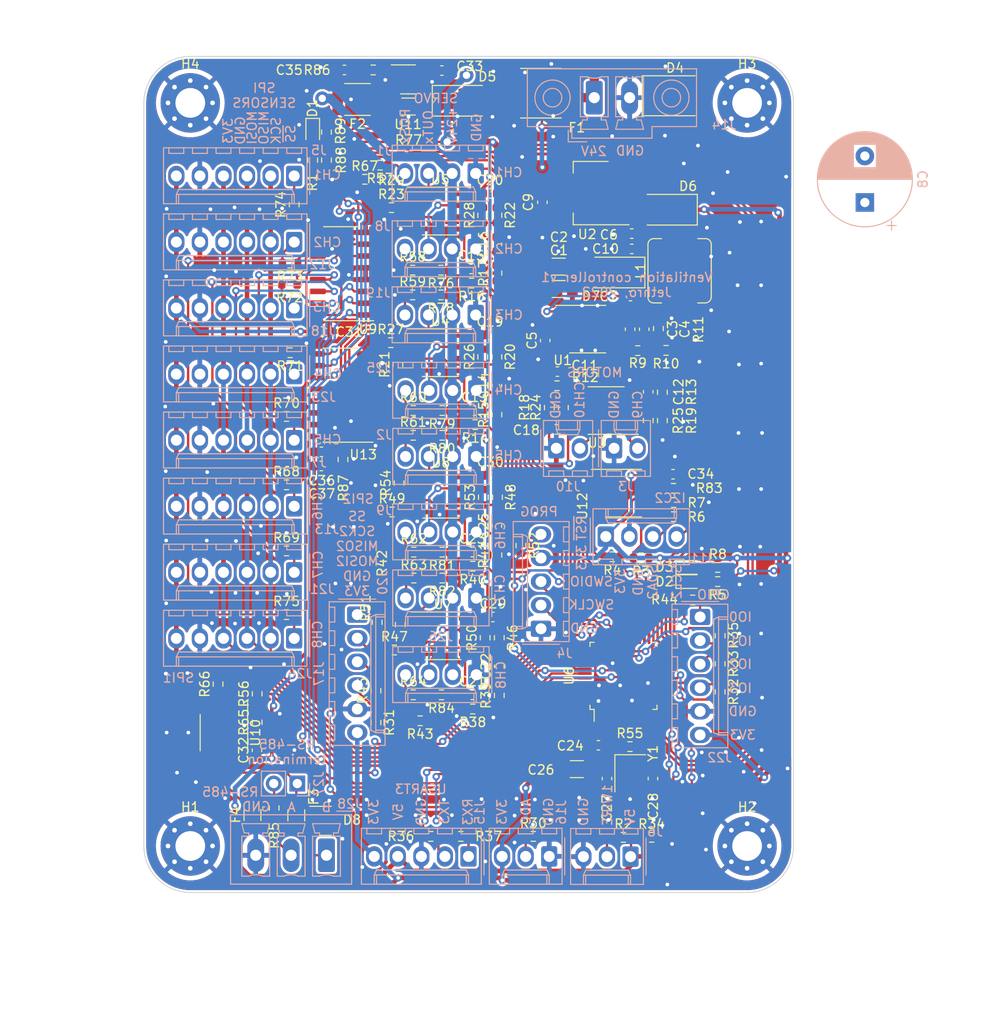
<source format=kicad_pcb>
(kicad_pcb (version 20211014) (generator pcbnew)
  (layers (0 "F.Cu" signal) (31 "B.Cu" signal) (34 "B.Paste" user) (35 "F.Paste" user) (36 "B.SilkS" user "B.Silkscreen") (37 "F.SilkS" user "F.Silkscreen") (38 "B.Mask" user) (39 "F.Mask" user) (44 "Edge.Cuts" user))
  (net 0 "")
  (net 1 "+24V")
  (net 2 "GND")
  (net 3 "Net-(C3-Pad1)")
  (net 4 "Net-(C4-Pad1)")
  (net 5 "Net-(C5-Pad1)")
  (net 6 "+5V")
  (net 7 "Net-(C7-Pad1)")
  (net 8 "Net-(C7-Pad2)")
  (net 9 "+3V3")
  (net 10 "Net-(C11-Pad1)")
  (net 11 "Net-(C12-Pad1)")
  (net 12 "Net-(C13-Pad1)")
  (net 13 "Net-(C14-Pad1)")
  (net 14 "Net-(C15-Pad1)")
  (net 15 "Net-(C16-Pad1)")
  (net 16 "Net-(C21-Pad1)")
  (net 17 "Net-(C22-Pad1)")
  (net 18 "Net-(C23-Pad1)")
  (net 19 "Net-(C25-Pad1)")
  (net 20 "Net-(C27-Pad1)")
  (net 21 "Net-(C28-Pad1)")
  (net 22 "/ADC_SERVO_CUR")
  (net 23 "Net-(D1-Pad2)")
  (net 24 "Net-(D2-Pad2)")
  (net 25 "Net-(D3-Pad2)")
  (net 26 "Net-(D4-Pad1)")
  (net 27 "Net-(D5-Pad2)")
  (net 28 "Net-(D8-Pad1)")
  (net 29 "Net-(D8-Pad2)")
  (net 30 "Net-(F2-Pad1)")
  (net 31 "/SERVO_PWR")
  (net 32 "Net-(F3-Pad2)")
  (net 33 "Net-(F4-Pad2)")
  (net 34 "/CH1_OUT")
  (net 35 "/SERVO_POS1")
  (net 36 "/CH5_OUT")
  (net 37 "/SERVO_POS5")
  (net 38 "/CH9_OUT")
  (net 39 "/SWCLK")
  (net 40 "/SWDIO")
  (net 41 "/~{RST}")
  (net 42 "/~{SPI1_SS1}")
  (net 43 "/SPI1_SCK")
  (net 44 "/SPI1_MISO")
  (net 45 "/SPI1_MOSI")
  (net 46 "/1WIRE")
  (net 47 "/~{SPI1_SS5}")
  (net 48 "/CH2_OUT")
  (net 49 "/SERVO_POS2")
  (net 50 "/CH6_OUT")
  (net 51 "/SERVO_POS6")
  (net 52 "/CH10_OUT")
  (net 53 "/I2C2_SDAO")
  (net 54 "/I2C2_SCLO")
  (net 55 "/~{SPI1_SS2}")
  (net 56 "/~{SPI1_SS6}")
  (net 57 "/USART3_RX")
  (net 58 "/USART3_TX")
  (net 59 "/ADC_RES")
  (net 60 "/~{SPI2_SS}")
  (net 61 "/SPI2_SCK")
  (net 62 "/SPI2_MISO")
  (net 63 "/SPI2_MOSI")
  (net 64 "/~{SPI1_SS3}")
  (net 65 "/CH3_OUT")
  (net 66 "/SERVO_POS3")
  (net 67 "/CH7_OUT")
  (net 68 "/SERVO_POS7")
  (net 69 "/~{SPI1_SS7}")
  (net 70 "/GPIO0")
  (net 71 "/GPIO1")
  (net 72 "/GPIO2")
  (net 73 "/GPIO3")
  (net 74 "/~{SPI1_SS4}")
  (net 75 "/~{SPI1_SS8}")
  (net 76 "/CH4_OUT")
  (net 77 "/SERVO_POS4")
  (net 78 "/CH8_OUT")
  (net 79 "/SERVO_POS8")
  (net 80 "/I2C2_SDA")
  (net 81 "/I2C2_SCL")
  (net 82 "Net-(R10-Pad2)")
  (net 83 "/CH10")
  (net 84 "/CH9")
  (net 85 "/CH4")
  (net 86 "/CH3")
  (net 87 "/CH2")
  (net 88 "/CH1")
  (net 89 "Net-(R18-Pad2)")
  (net 90 "Net-(R19-Pad2)")
  (net 91 "Net-(R20-Pad2)")
  (net 92 "Net-(R21-Pad2)")
  (net 93 "Net-(R22-Pad2)")
  (net 94 "Net-(R23-Pad2)")
  (net 95 "Net-(R30-Pad2)")
  (net 96 "Net-(R31-Pad2)")
  (net 97 "Net-(R32-Pad2)")
  (net 98 "Net-(R33-Pad2)")
  (net 99 "Net-(R34-Pad2)")
  (net 100 "Net-(R35-Pad2)")
  (net 101 "Net-(R36-Pad2)")
  (net 102 "/CH8")
  (net 103 "/CH7")
  (net 104 "/CH6")
  (net 105 "/CH5")
  (net 106 "Net-(R42-Pad1)")
  (net 107 "Net-(R43-Pad1)")
  (net 108 "Net-(R44-Pad1)")
  (net 109 "Net-(R46-Pad2)")
  (net 110 "Net-(R47-Pad2)")
  (net 111 "Net-(R48-Pad2)")
  (net 112 "/USART1_RX")
  (net 113 "Net-(R62-Pad2)")
  (net 114 "/USART1_DE")
  (net 115 "Net-(R69-Pad1)")
  (net 116 "Net-(R70-Pad1)")
  (net 117 "Net-(R71-Pad1)")
  (net 118 "Net-(R72-Pad1)")
  (net 119 "Net-(R73-Pad1)")
  (net 120 "Net-(R74-Pad1)")
  (net 121 "/ADC_SERVO_POS")
  (net 122 "/ADC_VIN")
  (net 124 "/SPI1_SSA")
  (net 125 "/SPI1_SSB")
  (net 126 "/SPI1_SSC")
  (net 127 "/ADMUX_A")
  (net 128 "/ADMUX_B")
  (net 129 "/ADMUX_C")
  (net 130 "/USART1_TX")
  (net 131 "Net-(R59-Pad2)")
  (net 132 "Net-(J27-Pad2)")
  (net 133 "Net-(R57-Pad2)")
  (net 134 "Net-(R58-Pad2)")
  (net 135 "Net-(R60-Pad2)")
  (net 136 "Net-(R61-Pad2)")
  (net 137 "Net-(R63-Pad2)")
  (net 138 "Net-(R68-Pad1)")
  (net 139 "Net-(R37-Pad2)")
  (net 140 "Net-(R45-Pad1)")
  (net 141 "Net-(R49-Pad2)")
  (net 142 "Net-(R56-Pad1)")
  (net 143 "Net-(R64-Pad2)")
  (net 144 "Net-(R75-Pad1)")
  (net 145 "Net-(R83-Pad1)")
  (net 146 "Net-(R86-Pad2)")
  (net 147 "Net-(R87-Pad1)")
  (footprint "Capacitor_SMD:C_1206_3216Metric" (layer "F.Cu") (at 99.695 50.038)
    (fp_text reference "C1")
    (fp_text value "4u7/50V")
  )
  (footprint "Capacitor_SMD:C_0603_1608Metric" (layer "F.Cu") (at 74.258 54.61)
    (fp_text reference "C31")
    (fp_text value "100n")
  )
  (footprint "Resistor_SMD:R_0603_1608Metric" (layer "F.Cu") (at 117.094 87.3638 90)
    (fp_text reference "R35")
    (fp_text value "330R")
  )
  (footprint "Resistor_SMD:R_0603_1608Metric" (layer "F.Cu") (at 117.094 90.3854 -90)
    (fp_text reference "R33")
    (fp_text value "330R")
  )
  (footprint "Package_SO:SO-16_3.9x9.9mm_P1.27mm" (layer "F.Cu") (at 76.312 48.387 180)
    (fp_text reference "U9")
    (fp_text value "74LS138")
  )
  (footprint "Resistor_SMD:R_0603_1608Metric" (layer "F.Cu") (at 84.773 96.52 180)
    (fp_text reference "R43")
    (fp_text value "330R")
  )
  (footprint "Resistor_SMD:R_0603_1608Metric" (layer "F.Cu") (at 91.517 57.341 90)
    (fp_text reference "R26")
    (fp_text value "22k")
  )
  (footprint "Diode_SMD:D_SMA" (layer "F.Cu") (at 89.4776 29.7688)
    (fp_text reference "D5")
    (fp_text value "SS54")
  )
  (footprint "Capacitor_SMD:C_0603_1608Metric" (layer "F.Cu") (at 108.917 54.369 90)
    (fp_text reference "C4")
    (fp_text value "22n")
  )
  (footprint "Resistor_SMD:R_0603_1608Metric" (layer "F.Cu") (at 93.295 87.58 -90)
    (fp_text reference "R46")
    (fp_text value "10k")
  )
  (footprint "Resistor_SMD:R_0603_1608Metric" (layer "F.Cu") (at 89.154 108.966 180)
    (fp_text reference "R37")
    (fp_text value "330R")
  )
  (footprint "Capacitor_SMD:C_0603_1608Metric" (layer "F.Cu") (at 76.6134 26.4552 180)
    (fp_text reference "C35")
    (fp_text value "100n")
  )
  (footprint "Resistor_SMD:R_0603_1608Metric" (layer "F.Cu") (at 70.689 49.53 180)
    (fp_text reference "R72")
    (fp_text value "330R")
  )
  (footprint "Resistor_SMD:R_0603_1608Metric" (layer "F.Cu") (at 80.137 85.916 90)
    (fp_text reference "R42")
    (fp_text value "330R")
  )
  (footprint "Capacitor_SMD:C_0603_1608Metric" (layer "F.Cu") (at 107.429 50.8)
    (fp_text reference "C7")
    (fp_text value "100n")
  )
  (footprint "Capacitor_SMD:C_0603_1608Metric" (layer "F.Cu") (at 92.292 54.991)
    (fp_text reference "C19")
    (fp_text value "100n")
  )
  (footprint "Capacitor_SMD:C_0603_1608Metric" (layer "F.Cu") (at 90.387 78.359)
    (fp_text reference "C23")
    (fp_text value "100n")
  )
  (footprint "Capacitor_SMD:C_0603_1608Metric" (layer "F.Cu") (at 74.118 69.088)
    (fp_text reference "C37")
    (fp_text value "1u")
  )
  (footprint "Resistor_SMD:R_0603_1608Metric" (layer "F.Cu") (at 93.041 78.676 90)
    (fp_text reference "R41")
    (fp_text value "47k")
  )
  (footprint "Package_SO:SO-8_3.9x4.9mm_P1.27mm" (layer "F.Cu") (at 86.945 41.656)
    (fp_text reference "U5")
    (fp_text value "LM358")
  )
  (footprint "Capacitor_SMD:C_0603_1608Metric" (layer "F.Cu") (at 93.041 75.565 90)
    (fp_text reference "C25")
    (fp_text value "100n")
  )
  (footprint "Resistor_SMD:R_0603_1608Metric" (layer "F.Cu") (at 83.961 48.006)
    (fp_text reference "R58")
    (fp_text value "22k")
  )
  (footprint "Resistor_SMD:R_0603_1608Metric" (layer "F.Cu") (at 83.961 50.673)
    (fp_text reference "R59")
    (fp_text value "22k")
  )
  (footprint "Capacitor_SMD:C_0603_1608Metric" (layer "F.Cu") (at 93.295 90.665 90)
    (fp_text reference "C22")
    (fp_text value "100n")
  )
  (footprint "Capacitor_SMD:C_0603_1608Metric" (layer "F.Cu") (at 99.555 58.928 180)
    (fp_text reference "C11")
    (fp_text value "100n")
  )
  (footprint "Resistor_SMD:R_0603_1608Metric" (layer "F.Cu") (at 114.1354 83.5152)
    (fp_text reference "R44")
    (fp_text value "330R")
  )
  (footprint "Resistor_SMD:R_0603_1608Metric" (layer "F.Cu") (at 78.804 38.227)
    (fp_text reference "R67")
    (fp_text value "10k")
  )
  (footprint "Resistor_SMD:R_0603_1608Metric" (layer "F.Cu") (at 85.915 108.966 180)
    (fp_text reference "R36")
    (fp_text value "330R")
  )
  (footprint "Resistor_SMD:R_0603_1608Metric" (layer "F.Cu") (at 100.203 62.801 -90)
    (fp_text reference "R24")
    (fp_text value "22k")
  )
  (footprint "Resistor_SMD:R_0603_1608Metric" (layer "F.Cu") (at 67.2084 93.6122 90)
    (fp_text reference "R56")
    (fp_text value "330R")
  )
  (footprint "Capacitor_SMD:C_0603_1608Metric" (layer "F.Cu") (at 109.855 102.743 -90)
    (fp_text reference "C28")
    (fp_text value "C")
  )
  (footprint "Capacitor_SMD:C_1206_3216Metric" (layer "F.Cu") (at 99.695 47.625)
    (fp_text reference "C2")
    (fp_text value "4u7/50V")
  )
  (footprint "Resistor_SMD:R_0603_1608Metric" (layer "F.Cu") (at 99.517 60.452)
    (fp_text reference "R12")
    (fp_text value "47k")
  )
  (footprint "Resistor_SMD:R_0603_1608Metric" (layer "F.Cu") (at 81.992 88.9)
    (fp_text reference "R47")
    (fp_text value "10k")
  )
  (footprint "Fuse:Fuse_2920_7451Metric" (layer "F.Cu") (at 97.7739 28.956)
    (fp_text reference "F1")
    (fp_text value "Polyfuse")
  )
  (footprint "Resistor_SMD:R_0603_1608Metric" (layer "F.Cu") (at 109.7158 109.0676)
    (fp_text reference "R34")
    (fp_text value "330R")
  )
  (footprint "Package_TO_SOT_SMD:SOT-23-5" (layer "F.Cu") (at 83.4584 27.4712)
    (fp_text reference "U11")
    (fp_text value "INA180A1")
  )
  (footprint "Capacitor_SMD:C_0603_1608Metric" (layer "F.Cu") (at 93.041 45.225 90)
    (fp_text reference "C16")
    (fp_text value "100n")
  )
  (footprint "Capacitor_SMD:C_0603_1608Metric" (layer "F.Cu") (at 74.131 67.564)
    (fp_text reference "C36")
    (fp_text value "100n")
  )
  (footprint "Resistor_SMD:R_0603_1608Metric" (layer "F.Cu") (at 90.437 79.883 180)
    (fp_text reference "R40")
    (fp_text value "47k")
  )
  (footprint "Resistor_SMD:R_0603_1608Metric" (layer "F.Cu") (at 81.738 74.041)
    (fp_text reference "R49")
    (fp_text value "10k")
  )
  (footprint "Resistor_SMD:R_0603_1608Metric" (layer "F.Cu") (at 93.041 42.101 -90)
    (fp_text reference "R22")
    (fp_text value "10k")
  )
  (footprint "Resistor_SMD:R_0603_1608Metric" (layer "F.Cu") (at 82.627 86.169 90)
    (fp_text reference "R51")
    (fp_text value "22k")
  )
  (footprint "Resistor_SMD:R_0603_1608Metric" (layer "F.Cu") (at 93.295 93.789 90)
    (fp_text reference "R39")
    (fp_text value "47k")
  )
  (footprint "Package_SO:SO-8_3.9x4.9mm_P1.27mm" (layer "F.Cu") (at 104.81 63.119 180)
    (fp_text reference "U3")
    (fp_text value "LM358")
  )
  (footprint "Resistor_SMD:R_0603_1608Metric" (layer "F.Cu") (at 112.077 71.501)
    (fp_text reference "R83")
    (fp_text value "47k")
  )
  (footprint "Package_SO:SO-16_3.9x9.9mm_P1.27mm" (layer "F.Cu") (at 76.242 61.468 180)
    (fp_text reference "U13")
    (fp_text value "4051")
  )
  (footprint "Capacitor_SMD:C_0603_1608Metric" (layer "F.Cu") (at 103.9746 99.1616)
    (fp_text reference "C24")
    (fp_text value "100n")
  )
  (footprint "LED_SMD:LED_0603_1608Metric" (layer "F.Cu") (at 113.8173 81.534)
    (fp_text reference "D2")
    (fp_text value "5V_LED")
  )
  (footprint "Resistor_SMD:R_0603_1608Metric" (layer "F.Cu") (at 116.8268 81.534 180)
    (fp_text reference "R5")
    (fp_text value "R")
  )
  (footprint "Capacitor_SMD:C_0603_1608Metric" (layer "F.Cu") (at 112.014 69.977)
    (fp_text reference "C34")
    (fp_text value "100n")
  )
  (footprint "Capacitor_SMD:C_0603_1608Metric" (layer "F.Cu") (at 67.183 99.6962 90)
    (fp_text reference "C32")
    (fp_text value "100n")
  )
  (footprint "Resistor_SMD:R_0603_1608Metric" (layer "F.Cu") (at 98.692 62.801 90)
    (fp_text reference "R18")
    (fp_text value "10k")
  )
  (footprint "Resistor_SMD:R_0603_1608Metric" (layer "F.Cu") (at 82.5 70.929 90)
    (fp_text reference "R54")
    (fp_text value "22k")
  )
  (footprint "Fuse:Fuse_1206_3216Metric" (layer "F.Cu") (at 71.4248 106.7024 90)
    (fp_text reference "F3")
    (fp_text value "BSMD1206-010-60V")
  )
  (footprint "Resistor_SMD:R_0603_1608Metric" (layer "F.Cu") (at 84.024 93.726)
    (fp_text reference "R64")
    (fp_text value "22k")
  )
  (footprint "Resistor_SMD:R_0603_1608Metric" (layer "F.Cu") (at 87.135 65.786 180)
    (fp_text reference "R80")
    (fp_text value "10k")
  )
  (footprint "Resistor_SMD:R_0603_1608Metric" (layer "F.Cu") (at 87.009 50.673 180)
    (fp_text reference "R78")
    (fp_text value "10k")
  )
  (footprint "Resistor_SMD:R_0603_1608Metric" (layer "F.Cu") (at 91.58 72.453 90)
    (fp_text reference "R53")
    (fp_text value "22k")
  )
  (footprint "MountingHole:MountingHole_3.2mm_M3_Pad_Via" (layer "F.Cu") (at 60 30)
    (fp_text reference "H4")
    (fp_text value "MountingHole_Pad")
  )
  (footprint "Capacitor_SMD:C_0603_1608Metric" (layer "F.Cu") (at 92.292 39.751)
    (fp_text reference "C20")
    (fp_text value "100n")
  )
  (footprint "Resistor_SMD:R_0603_1608Metric" (layer "F.Cu") (at 74.676 33.146 90)
    (fp_text reference "R89")
    (fp_text value "12k")
  )
  (footprint "Capacitor_SMD:C_0603_1608Metric" (layer "F.Cu") (at 107.569 45.72 180)
    (fp_text reference "C10")
    (fp_text value "22u/6.3V X5R")
  )
  (footprint "Resistor_SMD:R_0603_1608Metric" (layer "F.Cu") (at 110.871 61.151 -90)
    (fp_text reference "R13")
    (fp_text value "47k")
  )
  (footprint "LED_SMD:LED_0603_1608Metric" (layer "F.Cu") (at 113.8173 80.01)
    (fp_text reference "D3")
    (fp_text value "3V3_LED")
  )
  (footprint "Fuse:Fuse_1812_4532Metric" (layer "F.Cu") (at 78.0189 29.6302 180)
    (fp_text reference "F2")
    (fp_text value "BSMD1812-110-33V")
  )
  (footprint "Package_QFP:LQFP-48_7x7mm_P0.5mm" (layer "F.Cu") (at 106.68 91.681 90)
    (fp_text reference "U6")
    (fp_text value "STM32G070CBT6")
  )
  (footprint "Capacitor_SMD:C_0603_1608Metric" (layer "F.Cu") (at 87.109 26.5176)
    (fp_text reference "C33")
    (fp_text value "100n")
  )
  (footprint "Resistor_SMD:R_0603_1608Metric" (layer "F.Cu") (at 110.441 54.293 90)
    (fp_text reference "R11")
    (fp_text value "1k8")
  )
  (footprint "LED_SMD:LED_0603_1608Metric" (layer "F.Cu") (at 73.1952 33.1591 -90)
    (fp_text reference "D1")
    (fp_text value "VCC_LED")
  )
  (footprint "Resistor_SMD:R_0603_1608Metric" (layer "F.Cu") (at 91.517 42.101 90)
    (fp_text reference "R28")
    (fp_text value "22k")
  )
  (footprint "Resistor_SMD:R_0603_1608Metric" (layer "F.Cu") (at 87.135 78.359 180)
    (fp_text reference "R81")
    (fp_text value "10k")
  )
  (footprint "Capacitor_SMD:C_0603_1608Metric" (layer "F.Cu") (at 99.441 65.151 180)
    (fp_text reference "C18")
    (fp_text value "100n")
  )
  (footprint "Resistor_SMD:R_0603_1608Metric" (layer "F.Cu") (at 84.087 78.359)
    (fp_text reference "R62")
    (fp_text value "22k")
  )
  (footprint "Capacitor_SMD:C_0603_1608Metric" (layer "F.Cu") (at 107.393 54.369 90)
    (fp_text reference "C3")
    (fp_text value "8.2n")
  )
  (footprint "Resistor_SMD:R_0603_1608Metric" (layer "F.Cu") (at 87.135 63.119 180)
    (fp_text reference "R79")
    (fp_text value "10k")
  )
  (footprint "Resistor_SMD:R_0603_1608Metric" (layer "F.Cu") (at 87.135 81.153 180)
    (fp_text reference "R82")
    (fp_text value "10k")
  )
  (footprint "Resistor_SMD:R_0603_1608Metric" (layer "F.Cu") (at 93.041 48.324 90)
    (fp_text reference "R17")
    (fp_text value "47k")
  )
  (footprint "Resistor_SMD:R_0603_1608Metric" (layer "F.Cu") (at 106.6678 109.0676)
    (fp_text reference "R2")
    (fp_text value "4k7")
  )
  (footprint "Resistor_SMD:R_0603_1608Metric" (layer "F.Cu") (at 111.266 56.642 180)
    (fp_text reference "R10")
    (fp_text value "10k")
  )
  (footprint "Package_TO_SOT_SMD:SOT-223-3_TabPin2" (layer "F.Cu") (at 103.1744 39.7116 180)
    (fp_text reference "U2")
    (fp_text value "AMS1117-3.3")
  )
  (footprint "Crystal:Crystal_SMD_3225-4Pin_3.2x2.5mm" (layer "F.Cu") (at 107.403 102.179 -90)
    (fp_text reference "Y1")
    (fp_text value "Crystal_GND23")
  )
  (footprint "Resistor_SMD:R_0603_1608Metric" (layer "F.Cu") (at 84.023 65.786)
    (fp_text reference "R61")
    (fp_text value "22k")
  )
  (footprint "Capacitor_SMD:C_0603_1608Metric" (layer "F.Cu") (at 90.641 63.119)
    (fp_text reference "C13")
    (fp_text value "100n")
  )
  (footprint "Diode_SMD:D_SMB" (layer "F.Cu") (at 112.2426 29.2354)
    (fp_text reference "D4")
    (fp_text value "SM6T27A")
  )
  (footprint "Resistor_SMD:R_0603_1608Metric" (layer "F.Cu") (at 67.2084 96.6724 90)
    (fp_text reference "R65")
    (fp_text value "10k")
  )
  (footprint "Resistor_SMD:R_0603_1608Metric" (layer "F.Cu") (at 90.691 64.643 180)
    (fp_text reference "R14")
    (fp_text value "47k")
  )
  (footprint "Resistor_SMD:R_0603_1608Metric" (layer "F.Cu") (at 91.771 87.58 90)
    (fp_text reference "R50")
    (fp_text value "22k")
  )
  (footprint "Resistor_SMD:R_0603_1608Metric" (layer "F.Cu") (at 87.009 48.006 180)
    (fp_text reference "R76")
    (fp_text value "10k")
  )
  (footprint "Resistor_SMD:R_0603_1608Metric" (layer "F.Cu") (at 93.041 57.34 -90)
    (fp_text reference "R20")
    (fp_text value "10k")
  )
  (footprint "Resistor_SMD:R_0603_1608Metric" (layer "F.Cu") (at 110.871 64.198 90)
    (fp_text reference "R19")
    (fp_text value "10k")
  )
  (footprint "Package_SO:SOIC-8_3.9x4.9mm_P1.27mm" (layer "F.Cu") (at 63.627 97.8042 -90)
    (fp_text reference "U10")
    (fp_text value "MAX485E")
  )
  (footprint "Capacitor_SMD:C_0603_1608Metric" (layer "F.Cu") (at 97.9424 40.7038 -90)
    (fp_text reference "C9")
    (fp_text value "22u")
  )
  (footprint "Resistor_SMD:R_0603_1608Metric" (layer "F.Cu") (at 71.197 40.957 90)
    (fp_text reference "R74")
    (fp_text value "330R")
  )
  (footprint "Resistor_SMD:R_1206_3216Metric" (layer "F.Cu") (at 83.5239 30.3922)
    (fp_text reference "R77")
    (fp_text value "0R1")
  )
  (footprint "Inductor_SMD:L_Bourns_SRP7028A_7.3x6.6mm" (layer "F.Cu") (at 112.727 48.075 90)
    (fp_text reference "L1")
    (fp_text value "47u")
  )
  (footprint "Resistor_SMD:R_0603_1608Metric" (layer "F.Cu") (at 81.675 39.751)
    (fp_text reference "R29")
    (fp_text value "22k")
  )
  (footprint "Resistor_SMD:R_0603_1608Metric" (layer "F.Cu") (at 76.454 68.389 -90)
    (fp_text reference "R87")
    (fp_text value "330R")
  )
  (footprint "MountingHole:MountingHole_3.2mm_M3_Pad_Via" (layer "F.Cu") (at 120 30)
    (fp_text reference "H3")
    (fp_text value "MountingHole_Pad")
  )
  (footprint "Package_SO:SO-8_3.9x4.9mm_P1.27mm" (layer "F.Cu") (at 86.945 56.896)
    (fp_text reference "U4")
    (fp_text value "LM358")
  )
  (footprint "Resistor_SMD:R_0603_1608Metric" (layer "F.Cu") (at 90.31 49.403 180)
    (fp_text reference "R16")
    (fp_text value "47k")
  )
  (footprint "Resistor_SMD:R_0603_1608Metric" (layer "F.Cu") (at 79.7114 26.4552)
    (fp_text reference "R86")
    (fp_text value "100k")
  )
  (footprint "Resistor_SMD:R_0603_1608Metric" (layer "F.Cu") (at 70.372 85.09)
    (fp_text reference "R75")
    (fp_text value "330R")
  )
  (footprint "Resistor_SMD:R_0603_1608Metric" (layer "F.Cu") (at 84.087 81.153)
    (fp_text reference "R63")
    (fp_text value "22k")
  )
  (footprint "Resistor_SMD:R_0603_1608Metric" (layer "F.Cu") (at 112.078 73.025 180)
    (fp_text reference "R7")
    (fp_text value "330R")
  )
  (footprint "Resistor_SMD:R_0603_1608Metric" (layer "F.Cu") (at 109.347 64.199 -90)
    (fp_text reference "R25")
    (fp_text value "22k")
  )
  (footprint "Resistor_SMD:R_0603_1608Metric" (layer "F.Cu") (at 70.372 63.754)
    (fp_text reference "R70")
    (fp_text value "330R")
  )
  (footprint "Resistor_SMD:R_0603_1608Metric" (layer "F.Cu") (at 84.023 63.119)
    (fp_text reference "R60")
    (fp_text value "22k")
  )
  (footprint "Package_SO:SOIC-8_3.9x4.9mm_P1.27mm" (layer "F.Cu") (at 102.821 54.356)
    (fp_text reference "U1")
    (fp_text value "TPS54331")
  )
  (footprint "Resistor_SMD:R_0603_1608Metric" (layer "F.Cu") (at 116.8268 80.01 180)
    (fp_text reference "R8")
    (fp_text value "R")
  )
  (footprint "Capacitor_SMD:C_0603_1608Metric" (layer "F.Cu") (at 107.569 44.069 180)
    (fp_text reference "C6")
    (fp_text value "10u")
  )
  (footprint "Resistor_SMD:R_0603_1608Metric" (layer "F.Cu") (at 93.104 72.454 -90)
    (fp_text reference "R48")
    (fp_text value "10k")
  )
  (footprint "Capacitor_SMD:C_0603_1608Metric" (layer "F.Cu") (at 90.26 47.879)
    (fp_text reference "C15")
    (fp_text value "100n")
  )
  (footprint "Capacitor_SMD:C_0603_1608Metric" (layer "F.Cu") (at 90.387 93.726)
    (fp_text reference "C21")
    (fp_text value "100n")
  )
  (footprint "Diode_SMD:D_SMA" (layer "F.Cu") (at 111.2332 41.501 180)
    (fp_text reference "D6")
    (fp_text value "SS54")
  )
  (footprint "Resistor_SMD:R_0603_1608Metric" (layer "F.Cu") (at 70.372 71.12)
    (fp_text reference "R68")
    (fp_text value "330R")
  )
  (footprint "Resistor_SMD:R_0603_1608Metric" (layer "F.Cu") (at 108.218 56.668)
    (fp_text reference "R9")
    (fp_text value "100R")
  )
  (footprint "Resistor_SMD:R_0603_1608Metric" (layer "F.Cu") (at 81.675 41.275)
    (fp_text reference "R23")
    (fp_text value "10k")
  )
  (footprint "Capacitor_SMD:C_0603_1608Metric" (layer "F.Cu") (at 92.329 70.104)
    (fp_text reference "C30")
    (fp_text value "100n")
  )
  (footprint "Capacitor_SMD:C_0603_1608Metric" (layer "F.Cu") (at 93.041 60.439 90)
    (fp_text reference "C14")
    (fp_text value "100n")
  )
  (footprint "Resistor_SMD:R_0603_1608Metric" (layer "F.Cu") (at 80.01 96.71 -90)
    (fp_text reference "R31")
    (fp_text value "330R")
  )
  (footprint "Resistor_SMD:R_0603_1608Metric" (layer "F.Cu") (at 70.752 56.896 180)
    (fp_text reference "R71")
    (fp_text value "330R")
  )
  (footprint "Package_SO:SOIC-8_3.9x4.9mm_P1.27mm" (layer "F.Cu") (at 106.68 72.009)
    (fp_text reference "U12")
    (fp_text value "M24C01-WMN")
  )
  (footprint "Resistor_SMD:R_0603_1608Metric" (layer "F.Cu") (at 70.372 78.232)
    (fp_text reference "R69")
    (fp_text value "330R")
  )
  (footprint "Resistor_SMD:R_0603_1608Metric" (layer "F.Cu") (at 96.965 108.966)
    (fp_text reference "R30")
    (fp_text value "330R")
  )
  (footprint "Resistor_SMD:R_0603_1608Metric" (layer "F.Cu") (at 80.01 93.281 90)
    (fp_text reference "R45")
    (fp_text value "330R")
  )
  (footprint "MountingHole:MountingHole_3.2mm_M3_Pad_Via" (layer "F.Cu") (at 60 110)
    (fp_text reference "H1")
    (fp_text value "MountingHole_Pad")
  )
  (footprint "Resistor_SMD:R_0603_1608Metric" (layer "F.Cu") (at 108.585 78.994 180)
    (fp_text reference "R3")
    (fp_text value "4k7")
  )
  (footprint "Package_TO_SOT_SMD:SOT-23" (layer "F.Cu") (at 74.5513 107.2896)
    (fp_text reference "D8")
    (fp_text value "PSM712-LF-T7")
  )
  (footprint "Resistor_SMD:R_0603_1608Metric" (layer "F.Cu") (at 105.474 78.867 180)
    (fp_text reference "R4")
    (fp_text value "4k7")
  )
  (footprint "Resistor_SMD:R_0603_1608Metric" (layer "F.Cu") (at 73.1952 36.1696 90)
    (fp_text reference "R1")
    (fp_text value "R")
  )
  (footprint "Resistor_SMD:R_0603_1608Metric" (layer "F.Cu") (at 82.373 58.166 90)
    (fp_text reference "R21")
    (fp_text value "10k")
  )
  (footprint "Resistor_SMD:R_0603_1608Metric" (layer "F.Cu") (at 74.676 36.1696 90)
    (fp_text reference "R88")
    (fp_text value "100k")
  )
  (footprint "Capacitor_SMD:C_1206_3216Metric" (layer "F.Cu") (at 101.649 101.727)
    (fp_text reference "C26")
    (fp_text value "4u7")
  )
  (footprint "Resistor_SMD:R_0603_1608Metric" (layer "F.Cu") (at 93.041 63.563 90)
    (fp_text reference "R15")
    (fp_text value "47k")
  )
  (footprint "Resistor_SMD:R_0603_1608Metric" (layer "F.Cu") (at 95.631 77.66 -90)
    (fp_text reference "R52")
    (fp_text value "47k")
  )
  (footprint "Capacitor_SMD:C_0603_1608Metric" (layer "F.Cu") (at 109.347 61.1 90)
    (fp_text reference "C12")
    (fp_text value "100n")
  )
  (footprint "Package_SO:SO-8_3.9x4.9mm_P1.27mm" (layer "F.Cu") (at 87.008 72.136)
    (fp_text reference "U8")
    (fp_text value "LM358")
  )
  (footprint "Fuse:Fuse_1206_3216Metric" (layer "F.Cu") (at 66.7004 106.6576 90)
    (fp_text reference "F4")
    (fp_text value "BSMD1206-010-60V")
  )
  (footprint "Resistor_SMD:R_0603_1608Metric" (layer "F.Cu") (at 81.611 55.816)
    (fp_text reference "R27")
    (fp_text value "22k")
  )
  (footprint "Diode_SMD:D_SMA" (layer "F.Cu") (at 105.583 48.26 180)
    (fp_text reference "D7")
    (fp_text value "SS14")
  )
  (footprint "Resistor_SMD:R_0603_1608Metric" (layer "F.Cu") (at 107.378 99.301)
    (fp_text reference "R55")
    (fp_text value "R")
  )
  (footprint "Resistor_SMD:R_0603_1608Metric" (layer "F.Cu") (at 87.071 93.726 180)
    (fp_text reference "R84")
    (fp_text value "10k")
  )
  (footprint "Resistor_SMD:R_0603_1608Metric" (layer "F.Cu") (at 62.992 92.5698 90)
    (fp_text reference "R66")
    (fp_text value "10k")
  )
  (footprint "Package_SO:SO-8_3.9x4.9mm_P1.27mm" (layer "F.Cu") (at 87.234 87.375)
    (fp_text reference "U7")
    (fp_text value "LM358")
  )
  (footprint "Resistor_SMD:R_0603_1608Metric" (layer "F.Cu") (at 90.437 95.25 180)
    (fp_text reference "R38")
    (fp_text value "47k")
  )
  (footprint "Resistor_SMD:R_0603_1608Metric" (layer "F.Cu") (at 117.094 93.409 -90)
    (fp_text reference "R32")
    (fp_text value "330R")
  )
  (footprint "Capacitor_SMD:C_0603_1608Metric" (layer "F.Cu") (at 98.2472 55.5882 90)
    (fp_text reference "C5")
    (fp_text value "8.2n")
  )
  (footprint "Capacitor_SMD:C_0603_1608Metric" (layer "F.Cu") (at 92.609 85.344)
    (fp_text reference "C29")
    (fp_text value "100n")
  )
  (footprint "MountingHole:MountingHole_3.2mm_M3_Pad_Via" (layer "F.Cu") (at 120 110)
    (fp_text reference "H2")
    (fp_text value "MountingHole_Pad")
  )
  (footprint "Capacitor_SMD:C_0603_1608Metric" (layer "F.Cu") (at 104.902 102.743 -90)
    (fp_text reference "C27")
    (fp_text value "C")
  )
  (footprint "Resistor_SMD:R_0603_1608Metric" (layer "F.Cu") (at 70.752 47.244 180)
    (fp_text reference "R73")
    (fp_text value "330R")
  )
  (footprint "Resistor_SMD:R_0603_1608Metric" (layer "F.Cu") (at 80.455 36.703 180)
    (fp_text reference "R57")
    (fp_text value "22k")
  )
  (footprint "Resistor_SMD:R_0603_1608Metric" (layer "F.Cu") (at 112.078 74.549 180)
    (fp_text reference "R6")
    (fp_text value "330R")
  )
  (footprint "Resistor_SMD:R_0603_1608Metric" (layer "F.Cu") (at 69.0372 105.9058 90)
    (fp_text reference "R85")
    (fp_text value "120R")
  )
  (footprint "Connector_Molex:Molex_KK-254_AE-6410-06A_1x06_P2.54mm_Vertical" (layer "B.Cu") (at 71.197 87.65 180)
    (fp_text reference "J24")
    (fp_text value "SPI1.8")
  )
  (footprint "Connector_Molex:Molex_KK-254_AE-6410-06A_1x06_P2.54mm_Vertical" (layer "B.Cu") (at 71.197 52.09 180)
    (fp_text reference "J18")
    (fp_text value "SPI1.3")
  )
  (footprint "Connector_Molex:Molex_KK-254_AE-6410-06A_1x06_P2.54mm_Vertical" (layer "B.Cu") (at 71.197 80.538 180)
    (fp_text reference "J21")
    (fp_text value "SPI1.7")
  )
  (footprint "Connector_Molex:Molex_KK-254_AE-6410-04A_1x04_P2.54mm_Vertical" (layer "B.Cu") (at 90.818 91.566 180)
    (fp_text reference "J26")
    (fp_text value "SERVO8")
  )
  (footprint "Connector_Molex:Molex_KK-254_AE-6410-06A_1x06_P2.54mm_Vertical" (layer "B.Cu") (at 71.197 73.426 180)
    (fp_text reference "J13")
    (fp_text value "SPI1.6")
  )
  (footprint "Connector_Phoenix_MC:PhoenixContact_MCV_1,5_3-G-3.81_1x03_P3.81mm_Vertical" (layer "B.Cu") (at 74.676 110.998 180)
    (fp_text reference "J28")
    (fp_text value "RS-485")
  )
  (footprint "Connector_PinHeader_2.54mm:PinHeader_1x02_P2.54mm_Vertical" (layer "B.Cu") (at 71.5314 103.2764 90)
    (fp_text reference "J27")
    (fp_text value "RS485_TERM")
  )
  (footprint "Connector_Molex:Molex_KK-254_AE-6410-06A_1x06_P2.54mm_Vertical" (layer "B.Cu") (at 114.935 85.344 -90)
    (fp_text reference "J22")
    (fp_text value "GPIO")
  )
  (footprint "Connector_Molex:Molex_KK-254_AE-6410-06A_1x06_P2.54mm_Vertical" (layer "B.Cu") (at 71.197 44.978 180)
    (fp_text reference "J12")
    (fp_text value "SPI1.2")
  )
  (footprint "Connector_Molex:Molex_KK-254_AE-6410-04A_1x04_P2.54mm_Vertical" (layer "B.Cu") (at 104.775 76.688)
    (fp_text reference "J11")
    (fp_text value "I2C2")
  )
  (footprint "Connector_Molex:Molex_KK-254_AE-6410-06A_1x06_P2.54mm_Vertical" (layer "B.Cu") (at 71.197 66.314 180)
    (fp_text reference "J7")
    (fp_text value "SPI1.5")
  )
  (footprint "Connector_Molex:Molex_KK-254_AE-6410-04A_1x04_P2.54mm_Vertical" (layer "B.Cu") (at 90.755 37.592 180)
    (fp_text reference "J1")
    (fp_text value "SERVO1")
  )
  (footprint "Connector_Molex:Molex_KK-254_AE-6410-05A_1x05_P2.54mm_Vertical" (layer "B.Cu") (at 89.979 111.125 180)
    (fp_text reference "J15")
    (fp_text value "USART3")
  )
  (footprint "Connector_Molex:Molex_KK-254_AE-6410-04A_1x04_P2.54mm_Vertical" (layer "B.Cu") (at 90.755 52.832 180)
    (fp_text reference "J19")
    (fp_text value "SERVO3")
  )
  (footprint "Connector_Molex:Molex_KK-254_AE-6410-03A_1x03_P2.54mm_Vertical" (layer "B.Cu") (at 98.679 111.125 180)
    (fp_text reference "J16")
    (fp_text value "ADC")
  )
  (footprint "Connector_Molex:Molex_KK-254_AE-6410-04A_1x04_P2.54mm_Vertical" (layer "B.Cu") (at 90.818 60.96 180)
    (fp_text reference "J25")
    (fp_text value "SERVO4")
  )
  (footprint "Connector_Molex:Molex_KK-254_AE-6410-04A_1x04_P2.54mm_Vertical" (layer "B.Cu") (at 90.755 45.72 180)
    (fp_text reference "J8")
    (fp_text value "SERVO2")
  )
  (footprint "Connector_Molex:Molex_KK-254_AE-6410-04A_1x04_P2.54mm_Vertical" (layer "B.Cu") (at 90.818 83.312 180)
    (fp_text reference "J20")
    (fp_text value "SERVO7")
  )
  (footprint "Connector_Molex:Molex_KK-254_AE-6410-05A_1x05_P2.54mm_Vertical" (layer "B.Cu") (at 97.79 86.613 90)
    (fp_text reference "J4")
    (fp_text value "PROG")
  )
  (footprint "Connector_Molex:Molex_KK-254_AE-6410-06A_1x06_P2.54mm_Vertical" (layer "B.Cu") (at 77.998 85.09 -90)
    (fp_text reference "J17")
    (fp_text value "SPI2")
  )
  (footprint "Connector_Molex:Molex_KK-254_AE-6410-06A_1x06_P2.54mm_Vertical" (layer "B.Cu") (at 71.197 37.866 180)
    (fp_text reference "J5")
    (fp_text value "SPI1.1")
  )
  (footprint "Connector_Phoenix_MC:PhoenixContact_MCV_1,5_2-GF-3.81_1x02_P3.81mm_Vertical_ThreadedFlange" (layer "B.Cu") (at 103.5304 29.4386)
    (fp_text reference "J14")
    (fp_text value "POWER")
  )
  (footprint "Connector_Molex:Molex_KK-254_AE-6410-06A_1x06_P2.54mm_Vertical" (layer "B.Cu") (at 71.197 59.202 180)
    (fp_text reference "J23")
    (fp_text value "SPI1.4")
  )
  (footprint "Connector_Molex:Molex_KK-254_AE-6410-02A_1x02_P2.54mm_Vertical" (layer "B.Cu") (at 99.441 67.183)
    (fp_text reference "J10")
    (fp_text value "MOTOR2")
  )
  (footprint "Connector_Molex:Molex_KK-254_AE-6410-02A_1x02_P2.54mm_Vertical" (layer "B.Cu") (at 105.664 67.183)
    (fp_text reference "J3")
    (fp_text value "MOTOR1")
  )
  (footprint "Connector_Molex:Molex_KK-254_AE-6410-04A_1x04_P2.54mm_Vertical" (layer "B.Cu") (at 90.818 76.2 180)
    (fp_text reference "J9")
    (fp_text value "SERVO6")
  )
  (footprint "Capacitor_THT:CP_Radial_D10.0mm_P5.00mm" (layer "B.Cu") (at 132.6896 40.721677 90)
    (fp_text reference "C8")
    (fp_text value "CP")
  )
  (footprint "Connector_Molex:Molex_KK-254_AE-6410-03A_1x03_P2.54mm_Vertical" (layer "B.Cu") (at 107.442 111.145 180)
    (fp_text reference "J6")
    (fp_text value "1WIRE")
  )
  (footprint "Connector_Molex:Molex_KK-254_AE-6410-04A_1x04_P2.54mm_Vertical" (layer "B.Cu") (at 90.818 68.072 180)
    (fp_text reference "J2")
    (fp_text value "SERVO5")
  )
  (gr_arc (start 55 30) (mid 56.464466 26.464466) (end 60 25) (layer "Edge.Cuts") (width 0.1))
  (gr_arc (start 125 110) (mid 123.535534 113.535534) (end 120 115) (layer "Edge.Cuts") (width 0.1))
  (gr_line (start 120 115) (end 60 115) (layer "Edge.Cuts") (width 0.1))
  (gr_line (start 125 30) (end 125 110) (layer "Edge.Cuts") (width 0.1))
  (gr_line (start 60 25) (end 120 25) (layer "Edge.Cuts") (width 0.1))
  (gr_line (start 55 110) (end 55 30) (layer "Edge.Cuts") (width 0.1))
  (gr_arc (start 60 115) (mid 56.464466 113.535534) (end 55 110) (layer "Edge.Cuts") (width 0.1))
  (gr_arc (start 120 25) (mid 123.535534 26.464466) (end 125 30) (layer "Edge.Cuts") (width 0.1))
  (gr_text "MOTORS" (at 103.5812 59.0296) (layer "B.SilkS") (effects (font (size 1 1)) (justify mirror)))
  (gr_text "3V3" (at 64.0588 33.02 90) (layer "B.SilkS") (effects (font (size 1 1)) (justify mirror)))
  (gr_text "A" (at 70.9168 105.8164) (layer "B.SilkS") (effects (font (size 1 1)) (justify mirror)))
  (gr_text "CH9" (at 108.204 62.484 90) (layer "B.SilkS") (effects (font (size 1 1)) (justify mirror)))
  (gr_text "SWDIO" (at 103.2256 81.534) (layer "B.SilkS") (effects (font (size 1 1)) (justify mirror)))
  (gr_text "GND" (at 119.5324 95.504) (layer "B.SilkS") (effects (font (size 1 1)) (justify mirror)))
  (gr_text "CH1" (at 94.2848 37.4904) (layer "B.SilkS") (effects (font (size 1 1)) (justify mirror)))
  (gr_text "CH1" (at 74.7268 37.7444) (layer "B.SilkS") (effects (font (size 1 1)) (justify mirror)))
  (gr_text "GPIO" (at 116.3828 82.9564) (layer "B.SilkS") (effects (font (size 1 1)) (justify mirror)))
  (gr_text "CH6" (at 93.4212 76.5556 90) (layer "B.SilkS") (effects (font (size 1 1)) (justify mirror)))
  (gr_text "RS-485\ntermination" (at 70.4088 99.8728) (layer "B.SilkS") (effects (font (size 1 1)) (justify mirror)))
  (gr_text "SERVO" (at 86.4616 29.5148) (layer "B.SilkS") (effects (font (size 1 1)) (justify mirror)))
  (gr_text "IO1" (at 119.2784 87.9348) (layer "B.SilkS") (effects (font (size 1 1)) (justify mirror)))
  (gr_text "OUTx" (at 85.6488 32.6136 90) (layer "B.SilkS") (effects (font (size 1 1)) (justify mirror)))
  (gr_text "GND" (at 98.6028 106.3244 90) (layer "B.SilkS") (effects (font (size 1 1)) (justify mirror)))
  (gr_text "5V" (at 82.3976 106.3244 90) (layer "B.SilkS") (effects (font (size 1 1)) (justify mirror)))
  (gr_text "SDA2" (at 109.8296 81.5848 90) (layer "B.SilkS") (effects (font (size 1 1)) (justify mirror)))
  (gr_text "GND" (at 107.3912 35.1536) (layer "B.SilkS") (effects (font (size 1 1)) (justify mirror)))
  (gr_text "CH8" (at 73.7108 87.2236 90) (layer "B.SilkS") (effects (font (size 1 1)) (justify mirror)))
  (gr_text "CH2" (at 94.3356 45.72) (layer "B.SilkS") (effects (font (size 1 1)) (justify mirror)))
  (gr_text "CH6" (at 73.7108 73.406 90) (layer "B.SilkS") (effects (font (size 1 1)) (justify mirror)))
  (gr_text "CH8" (at 93.472 91.5924 90) (layer "B.SilkS") (effects (font (size 1 1)) (justify mirror)))
  (gr_text "GND" (at 105.664 62.484 90) (layer "B.SilkS") (effects (font (size 1 1)) (justify mirror)))
  (gr_text "PROG" (at 97.5868 74.0156) (layer "B.SilkS") (effects (font (size 1 1)) (justify mirror)))
  (gr_text "IO2" (at 119.2784 90.424) (layer "B.SilkS") (effects (font (size 1 1)) (justify mirror)))
  (gr_text "CH10" (at 101.9556 61.976 90) (layer "B.SilkS") (effects (font (size 1 1)) (justify mirror)))
  (gr_text "GND" (at 67.1068 105.7656) (layer "B.SilkS") (effects (font (size 1 1)) (justify mirror)))
  (gr_text "GND" (at 90.8304 32.6644 90) (layer "B.SilkS") (effects (font (size 1 1)) (justify mirror)))
  (gr_text "ADC" (at 96.1644 106.3244 90) (layer "B.SilkS") (effects (font (size 1 1)) (justify mirror)))
  (gr_text "SPI1" (at 58.7248 91.8972) (layer "B.SilkS") (effects (font (size 1 1)) (justify mirror)))
  (gr_text "CH7" (at 93.3704 82.2452 90) (layer "B.SilkS") (effects (font (size 1 1)) (justify mirror)))
  (gr_text "SWCLK" (at 103.2256 84.0232) (layer "B.SilkS") (effects (font (size 1 1)) (justify mirror)))
  (gr_text "~{SS}" (at 70.8152 33.3248 90) (layer "B.SilkS") (effects (font (size 1 1)) (justify mirror)))
  (gr_text "3V3" (at 79.756 106.3244 90) (layer "B.SilkS") (effects (font (size 1 1)) (justify mirror)))
  (gr_text "CH2" (at 74.7776 45.0088) (layer "B.SilkS") (effects (font (size 1 1)) (justify mirror)))
  (gr_text "Ventilation controller v1\nJethro, 2022" (at 107.0356 49.5808) (layer "B.SilkS") (effects (font (size 1 1)) (justify mirror)))
  (gr_text "CH4" (at 74.8284 59.182) (layer "B.SilkS") (effects (font (size 1 1)) (justify mirror)))
  (gr_text "MISO" (at 67.9196 32.6644 90) (layer "B.SilkS") (effects (font (size 1 1)) (justify mirror)))
  (gr_text "1WIRE" (at 104.9528 105.6132 90) (layer "B.SilkS") (effects (font (size 1 1)) (justify mirror)))
  (gr_text "CH5" (at 74.7776 66.2432) (layer "B.SilkS") (effects (font (size 1 1)) (justify mirror)))
  (gr_text "RS-485" (at 64.3128 104.1908) (layer "B.SilkS") (effects (font (size 1 1)) (justify mirror)))
  (gr_text "I2C2" (at 111.7092 72.5424) (layer "B.SilkS") (effects (font (size 1 1)) (justify mirror)))
  (gr_text "GND" (at 65.3796 32.9692 90) (layer "B.SilkS") (effects (font (size 1 1)) (justify mirror)))
  (gr_text "GND" (at 99.3648 62.484 90) (layer "B.SilkS") (effects (font (size 1 1)) (justify mirror)))
  (gr_text "3V3" (at 93.5736 106.3244 90) (layer "B.SilkS") (effects (font (size 1 1)) (justify mirror)))
  (gr_text "3V3" (at 102.1588 78.9432 90) (layer "B.SilkS") (effects (font (size 1 1)) (justify mirror)))
  (gr_text "GND" (at 102.362 106.3244 90) (layer "B.SilkS") (effects (font (size 1 1)) (justify mirror)))
  (gr_text "SPI2" (at 78.0796 72.644) (layer "B.SilkS") (effects (font (size 1 1)) (justify mirror)))
  (gr_text "IO3" (at 119.2784 93.0148) (layer "B.SilkS") (effects (font (size 1 1)) (justify mirror)))
  (gr_text "IO0" (at 119.2784 85.344) (layer "B.SilkS") (effects (font (size 1 1)) (justify mirror)))
  (gr_text "24V" (at 103.4796 35.2044) (layer "B.SilkS") (effects (font (size 1 1)) (justify mirror)))
  (gr_text "CH7" (at 73.7616 79.7052 90) (layer "B.SilkS") (effects (font (size 1 1)) (justify mirror)))
  (gr_text "5V" (at 107.3912 106.8832 90) (layer "B.SilkS") (effects (font (size 1 1)) (justify mirror)))
  (gr_text "RX3" (at 89.916 106.3244 90) (layer "B.SilkS") (effects (font (size 1 1)) (justify mirror)))
  (gr_text "USART3" (at 84.836 103.886) (layer "B.SilkS") (effects (font (size 1 1)) (justify mirror)))
  (gr_text "CH3" (at 74.7268 51.9684) (layer "B.SilkS") (effects (font (size 1 1)) (justify mirror)))
  (gr_text "GND" (at 102.4636 86.5632) (layer "B.SilkS") (effects (font (size 1 1)) (justify mirror)))
  (gr_text "GND" (at 108.2548 81.534 90) (layer "B.SilkS") (effects (font (size 1 1)) (justify mirror)))
  (gr_text "SCK " (at 69.2404 33.3756 90) (layer "B.SilkS") (effects (font (size 1 1)) (justify mirror)))
  (gr_text "SS\nSCK2\nMISO2\nMOSI2\nGND\n3V3" (at 77.978 78.5368) (layer "B.SilkS") (effects (font (size 1 1)) (justify mirror)))
  (gr_text "+24V" (at 88.2396 32.4612 90) (layer "B.SilkS") (effects (font (size 1 1)) (justify mirror)))
  (gr_text "CH4" (at 94.2848 60.9092) (layer "B.SilkS") (effects (font (size 1 1)) (justify mirror)))
  (gr_text "TX3" (at 87.376 106.3244 90) (layer "B.SilkS") (effects (font (size 1 1)) (justify mirror)))
  (gr_text "MOSI" (at 66.6496 32.6644 90) (layer "B.SilkS") (effects (font (size 1 1)) (justify mirror)))
  (gr_text "GND" (at 84.8868 106.3244 90) (layer "B.SilkS") (effects (font (size 1 1)) (justify mirror)))
  (gr_text "SCL2" (at 112.4204 81.5848 90) (layer "B.SilkS") (effects (font (size 1 1)) (justify mirror)))
  (gr_text "3V3" (at 119.5324 98.044) (layer "B.SilkS") (effects (font (size 1 1)) (justify mirror)))
  (gr_text "CH5" (at 94.2848 67.9704) (layer "B.SilkS") (effects (font (size 1 1)) (justify mirror)))
  (gr_text "POSx" (at 83.1596 32.512 90) (layer "B.SilkS") (effects (font (size 1 1)) (justify mirror)))
  (gr_text "SPI\nSENSORS" (at 67.9704 29.21) (layer "B.SilkS") (effects (font (size 1 1)) (justify mirror)))
  (gr_text "CH3" (at 94.3356 52.832) (layer "B.SilkS") (effects (font (size 1 1)) (justify mirror)))
  (gr_text "3V3" (at 106.3244 81.4832 90) (layer "B.SilkS") (effects (font (size 1 1)) (justify mirror)))
  (gr_text "B" (at 74.676 105.8164) (layer "B.SilkS") (effects (font (size 1 1)) (justify mirror)))
  (gr_text "~{RST}" (at 102.1588 75.7936 90) (layer "B.SilkS") (effects (font (size 1 1)) (justify mirror)))
  (segment (start 91.427 70.231) (end 91.554 70.104) (width 0.25) (layer "F.Cu") (net 1))
  (segment (start 89.52 54.991) (end 91.517 54.991) (width 0.25) (layer "F.Cu") (net 1))
  (segment (start 89.52 39.751) (end 91.517 39.751) (width 0.25) (layer "F.Cu") (net 1))
  (segment (start 92.610144 34.21544) (end 87.6808 34.21544) (width 0.75) (layer "F.Cu") (net 1))
  (segment (start 92.07502 85.10298) (end 92.07502 81.89152) (width 0.375) (layer "F.Cu") (net 1))
  (segment (start 87.6808 34.21544) (end 87.6808 34.19894) (width 0.75) (layer "F.Cu") (net 1))
  (segment (start 97.450489 50.807511) (end 98.22 50.038) (width 0.75) (layer "F.Cu") (net 1))
  (segment (start 99.06 53.4924) (end 98.088232 53.4924) (width 0.75) (layer "F.Cu") (net 1))
  (segment (start 73.1952 36.9946) (end 74.676 36.9946) (width 0.25) (layer "F.Cu") (net 1))
  (segment (start 97.450489 52.854657) (end 97.450489 50.807511) (width 0.75) (layer "F.Cu") (net 1))
  (segment (start 96.018399 42.5704) (end 96.018398 37.623694) (width 0.75) (layer "F.Cu") (net 1))
  (segment (start 92.279 37.973) (end 92.279 38.433882) (width 0.375) (layer "F.Cu") (net 1))
  (segment (start 91.7175 81.534) (end 91.9175 81.534) (width 0.375) (layer "F.Cu") (net 1))
  (segment (start 86.8542 30.3922) (end 87.4776 29.7688) (width 1) (layer "F.Cu") (net 1))
  (segment (start 92.07502 69.58298) (end 91.554 70.104) (width 0.375) (layer "F.Cu") (net 1))
  (segment (start 92.01202 54.49598) (end 91.517 54.991) (width 0.375) (layer "F.Cu") (net 1))
  (segment (start 89.7636 27.0256) (end 88.9508 27.8384) (width 0.75) (layer "F.Cu") (net 1))
  (segment (start 87.884 27.8384) (end 87.4776 28.2448) (width 0.75) (layer "F.Cu") (net 1))
  (segment (start 78.703343 34.19894) (end 87.6808 34.19894) (width 0.25) (layer "F.Cu") (net 1))
  (segment (start 87.4776 28.2448) (end 87.4776 29.7688) (width 0.75) (layer "F.Cu") (net 1))
  (segment (start 88.9508 27.8384) (end 87.884 27.8384) (width 0.75) (layer "F.Cu") (net 1))
  (segment (start 100.216 65.151) (end 100.711 65.646) (width 0.25) (layer "F.Cu") (net 1))
  (segment (start 98.22 50.038) (end 98.22 47.625) (width 0.75) (layer "F.Cu") (net 1))
  (segment (start 74.676 36.9946) (end 75.907682 36.9946) (width 0.25) (layer "F.Cu") (net 1))
  (segment (start 84.5959 28.4212) (end 83.9484 28.4212) (width 0.25) (layer "F.Cu") (net 1))
  (segment (start 96.68407 43.236071) (end 96.018399 42.5704) (width 0.75) (layer "F.Cu") (net 1))
  (segment (start 98.22 47.625) (end 96.684071 46.089071) (width 0.75) (layer "F.Cu") (net 1))
  (segment (start 92.01202 51.42202) (end 92.01202 54.49598) (width 0.375) (layer "F.Cu") (net 1))
  (segment (start 96.684071 46.089071) (end 96.68407 44.950414) (width 0.75) (layer "F.Cu") (net 1))
  (segment (start 98.088232 53.4924) (end 97.450489 52.854657) (width 0.75) (layer "F.Cu") (net 1))
  (segment (start 91.9175 66.294) (end 92.07502 66.45152) (width 0.375) (layer "F.Cu") (net 1))
  (segment (start 100.711 68.707) (end 100.838 68.834) (width 0.25) (layer "F.Cu") (net 1))
  (segment (start 75.907682 36.9946) (end 78.703343 34.19894) (width 0.25) (layer "F.Cu") (net 1))
  (segment (start 91.834 85.344) (end 92.07502 85.10298) (width 0.375) (layer "F.Cu") (net 1))
  (segment (start 83.9484 28.4212) (end 83.81232 28.55728) (width 0.25) (layer "F.Cu") (net 1))
  (segment (start 83.81232 28.55728) (end 83.81232 30.01512) (width 0.25) (layer "F.Cu") (net 1))
  (segment (start 99.2886 53.721) (end 99.06 53.4924) (width 0.75) (layer "F.Cu") (net 1))
  (segment (start 92.07502 66.45152) (end 92.07502 69.58298) (width 0.375) (layer "F.Cu") (net 1))
  (segment (start 83.81232 30.01512) (end 84.1894 30.3922) (width 0.25) (layer "F.Cu") (net 1))
  (segment (start 96.018398 37.623694) (end 92.610144 34.21544) (width 0.75) (layer "F.Cu") (net 1))
  (segment (start 91.708 85.47) (end 91.834 85.344) (width 0.25) (layer "F.Cu") (net 1))
  (segment (start 89.583 70.231) (end 91.427 70.231) (width 0.25) (layer "F.Cu") (net 1))
  (segment (start 100.346 53.721) (end 99.2886 53.721) (width 0.75) (layer "F.Cu") (net 1))
  (segment (start 92.07502 81.89152) (end 91.7175 81.534) (width 0.375) (layer "F.Cu") (net 1))
  (segment (start 91.644 51.054) (end 92.01202 51.42202) (width 0.375) (layer "F.Cu") (net 1))
  (segment (start 96.68407 44.950414) (end 96.68407 43.236071) (width 0.75) (layer "F.Cu") (net 1))
  (segment (start 100.343 65.024) (end 100.216 65.151) (width 0.25) (layer "F.Cu") (net 1))
  (segment (start 84.1894 30.3922) (end 84.9864 30.3922) (width 0.25) (layer "F.Cu") (net 1))
  (segment (start 84.9864 30.3922) (end 86.8542 30.3922) (width 1) (layer "F.Cu") (net 1))
  (segment (start 100.711 65.646) (end 100.711 68.707) (width 0.25) (layer "F.Cu") (net 1))
  (segment (start 102.235 65.024) (end 100.343 65.024) (width 0.25) (layer "F.Cu") (net 1))
  (segment (start 91.517 39.195882) (end 91.517 39.751) (width 0.375) (layer "F.Cu") (net 1))
  (segment (start 89.809 85.47) (end 91.708 85.47) (width 0.25) (layer "F.Cu") (net 1))
  (segment (start 92.279 38.433882) (end 91.517 39.195882) (width 0.375) (layer "F.Cu") (net 1))
  (via (at 92.610144 34.21544) (size 0.8) (drill 0.4) (layers "F.Cu" "B.Cu") (net 1))
  (via (at 91.9175 66.294) (size 0.8) (drill 0.4) (layers "F.Cu" "B.Cu") (net 1))
  (via (at 87.6808 34.19894) (size 1.5) (drill 0.8) (layers "F.Cu" "B.Cu") (net 1))
  (via (at 100.838 68.834) (size 0.8) (drill 0.4) (layers "F.Cu" "B.Cu") (net 1))
  (via (at 89.7636 27.0256) (size 1.5) (drill 0.8) (layers "F.Cu" "B.Cu") (net 1))
  (via (at 91.644 51.054) (size 0.8) (drill 0.4) (layers "F.Cu" "B.Cu") (net 1))
  (via (at 92.279 37.973) (size 0.8) (drill 0.4) (layers "F.Cu" "B.Cu") (net 1))
  (via (at 91.9175 81.534) (size 0.8) (drill 0.4) (layers "F.Cu" "B.Cu") (net 1))
  (segment (start 92.07502 68.83398) (end 92.07502 66.45152) (width 0.375) (layer "B.Cu") (net 1))
  (segment (start 91.9175 66.294) (end 92.07502 66.13648) (width 0.375) (layer "B.Cu") (net 1))
  (segment (start 92.279 34.546584) (end 92.610144 34.21544) (width 0.375) (layer "B.Cu") (net 1))
  (segment (start 92.07502 51.48502) (end 91.644 51.054) (width 0.375) (layer "B.Cu") (net 1))
  (segment (start 91.7175 81.534) (end 92.07502 81.17648) (width 0.375) (layer "B.Cu") (net 1))
  (segment (start 92.279 37.973) (end 92.279 34.546584) (width 0.375) (layer "B.Cu") (net 1))
  (segment (start 91.644 51.054) (end 92.279 50.419) (width 0.375) (layer "B.Cu") (net 1))
  (segment (start 92.279 50.419) (end 92.279 37.973) (width 0.375) (layer "B.Cu") (net 1))
  (segment (start 87.6808 29.1084) (end 89.7636 27.0256) (width 0.75) (layer "B.Cu") (net 1))
  (segment (start 87.6808 34.19894) (end 87.6808 29.1084) (width 0.75) (layer "B.Cu") (net 1))
  (segment (start 92.07502 66.13648) (end 92.07502 51.48502) (width 0.375) (layer "B.Cu") (net 1))
  (segment (start 100.838 68.834) (end 92.07504 68.834) (width 0.25) (layer "B.Cu") (net 1))
  (segment (start 92.07504 68.834) (end 92.07502 68.83398) (width 0.25) (layer "B.Cu") (net 1))
  (segment (start 92.07502 66.45152) (end 91.9175 66.294) (width 0.375) (layer "B.Cu") (net 1))
  (segment (start 92.07502 81.17648) (end 92.07502 68.83398) (width 0.375) (layer "B.Cu") (net 1))
  (segment (start 80.913 74.944) (end 81.28 75.311) (width 0.25) (layer "F.Cu") (net 2))
  (segment (start 112.902 71.501) (end 113.7666 71.501) (width 0.25) (layer "F.Cu") (net 2))
  (segment (start 61.037 44.978) (end 61.037 37.866) (width 0.5) (layer "F.Cu") (net 2))
  (segment (start 84.1248 90.0684) (end 81.4832 90.0684) (width 0.25) (layer "F.Cu") (net 2))
  (segment (start 75.033 55.523) (end 74.676 55.88) (width 0.375) (layer "F.Cu") (net 2))
  (segment (start 91.162 78.359) (end 91.162 76.544) (width 0.25) (layer "F.Cu") (net 2))
  (segment (start 84.433 74.041) (end 84.433 75.035) (width 0.25) (layer "F.Cu") (net 2))
  (segment (start 91.035 46) (end 90.755 45.72) (width 0.25) (layer "F.Cu") (net 2))
  (segment (start 87.884 26.84913) (end 86.99633 27.7368) (width 0.25) (layer "F.Cu") (net 2))
  (segment (start 104.788 99.187) (end 105.0798 99.187) (width 0.5) (layer "F.Cu") (net 2))
  (segment (start 105.0798 99.187) (end 106.85548 97.41132) (width 0.5) (layer "F.Cu") (net 2))
  (segment (start 81.1276 88.9394) (end 81.167 88.9) (width 0.25) (layer "F.Cu") (net 2))
  (segment (start 77.597 49.022) (end 77.089 48.514) (width 0.25) (layer "F.Cu") (net 2))
  (segment (start 61.037 52.09) (end 61.037 44.978) (width 0.5) (layer "F.Cu") (net 2))
  (segment (start 93.041 39.777) (end 93.067 39.751) (width 0.25) (layer "F.Cu") (net 2))
  (segment (start 77.979 39.616402) (end 77.982299 39.619701) (width 0.25) (layer "F.Cu") (net 2))
  (segment (start 92.414614 37.084) (end 91.263 37.084) (width 0.25) (layer "F.Cu") (net 2))
  (segment (start 74.676 55.88) (end 72.517 55.88) (width 0.375) (layer "F.Cu") (net 2))
  (segment (start 80.913 74.041) (end 80.913 74.944) (width 0.25) (layer "F.Cu") (net 2))
  (segment (start 113.7666 71.501) (end 114.1476 71.12) (width 0.25) (layer "F.Cu") (net 2))
  (segment (start 61.037 59.202) (end 61.037 52.09) (width 0.5) (layer "F.Cu") (net 2))
  (segment (start 61.037 73.426) (end 61.037 66.314) (width 0.5) (layer "F.Cu") (net 2))
  (segment (start 77.851 47.752) (end 77.089 48.514) (width 0.25) (layer "F.Cu") (net 2))
  (segment (start 84.4804 90.424) (end 84.1248 90.0684) (width 0.25) (layer "F.Cu") (net 2))
  (segment (start 93.041 44.45) (end 94.361 44.45) (width 0.25) (layer "F.Cu") (net 2))
  (segment (start 61.037 66.314) (end 61.037 59.202) (width 0.5) (layer "F.Cu") (net 2))
  (segment (start 93.041 41.276) (end 93.041 39.777) (width 0.25) (layer "F.Cu") (net 2))
  (segment (start 91.162 76.544) (end 90.818 76.2) (width 0.25) (layer "F.Cu") (net 2))
  (segment (start 75.033 54.61) (end 75.033 55.523) (width 0.375) (layer "F.Cu") (net 2))
  (segment (start 94.335 59.664) (end 94.361 59.69) (width 0.25) (layer "F.Cu") (net 2))
  (segment (start 84.659 90.2454) (end 84.4804 90.424) (width 0.25) (layer "F.Cu") (net 2))
  (segment (start 61.037 80.538) (end 61.037 73.426) (width 0.5) (layer "F.Cu") (net 2))
  (segment (start 98.666 66.408) (end 99.441 67.183) (width 0.25) (layer "F.Cu") (net 2))
  (segment (start 112.789 69.977) (end 112.789 71.388) (width 0.25) (layer "F.Cu") (net 2))
  (segment (start 91.416 63.119) (end 91.416 61.558) (width 0.25) (layer "F.Cu") (net 2))
  (segment (start 84.659 89.28) (end 84.659 90.2454) (width 0.25) (layer "F.Cu") (net 2))
  (segment (start 82.3209 27.4712) (end 81.070857 27.4712) (width 0.25) (layer "F.Cu") (net 2))
  (segment (start 81.070857 27.4712) (end 81.013677 27.52838) (width 0.25) (layer "F.Cu") (net 2))
  (segment (start 77.979 38.227) (end 77.979 39.616402) (width 0.25) (layer "F.Cu") (net 2))
  (segment (start 91.416 61.558) (end 90.818 60.96) (width 0.25) (layer "F.Cu") (net 2))
  (segment (start 93.067 37.736386) (end 92.414614 37.084) (width 0.25) (layer "F.Cu") (net 2))
  (segment (start 81.1276 89.7128) (end 81.1276 88.9394) (width 0.25) (layer "F.Cu") (net 2))
  (segment (start 91.035 47.879) (end 91.035 46) (width 0.25) (layer "F.Cu") (net 2))
  (segment (start 112.789 71.388) (end 112.902 71.501) (width 0.25) (layer "F.Cu") (net 2))
  (segment (start 93.041 59.664) (end 94.335 59.664) (width 0.25) (layer "F.Cu") (net 2))
  (segment (start 106.3244 42.0116) (end 106.794 42.4812) (width 0.5) (layer "F.Cu") (net 2))
  (segment (start 93.067 39.751) (end 93.067 37.736386) (width 0.25) (layer "F.Cu") (net 2))
  (segment (start 86.99633 27.7368) (end 86.0552 27.7368) (width 0.25) (layer "F.Cu") (net 2))
  (segment (start 87.884 26.5176) (end 87.884 26.84913) (width 0.25) (layer "F.Cu") (net 2))
  (segment (start 91.263 37.084) (end 90.755 37.592) (width 0.25) (layer "F.Cu") (net 2))
  (segment (start 106.794 42.4812) (end 106.794 44.069) (width 0.5) (layer "F.Cu") (net 2))
  (segment (start 84.433 75.035) (end 84.455 75.057) (width 0.25) (layer "F.Cu") (net 2))
  (segment (start 106.93 97.3368) (end 106.85548 97.41132) (width 0.25) (layer "F.Cu") (net 2))
  (segment (start 97.9424 41.4788) (end 97.9424 44.5008) (width 0.5) (layer "F.Cu") (net 2))
  (segment (start 98.666 65.151) (end 98.666 66.408) (width 0.25) (layer "F.Cu") (net 2))
  (segment (start 78.887 49.022) (end 77.597 49.022) (width 0.25) (layer "F.Cu") (net 2))
  (segment (start 81.4832 90.0684) (end 81.1276 89.7128) (width 0.25) (layer "F.Cu") (net 2))
  (segment (start 78.887 47.752) (end 77.851 47.752) (width 0.25) (layer "F.Cu") (net 2))
  (segment (start 106.93 95.8435) (end 106.93 97.3368) (width 0.25) (layer "F.Cu") (net 2))
  (via (at 79.9592 66.9036) (size 0.8) (drill 0.4) (layers "F.Cu" "B.Cu") (net 2))
  (via (at 70.4088 82.8548) (size 0.8) (drill 0.4) (layers "F.Cu" "B.Cu") (net 2))
  (via (at 75.6412 81.7372) (size 0.8) (drill 0.4) (layers "F.Cu" "B.Cu") (net 2))
  (via (at 91.3892 104.9528) (size 0.8) (drill 0.4) (layers "F.Cu" "B.Cu") (net 2))
  (via (at 81.6356 54.4576) (size 0.8) (drill 0.4) (layers "F.Cu" "B.Cu") (net 2))
  (via (at 92.202 93.7768) (size 0.8) (drill 0.4) (layers "F.Cu" "B.Cu") (net 2))
  (via (at 99.1108 33.6296) (size 0.8) (drill 0.4) (layers "F.Cu" "B.Cu") (net 2))
  (via (at 59.7916 97.79) (size 0.8) (drill 0.4) (layers "F.Cu" "B.Cu") (net 2))
  (via (at 83.5152 31.496) (size 0.8) (drill 0.4) (layers "F.Cu" "B.Cu") (net 2))
  (via (at 91.7956 111.6584) (size 0.8) (drill 0.4) (layers "F.Cu" "B.Cu") (net 2))
  (via (at 84.4804 90.424) (size 0.8) (drill 0.4) (layers "F.Cu" "B.Cu") (net 2))
  (via (at 77.0128 42.5196) (size 0.8) (drill 0.4) (layers "F.Cu" "B.Cu") (net 2))
  (via (at 64.9224 77.1652) (size 0.8) (drill 0.4) (layers "F.Cu" "B.Cu") (net 2))
  (via (at 77.6224 75.6412) (size 0.8) (drill 0.4) (layers "F.Cu" "B.Cu") (net 2))
  (via (at 119.2276 77.7748) (size 0.8) (drill 0.4) (layers "F.Cu" "B.Cu") (net 2))
  (via (at 99.6696 45.974) (size 0.8) (drill 0.4) (layers "F.Cu" "B.Cu") (net 2))
  (via (at 71.4248 68.1736) (size 0.8) (drill 0.4) (layers "F.Cu" "B.Cu") (net 2))
  (via (at 86.0552 27.7368) (size 0.8) (drill 0.4) (layers "F.Cu" "B.Cu") (net 2))
  (via (at 105.5116 90.3224) (size 0.8) (drill 0.4) (layers "F.Cu" "B.Cu") (net 2))
  (via (at 77.089 48.514) (size 0.8) (drill 0.4) (layers "F.Cu" "B.Cu") (net 2))
  (via (at 114.1476 71.12) (size 0.8) (drill 0.4) (layers "F.Cu" "B.Cu") (net 2))
  (via (at 95.1484 104.902) (size 0.8) (drill 0.4) (layers "F.Cu" "B.Cu") (net 2))
  (via (at 94.361 44.45) (size 0.8) (drill 0.4) (layers "F.Cu" "B.Cu") (net 2))
  (via (at 93.4212 82.0928) (size 0.8) (drill 0.4) (layers "F.Cu" "B.Cu") (net 2))
  (via (at 81.013677 27.52838) (size 0.8) (drill 0.4) (layers "F.Cu" "B.Cu") (net 2))
  (via (at 70.5612 61.722) (size 0.8) (drill 0.4) (layers "F.Cu" "B.Cu") (net 2))
  (via (at 118.11 46.1264) (size 0.8) (drill 0.4) (layers "F.Cu" "B.Cu") (net 2))
  (via (at 103.632 56.642) (size 0.8) (drill 0.4) (layers "F.Cu" "B.Cu") (net 2))
  (via (at 97.9424 44.5008) (size 0.8) (drill 0.4) (layers "F.Cu" "B.Cu") (net 2))
  (via (at 119.0752 65.532) (size 0.8) (drill 0.4) (layers "F.Cu" "B.Cu") (net 2))
  (via (at 117.9068 37.4396) (size 0.8) (drill 0.4) (layers "F.Cu" "B.Cu") (net 2))
  (via (at 67.6148 75.5396) (size 0.8) (drill 0.4) (layers "F.Cu" "B.Cu") (net 2))
  (via (at 93.3704 84.0232) (size 0.8) (drill 0.4) (layers "F.Cu" "B.Cu") (net 2))
  (via (at 102.362 70.6628) (size 0.8) (drill 0.4) (layers "F.Cu" "B.Cu") (net 2))
  (via (at 74.4728 88.2396) (size 0.8) (drill 0.4) (layers "F.Cu" "B.Cu") (net 2))
  (via (at 111.9124 55.2704) (size 0.8) (drill 0.4) (layers "F.Cu" "B.Cu") (net 2))
  (via (at 84.2772 106.68) (size 0.8) (drill 0.4) (layers "F.Cu" "B.Cu") (net 2))
  (via (at 118.9736 49.6316) (size 0.8) (drill 0.4) (layers "F.Cu" "B.Cu") (net 2))
  (via (at 121.5136 49.6316) (size 0.8) (drill 0.4) (layers "F.Cu" "B.Cu") (net 2))
  (via (at 97.4852 57.6072) (size 0.8) (drill 0.4) (layers "F.Cu" "B.Cu") (net 2))
  (via (at 80.899 42.545) (size 0.8) (drill 0.4) (layers "F.Cu" "B.Cu") (net 2))
  (via (at 111.1504 33.528) (size 0.8) (drill 0.4) (layers "F.Cu" "B.Cu") (net 2))
  (via (at 101.9048 104.8004) (size 0.8) (drill 0.4) (layers "F.Cu" "B.Cu") (net 2))
  (via (at 57.3532 69.6468) (size 0.8) (drill 0.4) (layers "F.Cu" "B.Cu") (net 2))
  (via (at 65.8368 97.028) (size 0.8) (drill 0.4) (layers "F.Cu" "B.Cu") (net 2))
  (via (at 59.69 91.3892) (size 0.8) (drill 0.4) (layers "F.Cu" "B.Cu") (net 2))
  (via (at 77.3176 64.262) (size 0.8) (drill 0.4) (layers "F.Cu" "B.Cu") (net 2))
  (via (at 115.2144 102.4128) (size 0.8) (drill 0.4) (layers "F.Cu" "B.Cu") (net 2))
  (via (at 107.3404 59.8424) (size 0.8) (drill 0.4) (layers "F.Cu" "B.Cu") (net 2))
  (via (at 105.41 45.72) (size 0.8) (drill 0.4) (layers "F.Cu" "B.Cu") (net 2))
  (via (at 76.3016 88.8492) (size 0.8) (drill 0.4) (layers "F.Cu" "B.Cu") (net 2))
  (via (at 81.4832 60.452) (size 0.8) (drill 0.4) (layers "F.Cu" "B.Cu") (net 2))
  (via (at 115.8748 72.9996) (size 0.8) (drill 0.4) (layers "F.Cu" "B.Cu") (net 2))
  (via (at 75.5904 64.9732) (size 0.8) (drill 0.4) (layers "F.Cu" "B.Cu") (net 2))
  (via (at 121.412 77.7748) (size 0.8) (drill 0.4) (layers "F.Cu" "B.Cu") (net 2))
  (via (at 74.8792 70.612) (size 0.8) (drill 0.4) (layers "F.Cu" "B.Cu") (net 2))
  (via (at 107.5944 94.3356) (size 0.8) (drill 0.4) (layers "F.Cu" "B.Cu") (net 2))
  (via (at 96.1644 82.3976) (size 0.8) (drill 0.4) (layers "F.Cu" "B.Cu") (net 2))
  (via (at 102.616 45.72) (size 0.8) (drill 0.4) (layers "F.Cu" "B.Cu") (net 2))
  (via (at 109.3216 92.456) (size 0.8) (drill 0.4) (layers "F.Cu" "B.Cu") (net 2))
  (via (at 93.1164 53.4924) (size 0.8) (drill 0.4) (layers "F.Cu" "B.Cu") (net 2))
  (via (at 124.206 37.9476) (size 0.8) (drill 0.4) (layers "F.Cu" "B.Cu") (net 2))
  (via (at 79.9592 71.1708) (size 0.8) (drill 0.4) (layers "F.Cu" "B.Cu") (net 2))
  (via (at 67.4624 41.4528) (size 0.8) (drill 0.4) (layers "F.Cu" "B.Cu") (net 2))
  (via (at 92.5576 31.496) (size 0.8) (drill 0.4) (layers "F.Cu" "B.Cu") (net 2))
  (via (at 95.8088 87.884) (size 0.8) (drill 0.4) (layers "F.Cu" "B.Cu") (net 2))
  (via (at 64.8208 86.0552) (size 0.8) (drill 0.4) (layers "F.Cu" "B.Cu") (net 2))
  (via (at 75.3872 75.6412) (size 0.8) (drill 0.4) (layers "F.Cu" "B.Cu") (net 2))
  (via (at 84.455 75.057) (size 0.8) (drill 0.4) (layers "F.Cu" "B.Cu") (net 2))
  (via (at 96.0628 26.7208) (size 0.8) (drill 0.4) (layers "F.Cu" "B.Cu") (net 2))
  (via (at 63.754 104.8512) (size 0.8) (drill 0.4) (layers "F.Cu" "B.Cu") (net 2))
  (via (at 78.994 106.68) (size 0.8) (drill 0.4) (layers "F.Cu" "B.Cu") (net 2))
  (via (at 86.868 74.3204) (size 0.8) (drill 0.4) (layers "F.Cu" "B.Cu") (net 2))
  (via (at 81.1276 109.7788) (size 0.8) (drill 0.4) (layers "F.Cu" "B.Cu") (net 2))
  (via (at 94.8944 32.4612) (size 0.8) (drill 0.4) (layers "F.Cu" "B.Cu") (net 2))
  (via (at 114.7064 34.5948) (size 0.8) (drill 0.4) (layers "F.Cu" "B.Cu") (net 2))
  (via (at 62.5856 48.006) (size 0.8) (drill 0.4) (layers "F.Cu" "B.Cu") (net 2))
  (via (at 96.9264 107.696) (size 0.8) (drill 0.4) (layers "F.Cu" "B.Cu") (net 2))
  (via (at 69.596 69.85) (size 0.8) (drill 0.4) (layers "F.Cu" "B.Cu") (net 2))
  (via (at 121.6152 94.0308) (size 0.8) (drill 0.4) (layers "F.Cu" "B.Cu") (net 2))
  (via (at 119.1768 87.122) (size 0.8) (drill 0.4) (layers "F.Cu" "B.Cu") (net 2))
  (via (at 121.6152 65.532) (size 0.8) (drill 0.4) (layers "F.Cu" "B.Cu") (net 2))
  (via (at 103.886 51.816) (size 0.8) (drill 0.4) (layers "F.Cu" "B.Cu") (net 2))
  (via (at 62.484 62.3824) (size 0.8) (drill 0.4) (layers "F.Cu" "B.Cu") (net 2))
  (via (at 60.6044 103.124) (size 0.8) (drill 0.4) (layers "F.Cu" "B.Cu") (net 2))
  (via (at 67.31 78.486) (size 0.8) (drill 0.4) (layers "F.Cu" "B.Cu") (net 2))
  (via (at 119.126 98.3488) (size 0.8) (drill 0.4) (layers "F.Cu" "B.Cu") (net 2))
  (via (at 67.4116 86.0044) (size 0.8) (drill 0.4) (layers "F.Cu" "B.Cu") (net 2))
  (via (at 109.7788 104.902) (size 0.8) (drill 0.4) (layers "F.Cu" "B.Cu") (net 2))
  (via (at 95.758 35.814) (size 0.8) (drill 0.4) (layers "F.Cu" "B.Cu") (net 2))
  (via (at 81.915 48.006) (size 0.8) (drill 0.4) (layers "F.Cu" "B.Cu") (net 2))
  (via (at 57.4548 41.402) (size 0.8) (drill 0.4) (layers "F.Cu" "B.Cu") (net 2))
  (via (at 89.662 50.8508) (size 0.8) (drill 0.4) (layers "F.Cu" "B.Cu") (net 2))
  (via (at 102.2096 51.816) (size 0.8) (drill 0.4) (layers "F.Cu" "B.Cu") (net 2))
  (via (at 111.9124 109.7788) (size 0.8) (drill 0.4) (layers "F.Cu" "B.Cu") (net 2))
  (via (at 116.1288 46.5328) (size 0.8) (drill 0.4) (layers "F.Cu" "B.Cu") (net 2))
  (via (at 119.126 71.5772) (size 0.8) (drill 0.4) (layers "F.Cu" "B.Cu") (net 2))
  (via (at 99.1616 77.6732) (size 0.8) (drill 0.4) (layers "F.Cu" "B.Cu") (net 2))
  (via (at 77.6732 33.8836) (size 0.8) (drill 0.4) (layers "F.Cu" "B.Cu") (net 2))
  (via (at 101.6 59.8932) (size 0.8) (drill 0.4) (layers "F.Cu" "B.Cu") (net 2))
  (via (at 76.2 32.5628) (size 0.8) (drill 0.4) (layers "F.Cu" "B.Cu") (net 2))
  (via (at 118.0592 54.61) (size 0.8) (drill 0.4) (layers "F.Cu" "B.Cu") (net 2))
  (via (at 71.7296 36.1188) (size 0.8) (drill 0.4) (layers "F.Cu" "B.Cu") (net 2))
  (via (at 88.6968 96.012) (size 0.8) (drill 0.4) (layers "F.Cu" "B.Cu") (net 2))
  (via (at 74.0664 26.162) (size 0.8) (drill 0.4) (layers "F.Cu" "B.Cu") (net 2))
  (via (at 58.5724 102.108) (size 0.8) (drill 0.4) (layers "F.Cu" "B.Cu") (net 2))
  (via (at 115.1128 77.978) (size 0.8) (drill 0.4) (layers "F.Cu" "B.Cu") (net 2))
  (via (at 64.77 41.2496) (size 0.8) (drill 0.4) (layers "F.Cu" "B.Cu") (net 2))
  (via (at 69.85 101.0412) (size 0.8) (drill 0.4) (layers "F.Cu" "B.Cu") (net 2))
  (via (at 77.6224 68.326) (size 0.8) (drill 0.4) (layers "F.Cu" "B.Cu") (net 2))
  (via (at 61.7728 77.1144) (size 0.8) (drill 0.4) (layers "F.Cu" "B.Cu") (net 2))
  (via (at 57.404 77.1144) (size 0.8) (drill 0.4) (layers "F.Cu" "B.Cu") (net 2))
  (via (at 111.2012 26.0604) (size 0.8) (drill 0.4) (layers "F.Cu" "B.Cu") (net 2))
  (via (at 105.5624 44.196) (size 0.8) (drill 0.4) (layers "F.Cu" "B.Cu") (net 2))
  (via (at 70.104 90.424) (size 0.8) (drill 0.4) (layers "F.Cu" "B.Cu") (net 2))
  (via (at 101.346 44.3484) (size 0.8) (drill 0.4) (layers "F.Cu" "B.Cu") (net 2))
  (via (at 82.042 50.673) (size 0.8) (drill 0.4) (layers "F.Cu" "B.Cu") (net 2))
  (via (at 71.2216 99.6696) (size 0.8) (drill 0.4) (layers "F.Cu" "B.Cu") (net 2))
  (via (at 76.4032 109.22) (size 0.8) (drill 0.4) (layers "F.Cu" "B.Cu") (net 2))
  (via (at 115.57 110.3884) (size 0.8) (drill 0.4) (layers "F.Cu" "B.Cu") (net 2))
  (via (at 121.5136 58.0644) (size 0.8) (drill 0.4) (layers "F.Cu" "B.Cu") (net 2))
  (via (at 72.6948 42.6212) (size 0.8) (drill 0.4) (layers "F.Cu" "B.Cu") (net 2))
  (via (at 94.9452 106.7308) (size 0.8) (drill 0.4) (layers "F.Cu" "B.Cu") (net 2))
  (via (at 77.3176 70.9168) (size 0.8) (drill 0.4) (layers "F.Cu" "B.Cu") (net 2))
  (via (at 77.3176 29.6164) (size 0.8) (drill 0.4) (layers "F.Cu" "B.Cu") (net 2))
  (via (at 120.8024 105.41) (size 0.8) (drill 0.4) (layers "F.Cu" "B.Cu") (net 2))
  (via (at 57.404 48.6664) (size 0.8) (drill 0.4) (layers "F.Cu" "B.Cu") (net 2))
  (via (at 107.3912 104.9528) (size 0.8) (drill 0.4) (layers "F.Cu" "B.Cu") (net 2))
  (via (at 72.5424 28.702) (size 0.8) (drill 0.4) (layers "F.Cu" "B.Cu") (net 2))
  (via (at 98.806 107.188) (size 0.8) (drill 0.4) (layers "F.Cu" "B.Cu") (net 2))
  (via (at 119.1768 81.8388) (size 0.8) (drill 0.4) (layers "F.Cu" "B.Cu") (net 2))
  (via (at 75.2856 45.72) (size 0.8) (drill 0.4) (layers "F.Cu" "B.Cu") (net 2))
  (via (at 83.7184 109.5248) (size 0.8) (drill 0.4) (layers "F.Cu" "B.Cu") (net 2))
  (via (at 94.9452 109.6264) (size 0.8) (drill 0.4) (layers "F.Cu" "B.Cu") (net 2))
  (via (at 75.2856 38.2524) (size 0.8) (drill 0.4) (layers "F.Cu" "B.Cu") (net 2))
  (via (at 97.1296 105.0036) (size 0.8) (drill 0.4) (layers "F.Cu" "B.Cu") (net 2))
  (via (at 57.4548 97.79) (size 0.8) (drill 0.4) (layers "F.Cu" "B.Cu") (net 2))
  (via (at 103.4288 68.0212) (size 0.8) (drill 0.4) (layers "F.Cu" "B.Cu") (net 2))
  (via (at 116.1288 52.324) (size 0.8) (drill 0.4) (layers "F.Cu" "B.Cu") (net 2))
  (via (at 115.1128 99.9236) (size 0.8) (drill 0.4) (layers "F.Cu" "B.Cu") (net 2))
  (via (at 111.3536 57.9628) (size 0.8) (drill 0.4) (layers "F.Cu" "B.Cu") (net 2))
  (via (at 102.1588 56.642) (size 0.8) (drill 0.4) (layers "F.Cu" "B.Cu") (net 2))
  (via (at 96.8756 53.8988) (size 0.8) (drill 0.4) (layers "F.Cu" "B.Cu") (net 2))
  (via (at 64.9224 48.1584) (size 0.8) (drill 0.4) (layers "F.Cu" "B.Cu") (net 2))
  (via (at 119.126 93.3704) (size 0.8) (drill 0.4) (layers "F.Cu" "B.Cu") (net 2))
  (via (at 121.5136 42.7736) (size 0.8) (drill 0.4) (layers "F.Cu" "B.Cu") (net 2))
  (via (at 93.0656 67.056) (size 0.8) (drill 0.4) (layers "F.Cu" "B.Cu") (net 2))
  (via (at 61.8236 69.7484) (size 0.8) (drill 0.4) (layers "F.Cu" "B.Cu") (net 2))
  (via (at 105.0544 107.188) (size 0.8) (drill 0.4) (layers "F.Cu" "B.Cu") (net 2))
  (via (at 73.152 105.0036) (size 0.8) (drill 0.4) (layers "F.Cu" "B.Cu") (net 2))
  (via (at 113.1824 36.5252) (size 0.8) (drill 0.4) (layers "F.Cu" "B.Cu") (net 2))
  (via (at 109.9312 107.188) (size 0.8) (drill 0.4) (layers "F.Cu" "B.Cu") (net 2))
  (via (at 98.9076 25.8064) (size 0.8) (drill 0.4) (layers "F.Cu" "B.Cu") (net 2))
  (via (at 69.9008 41.3512) (size 0.8) (drill 0.4) (layers "F.Cu" "B.Cu") (net 2))
  (via (at 88.7984 31.4452) (size 0.8) (drill 0.4) (layers "F.Cu" "B.Cu") (net 2))
  (via (at 114.8588 57.8612) (size 0.8) (drill 0.4) (layers "F.Cu" "B.Cu") (net 2))
  (via (at 71.7296 32.3596) (size 0.8) (drill 0.4) (layers "F.Cu" "B.Cu") (net 2))
  (via (at 89.5096 66.0908) (size 0.8) (drill 0.4) (layers "F.Cu" "B.Cu") (net 2))
  (via (at 104.9528 104.902) (size 0.8) (drill 0.4) (layers "F.Cu" "B.Cu") (net 2))
  (via (at 121.5136 71.5772) (size 0.8) (drill 0.4) (layers "F.Cu" "B.Cu") (net 2))
  (via (at 92.6592 96.1644) (size 0.8) (drill 0.4) (layers "F.Cu" "B.Cu") (net 2))
  (via (at 112.2172 68.072) (size 0.8) (drill 0.4) (layers "F.Cu" "B.Cu") (net 2))
  (via (at 69.6468 95.758) (size 0.8) (drill 0.4) (layers "F.Cu" "B.Cu") (net 2))
  (via (at 66.4972 90.7796) (size 0.8) (drill 0.4) (layers "F.Cu" "B.Cu") (net 2))
  (via (at 76.1492 35.4076) (size 0.8) (drill 0.4) (layers "F.Cu" "B.Cu") (net 2))
  (via (at 62.3316 86.0044) (size 0.8) (drill 0.4) (layers "F.Cu" "B.Cu") (net 2))
  (via (at 57.3532 55.7276) (size 0.8) (drill 0.4) (layers "F.Cu" "B.Cu") (net 2))
  (via (at 115.2144 106.4768) (size 0.8) (drill 0.4) (layers "F.Cu" "B.Cu") (net 2))
  (via (at 119.126 58.166) (size 0.8) (drill 0.4) (layers "F.Cu" "B.Cu") (net 2))
  (via (at 88.1888 106.68) (size 0.8) (drill 0.4) (layers "F.Cu" "B.Cu") (net 2))
  (via (at 80.6704 58.0644) (size 0.8) (drill 0.4) (layers "F.Cu" "B.Cu") (net 2))
  (via (at 124.3584 101.6508) (size 0.8) (drill 0.4) (layers "F.Cu" "B.Cu") (net 2))
  (via (at 115.6716 43.434) (size 0.8) (drill 0.4) (layers "F.Cu" "B.Cu") (net 2))
  (via (at 99.1108 31.3944) (size 0.8) (drill 0.4) (layers "F.Cu" "B.Cu") (net 2))
  (via (at 92.6592 26.6192) (size 0.8) (drill 0.4) (layers "F.Cu" "B.Cu") (net 2))
  (via (at 103.9876 94.3864) (size 0.8) (drill 0.4) (layers "F.Cu" "B.Cu") (net 2))
  (via (at 84.6328 104.9528) (size 0.8) (drill 0.4) (layers "F.Cu" "B.Cu") (net 2))
  (via (at 111.4044 114.1476) (size 0.8) (drill 0.4) (layers "F.Cu" "B.Cu") (net 2))
  (via (at 72.517 55.88) (size 0.8) (drill 0.4) (layers "F.Cu" "B.Cu") (net 2))
  (via (at 81.28 75.311) (size 0.8) (drill 0.4) (layers "F.Cu" "B.Cu") (net 2))
  (via (at 57.3532 91.44) (size 0.8) (drill 0.4) (layers "F.Cu" "B.Cu") (net 2))
  (via (at 85.5472 64.4652) (size 0.8) (drill 0.4) (layers "F.Cu" "B.Cu") (net 2))
  (via (at 85.5472 94.7928) (size 0.8) (drill 0.4) (layers "F.Cu" "B.Cu") (net 2))
  (via (at 101.9048 107.2388) (size 0.8) (drill 0.4) (layers "F.Cu" "B.Cu") (net 2))
  (via (at 70.358 76.3016) (size 0.8) (drill 0.4) (layers "F.Cu" "B.Cu") (net 2))
  (via (at 94.3356 78.5876) (size 0.8) (drill 0.4) (layers "F.Cu" "B.Cu") (net 2))
  (via (at 87.3252 105.0036) (size 0.8) (drill 0.4) (layers "F.Cu" "B.Cu") (net 2))
  (via (at 97.1804 74.2188) (size 0.8) (drill 0.4) (layers "F.Cu" "B.Cu") (net 2))
  (via (at 110.8456 107.7976) (size 0.8) (drill 0.4) (layers "F.Cu" "B.Cu") (net 2))
  (via (at 86.995 49.403) (size 0.8) (drill 0.4) (layers "F.Cu" "B.Cu") (net 2))
  (via (at 86.8172 59.182) (size 0.8) (drill 0.4) (layers "F.Cu" "B.Cu") (net 2))
  (via (at 62.2808 82.6516) (size 0.8) (drill 0.4) (layers "F.Cu" "B.Cu") (net 2))
  (via (at 100.4824 87.0204) (size 0.8) (drill 0.4) (layers "F.Cu" "B.Cu") (net 2))
  (via (at 94.5388 71.628) (size 0.8) (drill 0.4) (layers "F.Cu" "B.Cu") (net 2))
  (via (at 110.8964 66.294) (size 0.8) (drill 0.4) (layers "F.Cu" "B.Cu") (net 2))
  (via (at 113.1316 64.3128) (size 0.8) (drill 0.4) (layers "F.Cu" "B.Cu") (net 2))
  (via (at 100.4316 70.612) (size 0.8) (drill 0.4) (layers "F.Cu" "B.Cu") (net 2))
  (via (at 111.8616 53.1876) (size 0.8) (drill 0.4) (layers "F.Cu" "B.Cu") (net 2))
  (via (at 121.5136 87.122) (size 0.8) (drill 0.4) (layers "F.Cu" "B.Cu") (net 2))
  (via (at 106.3244 92.71) (size 0.8) (drill 0.4) (layers "F.Cu" "B.Cu") (net 2))
  (via (at 64.8716 82.7532) (size 0.8) (drill 0.4) (layers "F.Cu" "B.Cu") (net 2))
  (via (at 113.03 103.0732) (size 0.8) (drill 0.4) (layers "F.Cu" "B.Cu") (net 2))
  (via (at 117.7036 99.8728) (size 0.8) (drill 0.4) (layers "F.Cu" "B.Cu") (net 2))
  (via (at 77.982299 39.619701) (size 0.8) (drill 0.4) (layers "F.Cu" "B.Cu") (net 2))
  (via (at 74.9808 105.1052) (size 0.8) (drill 0.4) (layers "F.Cu" "B.Cu") (net 2))
  (via (at 86.8172 64.4652) (size 0.8) (drill 0.4) (layers "F.Cu" "B.Cu") (net 2))
  (via (at 77.3176 81.7372) (size 0.8) (drill 0.4) (layers "F.Cu" "B.Cu") (net 2))
  (via (at 67.5132 36.2712) (size 0.8) (drill 0.4) (layers "F.Cu" "B.Cu") (net 2))
  (via (at 121.5136 81.788) (size 0.8) (drill 0.4) (layers "F.Cu" "B.Cu") (net 2))
  (via (at 94.361 59.69) (size 0.8) (drill 0.4) (layers "F.Cu" "B.Cu") (net 2))
  (via (at 82.677 43.561) (size 0.8) (drill 0.4) (layers "F.Cu" "B.Cu") (net 2))
  (via (at 67.2084 82.7532) (size 0.8) (drill 0.4) (layers "F.Cu" "B.Cu") (net 2))
  (via (at 57.3024 62.6872) (size 0.8) (drill 0.4) (layers "F.Cu" "B.Cu") (net 2))
  (via (at 78.5368 112.268) (size 0.8) (drill 0.4) (layers "F.Cu" "B.Cu") (net 2))
  (via (at 119.634 102.0064) (size 0.8) (drill 0.4) (layers "F.Cu" "B.Cu") (net 2))
  (via (at 114.4524 55.5244) (size 0.8) (drill 0.4) (layers "F.Cu" "B.Cu") (net 2))
  (via (at 104.0384 92.71) (size 0.8) (drill 0.4) (layers "F.Cu" "B.Cu") (net 2))
  (via (at 121.5644 99.6696) (size 0.8) (drill 0.4) (layers "F.Cu" "B.Cu") (net 2))
  (via (at 78.994 105.0036) (size 0.8) (drill 0.4) (layers "F.Cu" "B.Cu") (net 2))
  (via (at 57.404 83.8708) (size 0.8) (drill 0.4) (layers "F.Cu" "B.Cu") (net 2))
  (via (at 119.2276 42.8244) (size 0.8) (drill 0.4) (layers "F.Cu" "B.Cu") (net 2))
  (via (at 62.1792 41.4528) (size 0.8) (drill 0.4) (layers "F.Cu" "B.Cu") (net 2))
  (via (at 105.4608 33.5788) (size 0.8) (drill 0.4) (layers "F.Cu" "B.Cu") (net 2))
  (via (at 116.332 39.7256) (size 0.8) (drill 0.4) (layers "F.Cu" "B.Cu") (net 2))
  (segment (start 90.818 83.312) (end 90.818 76.2) (width 1) (layer "B.Cu") (net 2))
  (segment (start 90.818 68.072) (end 90.818 60.96) (width 1) (layer "B.Cu") (net 2))
  (segment (start 90.818 60.96) (end 90.818 52.895) (width 1) (layer "B.Cu") (net 2))
  (segment (start 61.037 87.65) (end 61.037 80.538) (width 0.5) (layer "B.Cu") (net 2))
  (segment (start 90.818 76.2) (end 90.818 68.072) (width 1) (layer "B.Cu") (net 2))
  (segment (start 90.755 37.592) (end 90.755 45.72) (width 1) (layer "B.Cu") (net 2))
  (segment (start 90.818 52.895) (end 90.755 52.832) (width 1) (layer "B.Cu") (net 2))
  (segment (start 90.755 52.832) (end 90.755 45.72) (width 0.5) (layer "B.Cu") (net 2))
  (segment (start 90.818 83.312) (end 90.818 91.566) (width 1) (layer "B.Cu") (net 2))
  (segment (start 107.24 54.991) (end 107.393 55.144) (width 0.25) (layer "F.Cu") (net 3))
  (segment (start 105.296 54.991) (end 107.24 54.991) (width 0.25) (layer "F.Cu") (net 3))
  (segment (start 107.393 56.668) (end 107.393 55.144) (width 0.25) (layer "F.Cu") (net 3))
  (segment (start 108.917 55.144) (end 108.917 56.542) (width 0.25) (layer "F.Cu") (net 4))
  (segment (start 108.917 56.542) (end 109.043 56.668) (width 0.25) (layer "F.Cu") (net 4))
  (segment (start 100.346 56.261) (end 98.3494 56.261) (width 0.25) (layer "F.Cu") (net 5))
  (segment (start 98.3494 56.261) (end 98.2472 56.3632) (width 0.25) (layer "F.Cu") (net 5))
  (segment (start 107.442 112.141) (end 107.442 111.145) (width 0.5) (layer "F.Cu") (net 6))
  (segment (start 112.357 45.72) (end 112.727 45.35) (width 0.75) (layer "F.Cu") (net 6))
  (segment (start 115.3668 41.4528) (end 115.4176 41.4528) (width 0.25) (layer "F.Cu") (net 6))
  (segment (start 109.4486 44.069) (end 110.3884 43.1292) (width 0.75) (layer "F.Cu") (net 6))
  (segment (start 68.980665 94.900135) (end 68.7832 95.0976) (width 0.375) (layer "F.Cu") (net 6))
  (segment (start 112.141 111.125) (end 107.462 111.125) (width 0.5) (layer "F.Cu") (net 6))
  (segment (start 64.83452 111.69752) (end 64.83452 108.077) (width 0.5) (layer "F.Cu") (net 6))
  (segment (start 108.344 45.72) (end 112.357 45.72) (width 0.75) (layer "F.Cu") (net 6))
  (segment (start 108.344 44.069) (end 109.4486 44.069) (width 0.75) (layer "F.Cu") (net 6))
  (segment (start 123.4948 99.7712) (end 123.4948 80.518) (width 0.5) (layer "F.Cu") (net 6))
  (segment (start 113.2332 40.132) (end 113.2332 41.501) (width 0.5) (layer "F.Cu") (net 6))
  (segment (start 64.83452 105.67772) (end 64.8208 105.664) (width 0.5) (layer "F.Cu") (net 6))
  (segment (start 123.4948 42.7736) (end 123.4948 41.95838) (width 0.5) (layer "F.Cu") (net 6))
  (segment (start 65.724 100.4712) (end 65.532 100.2792) (width 0.5) (layer "F.Cu") (net 6))
  (segment (start 73.356 67.564) (end 73.356 66.224) (width 0.25) (layer "F.Cu") (net 6))
  (segment (start 82.359 111.125) (end 82.359 111.443) (width 0.5) (layer "F.Cu") (net 6))
  (segment (start 117.094 54.1528) (end 114.6048 56.642) (width 0.25) (layer "F.Cu") (net 6))
  (segment (start 72.45402 89.21698) (end 72.263 89.408) (width 0.375) (layer "F.Cu") (net 6))
  (segment (start 83.92352 112.68952) (end 106.89348 112.68952) (width 0.5) (layer "F.Cu") (net 6))
  (segment (start 123.4948 80.518) (end 123.4948 42.7736) (width 0.5) (layer "F.Cu") (net 6))
  (segment (start 70.9676 90.7034) (end 70.9676 91.6432) (width 0.375) (layer "F.Cu") (net 6))
  (segment (start 108.344 45.72) (end 108.344 44.069) (width 0.75) (layer "F.Cu") (net 6))
  (segment (start 117.094 43.1292) (end 117.094 54.1528) (width 0.25) (layer "F.Cu") (net 6))
  (segment (start 73.343 69.088) (end 73.343 70.167) (width 0.375) (layer "F.Cu") (net 6))
  (segment (start 123.4948 41.95838) (end 123.34482 41.8084) (width 0.5) (layer "F.Cu") (net 6))
  (segment (start 66.38452 113.24752) (end 64.83452 111.69752) (width 0.5) (layer "F.Cu") (net 6))
  (segment (start 106.89348 112.68952) (end 107.442 112.141) (width 0.5) (layer "F.Cu") (net 6))
  (segment (start 117.983 105.283) (end 123.4948 99.7712) (width 0.5) (layer "F.Cu") (net 6))
  (segment (start 68.7832 100.584) (end 67.2958 100.584) (width 0.5) (layer "F.Cu") (net 6))
  (segment (start 112.532222 41.501) (end 113.2332 41.501) (width 0.75) (layer "F.Cu") (net 6))
  (segment (start 110.5128 37.4116) (end 113.2332 40.132) (width 0.5) (layer "F.Cu") (net 6))
  (segment (start 72.45402 71.05598) (end 72.45402 89.21698) (width 0.375) (layer "F.Cu") (net 6))
  (segment (start 117.983 105.283) (end 112.141 111.125) (width 0.5) (layer "F.Cu") (net 6))
  (segment (start 73.343 67.577) (end 73.356 67.564) (width 0.25) (layer "F.Cu") (net 6))
  (segment (start 67.2084 97.4974) (end 67.881 97.4974) (width 0.25) (layer "F.Cu") (net 6))
  (segment (start 107.462 111.125) (end 107.442 111.145) (width 0.5) (layer "F.Cu") (net 6))
  (segment (start 67.881 97.4974) (end 68.7832 98.3996) (width 0.25) (layer "F.Cu") (net 6))
  (segment (start 107.4928 111.0942) (end 107.442 111.145) (width 0.25) (layer "F.Cu") (net 6))
  (segment (start 68.7832 98.3996) (end 68.7832 100.584) (width 0.25) (layer "F.Cu") (net 6))
  (segment (start 67.2958 100.584) (end 67.183 100.4712) (width 0.5) (layer "F.Cu") (net 6))
  (segment (start 115.4176 41.4528) (end 117.094 43.1292) (width 0.25) (layer "F.Cu") (net 6))
  (segment (start 73.343 69.088) (end 73.343 67.577) (width 0.25) (layer "F.Cu") (net 6))
  (segment (start 117.6518 81.534) (end 118.169399 81.534) (width 0.25) (layer "F.Cu") (net 6))
  (segment (start 115.3186 41.501) (end 115.3668 41.4528) (width 0.5) (layer "F.Cu") (net 6))
  (segment (start 110.3884 43.1292) (end 110.904022 43.1292) (width 0.75) (layer "F.Cu") (net 6))
  (segment (start 64.83452 108.077) (end 64.83452 105.67772) (width 0.5) (layer "F.Cu") (net 6))
  (segment (start 73.343 70.167) (end 72.45402 71.05598) (width 0.375) (layer "F.Cu") (net 6))
  (segment (start 110.904022 43.1292) (end 112.532222 41.501) (width 0.75) (layer "F.Cu") (net 6))
  (segment (start 107.4928 109.0676) (end 107.4928 111.0942) (width 0.25) (layer "F.Cu") (net 6))
  (segment (start 114.6048 56.642) (end 112.091 56.642) (width 0.25) (layer "F.Cu") (net 6))
  (segment (start 72.263 89.408) (end 70.9676 90.7034) (width 0.375) (layer "F.Cu") (net 6))
  (segment (start 80.55448 113.24752) (end 66.38452 113.24752) (width 0.5) (layer "F.Cu") (net 6))
  (segment (start 123.3424 80.3656) (end 123.4948 80.518) (width 0.25) (layer "F.Cu") (net 6))
  (segment (start 73.356 66.224) (end 73.667 65.913) (width 0.25) (layer "F.Cu") (net 6))
  (segment (start 122.8852 80.3656) (end 123.3424 80.3656) (width 0.25) (layer "F.Cu") (net 6))
  (segment (start 113.2332 41.501) (end 115.3186 41.501) (width 0.5) (layer "F.Cu") (net 6))
  (segment (start 82.359 111.443) (end 80.55448 113.24752) (width 0.5) (layer "F.Cu") (net 6))
  (segment (start 118.169399 81.534) (end 119.311476 80.391923) (width 0.25) (layer "F.Cu") (net 6))
  (segment (start 68.7832 95.0976) (end 68.7832 100.584) (width 0.375) (layer "F.Cu") (net 6))
  (segment (start 67.183 100.4712) (end 65.724 100.4712) (width 0.5) (layer "F.Cu") (net 6))
  (segment (start 106.3244 37.4116) (end 110.5128 37.4116) (width 0.5) (layer "F.Cu") (net 6))
  (segment (start 82.359 111.125) (end 83.92352 112.68952) (width 0.5) (layer "F.Cu") (net 6))
  (via (at 70.9676 91.6432) (size 0.8) (drill 0.4) (layers "F.Cu" "B.Cu") (net 6))
  (via (at 115.3668 41.4528) (size 0.8) (drill 0.4) (layers "F.Cu" "B.Cu") (net 6))
  (via (at 68.7832 100.584) (size 0.8) (drill 0.4) (layers "F.Cu" "B.Cu") (net 6))
  (via (at 119.311476 80.391923) (size 0.8) (drill 0.4) (layers "F.Cu" "B.Cu") (net 6))
  (via (at 68.980665 94.900135) (size 0.8) (drill 0.4) (layers "F.Cu" "B.Cu") (net 6))
  (via (at 122.8852 80.3656) (size 0.8) (drill 0.4) (layers "F.Cu" "B.Cu") (net 6))
  (via (at 64.8208 105.664) (size 0.8) (drill 0.4) (layers "F.Cu" "B.Cu") (net 6))
  (via (at 123.34482 41.8084) (size 0.8) (drill 0.4) (layers "F.Cu" "B.Cu") (net 6))
  (segment (start 70.9676 91.6432) (end 68.980665 93.630135) (width 0.375) (layer "B.Cu") (net 6))
  (segment (start 67.9704 100.584) (end 68.7832 100.584) (width 0.5) (layer "B.Cu") (net 6))
  (segment (start 122.858877 80.391923) (end 122.8852 80.3656) (width 0.25) (layer "B.Cu") (net 6))
  (segment (start 64.8208 103.7336) (end 67.9704 100.584) (width 0.5) (layer "B.Cu") (net 6))
  (segment (start 119.311476 80.391923) (end 122.858877 80.391923) (width 0.25) (layer "B.Cu") (net 6))
  (segment (start 115.3668 41.4528) (end 122.98922 41.4528) (width 0.5) (layer "B.Cu") (net 6))
  (segment (start 122.98922 41.4528) (end 123.34482 41.8084) (width 0.5) (layer "B.Cu") (net 6))
  (segment (start 64.8208 105.664) (end 64.8208 103.7336) (width 0.5) (layer "B.Cu") (net 6))
  (segment (start 68.980665 93.630135) (end 68.980665 94.900135) (width 0.375) (layer "B.Cu") (net 6))
  (segment (start 100.346 52.451) (end 98.425 52.451) (width 0.25) (layer "F.Cu") (net 7))
  (segment (start 106.654 50.8) (end 105.537 50.8) (width 0.25) (layer "F.Cu") (net 7))
  (via (at 105.537 50.8) (size 0.8) (drill 0.4) (layers "F.Cu" "B.Cu") (net 7))
  (via (at 98.425 52.451) (size 0.8) (drill 0.4) (layers "F.Cu" "B.Cu") (net 7))
  (segment (start 100.076 50.8) (end 98.425 52.451) (width 0.25) (layer "B.Cu") (net 7))
  (segment (start 105.537 50.8) (end 100.076 50.8) (width 0.25) (layer "B.Cu") (net 7))
  (segment (start 105.296 52.451) (end 106.5022 52.451) (width 0.75) (layer "F.Cu") (net 8))
  (segment (start 109.1184 48.26) (end 111.6584 50.8) (width 0.75) (layer "F.Cu") (net 8))
  (segment (start 106.8324 52.1208) (end 108.0008 52.1208) (width 0.75) (layer "F.Cu") (net 8))
  (segment (start 108.204 51.9176) (end 108.0008 52.1208) (width 0.25) (layer "F.Cu") (net 8))
  (segment (start 107.583 48.26) (end 109.1184 48.26) (width 0.75) (layer "F.Cu") (net 8))
  (segment (start 108.0008 52.1208) (end 111.4062 52.1208) (width 0.75) (layer "F.Cu") (net 8))
  (segment (start 106.5022 52.451) (end 106.8324 52.1208) (width 0.75) (layer "F.Cu") (net 8))
  (segment (start 111.4062 52.1208) (end 112.727 50.8) (width 0.75) (layer "F.Cu") (net 8))
  (segment (start 111.6584 50.8) (end 112.727 50.8) (width 0.75) (layer "F.Cu") (net 8))
  (segment (start 108.204 50.8) (end 108.204 51.9176) (width 0.25) (layer "F.Cu") (net 8))
  (segment (start 105.43 95.8435) (end 105.43 97.18621) (width 0.25) (layer "F.Cu") (net 9))
  (segment (start 106.299 77.978) (end 105.009 76.688) (width 0.25) (layer "F.Cu") (net 9))
  (segment (start 80.137 113.94704) (end 81.88696 113.94704) (width 0.5) (layer "F.Cu") (net 9))
  (segment (start 107.4928 70.104) (end 109.155 70.104) (width 0.25) (layer "F.Cu") (net 9))
  (segment (start 100.174 100.3336) (end 100.174 101.727) (width 0.5) (layer "F.Cu") (net 9))
  (segment (start 76.277 47.752) (end 76.277 52.578) (width 0.25) (layer "F.Cu") (net 9))
  (segment (start 112.00028 111.82452) (end 112.430751 111.824519) (width 0.5) (layer "F.Cu") (net 9))
  (segment (start 106.43 96.8716) (end 106.11539 97.18621) (width 0.25) (layer "F.Cu") (net 9))
  (segment (start 106.11539 97.18621) (end 105.75979 97.18621) (width 0.25) (layer "F.Cu") (net 9))
  (segment (start 105.009 76.688) (end 104.775 76.688) (width 0.25) (layer "F.Cu") (net 9))
  (segment (start 105.93 95.8435) (end 105.93 97.016) (width 0.25) (layer "F.Cu") (net 9))
  (segment (start 119.9896 35.4076) (end 119.888 35.306) (width 0.5) (layer "F.Cu") (net 9))
  (segment (start 117.6518 80.01) (end 118.6688 80.01) (width 0.25) (layer "F.Cu") (net 9))
  (segment (start 103.79724 97.92956) (end 104.686652 97.929559) (width 0.5) (layer "F.Cu") (net 9))
  (segment (start 105.43 97.18621) (end 105.023197 97.593013) (width 0.25) (layer "F.Cu") (net 9))
  (segment (start 106.3244 39.7116) (end 108.4948 39.7116) (width 0.5) (layer "F.Cu") (net 9))
  (segment (start 121.860288 102.607088) (end 121.860288 102.394982) (width 0.5) (layer "F.Cu") (net 9))
  (segment (start 99.8072 39.9288) (end 100.0244 39.7116) (width 0.75) (layer "F.Cu") (net 9))
  (segment (start 106.299 78.867) (end 106.299 77.978) (width 0.25) (layer "F.Cu") (net 9))
  (segment (start 97.282 78.485) (end 97.79 78.993) (width 0.25) (layer "F.Cu") (net 9))
  (segment (start 86.334 26.5176) (end 86.334 25.8324) (width 0.25) (layer "F.Cu") (net 9))
  (segment (start 81.88696 113.94704) (end 82.3976 113.4364) (width 0.5) (layer "F.Cu") (net 9))
  (segment (start 117.0432 35.306) (end 116.9416 35.306) (width 0.5) (layer "F.Cu") (net 9))
  (segment (start 104.686652 97.929559) (end 105.023197 97.593013) (width 0.5) (layer "F.Cu") (net 9))
  (segment (start 84.5959 26.5212) (end 86.3304 26.5212) (width 0.25) (layer "F.Cu") (net 9))
  (segment (start 124.19432 100.06095) (end 124.19432 40.0812) (width 0.5) (layer "F.Cu") (net 9))
  (segment (start 76.023 52.832) (end 73.737 52.832) (width 0.25) (layer "F.Cu") (net 9))
  (segment (start 114.1984 32.5628) (end 97.8916 32.5628) (width 0.5) (layer "F.Cu") (net 9))
  (segment (start 78.887 46.482) (end 77.547 46.482) (width 0.25) (layer "F.Cu") (net 9))
  (segment (start 59.563 103.632) (end 61.214 105.283) (width 0.5) (layer "F.Cu") (net 9))
  (segment (start 97.9424 39.9288) (end 99.8072 39.9288) (width 0.75) (layer "F.Cu") (net 9))
  (segment (start 121.860288 102.394982) (end 122.160635 102.094635) (width 0.5) (layer "F.Cu") (net 9))
  (segment (start 93.3704 113.4364) (end 93.6244 113.6904) (width 0.5) (layer "F.Cu") (net 9))
  (segment (start 108.4948 39.7116) (end 109.2332 40.45) (width 0.5) (layer "F.Cu") (net 9))
  (segment (start 103.238 99.187) (end 101.3206 99.187) (width 0.5) (layer "F.Cu") (net 9))
  (segment (start 58.497 73.426) (end 58.497 66.314) (width 0.5) (layer "F.Cu") (net 9))
  (segment (start 58.497 80.538) (end 58.497 73.426) (width 0.5) (layer "F.Cu") (net 9))
  (segment (start 64.135 112.649) (end 65.43304 113.94704) (width 0.5) (layer "F.Cu") (net 9))
  (segment (start 97.9424 36.9316) (end 97.9424 39.9288) (width 0.5) (layer "F.Cu") (net 9))
  (segment (start 118.9228 79.756) (end 118.9228 78.994) (width 0.25) (layer "F.Cu") (net 9))
  (segment (start 105.93 97.016) (end 105.75979 97.18621) (width 0.25) (layer "F.Cu") (net 9))
  (segment (start 101.3206 99.187) (end 100.174 100.3336) (width 0.5) (layer "F.Cu") (net 9))
  (segment (start 61.214 105.283) (end 62.611 105.283) (width 0.5) (layer "F.Cu") (net 9))
  (segment (start 58.497 52.09) (end 58.497 59.202) (width 0.5) (layer "F.Cu") (net 9))
  (segment (start 114.808 33.1724) (end 114.1984 32.5628) (width 0.5) (layer "F.Cu") (net 9))
  (segment (start 97.976822 101.727) (end 96.041911 103.661911) (width 0.5) (layer "F.Cu") (net 9))
  (segment (start 103.238 98.4888) (end 103.79724 97.92956) (width 0.5) (layer "F.Cu") (net 9))
  (segment (start 86.44832 25.71808) (end 96.63488 25.71808) (width 0.25) (layer "F.Cu") (net 9))
  (segment (start 95.631 78.485) (end 97.282 78.485) (width 0.25) (layer "F.Cu") (net 9))
  (segment (start 58.497 66.314) (end 58.497 59.202) (width 0.5) (layer "F.Cu") (net 9))
  (segment (start 124.19432 39.61232) (end 120.0404 35.4584) (width 0.5) (layer "F.Cu") (net 9))
  (segment (start 120.0404 35.4584) (end 119.9896 35.4076) (width 0.5) (layer "F.Cu") (net 9))
  (segment (start 106.43 95.8435) (end 106.43 96.8716) (width 0.25) (layer "F.Cu") (net 9))
  (segment (start 86.3304 26.5212) (end 86.334 26.5176) (width 0.25) (layer "F.Cu") (net 9))
  (segment (start 93.6244 113.6904) (end 110.1344 113.6904) (width 0.5) (layer "F.Cu") (net 9))
  (segment (start 58.497 87.65) (end 58.497 100.609059) (width 0.5) (layer "F.Cu") (net 9))
  (segment (start 96.041911 103.661911) (end 96.147963 103.767963) (width 0.5) (layer "F.Cu") (net 9))
  (segment (start 82.3976 113.4364) (end 93.3704 113.4364) (width 0.5) (layer "F.Cu") (net 9))
  (segment (start 58.497 87.65) (end 58.497 80.538) (width 0.5) (layer "F.Cu") (net 9))
  (segment (start 105.75979 97.18621) (end 105.43 97.18621) (width 0.25) (layer "F.Cu") (net 9))
  (segment (start 76.277 52.578) (end 76.023 52.832) (width 0.25) (layer "F.Cu") (net 9))
  (segment (start 77.547 46.482) (end 76.277 47.752) (width 0.25) (layer "F.Cu") (net 9))
  (segment (start 62.611 105.283) (end 64.135 106.807) (width 0.5) (layer "F.Cu") (net 9))
  (segment (start 109.2332 40.45) (end 109.2332 41.501) (width 0.5) (layer "F.Cu") (net 9))
  (segment (start 96.63488 25.71808) (end 97.8916 26.9748) (width 0.25) (layer "F.Cu") (net 9))
  (segment (start 118.6688 80.01) (end 118.9228 79.756) (width 0.25) (layer "F.Cu") (net 9))
  (segment (start 86.334 25.8324) (end 86.44832 25.71808) (width 0.25) (layer "F.Cu") (net 9))
  (segment (start 58.497 100.609059) (end 59.563 101.675059) (width 0.5) (layer "F.Cu") (net 9))
  (segment (start 109.41 78.994) (end 110.617 78.994) (width 0.25) (layer "F.Cu") (net 9))
  (segment (start 100.174 101.727) (end 97.976822 101.727) (width 0.5) (layer "F.Cu") (net 9))
  (segment (start 58.497 44.978) (end 58.497 52.09) (width 0.5) (layer "F.Cu") (net 9))
  (segment (start 64.135 106.807) (end 64.135 112.649) (width 0.5) (layer "F.Cu") (net 9))
  (segment (start 65.43304 113.94704) (end 80.137 113.94704) (width 0.5) (layer "F.Cu") (net 9))
  (segment (start 103.238 99.187) (end 103.238 98.4888) (width 0.5) (layer "F.Cu") (net 9))
  (segment (start 116.9416 35.306) (end 114.808 33.1724) (width 0.5) (layer "F.Cu") (net 9))
  (segment (start 59.563 101.675059) (end 59.563 103.632) (width 0.5) (layer "F.Cu") (net 9))
  (segment (start 73.483 54.61) (end 73.483 53.086) (width 0.25) (layer "F.Cu") (net 9))
  (segment (start 112.430751 111.824519) (end 122.160635 102.094635) (width 0.5) (layer "F.Cu") (net 9))
  (segment (start 73.483 53.086) (end 73.737 52.832) (width 0.25) (layer "F.Cu") (net 9))
  (segment (start 97.8916 26.9748) (end 97.8916 32.5628) (width 0.25) (layer "F.Cu") (net 9))
  (segment (start 111.112 70.104) (end 111.239 69.977) (width 0.25) (layer "F.Cu") (net 9))
  (segment (start 110.1344 113.6904) (end 112.00028 111.82452) (width 0.5) (layer "F.Cu") (net 9))
  (segment (start 122.160635 102.094635) (end 124.19432 100.06095) (width 0.5) (layer "F.Cu") (net 9))
  (segment (start 109.155 70.104) (end 111.112 70.104) (width 0.25) (layer "F.Cu") (net 9))
  (segment (start 124.19432 40.0812) (end 124.19432 39.61232) (width 0.5) (layer "F.Cu") (net 9))
  (segment (start 73.483 54.61) (end 71.882 54.61) (width 0.375) (layer "F.Cu") (net 9))
  (segment (start 119.888 35.306) (end 117.0432 35.306) (width 0.5) (layer "F.Cu") (net 9))
  (segment (start 58.497 37.866) (end 58.497 44.978) (width 0.5) (layer "F.Cu") (net 9))
  (via (at 121.860288 102.607088) (size 0.8) (drill 0.4) (layers "F.Cu" "B.Cu") (net 9))
  (via (at 118.9228 78.994) (size 0.8) (drill 0.4) (layers "F.Cu" "B.Cu") (net 9))
  (via (at 97.8916 32.5628) (size 0.8) (drill 0.4) (layers "F.Cu" "B.Cu") (net 9))
  (via (at 107.4928 70.104) (size 0.8) (drill 0.4) (layers "F.Cu" "B.Cu") (net 9))
  (via (at 96.147963 103.767963) (size 0.8) (drill 0.4) (layers "F.Cu" "B.Cu") (net 9))
  (via (at 71.882 54.61) (size 0.8) (drill 0.4) (layers "F.Cu" "B.Cu") (net 9))
  (via (at 93.6244 113.6904) (size 0.8) (drill 0.4) (layers "F.Cu" "B.Cu") (net 9))
  (via (at 124.3443 79.00568) (size 0.8) (drill 0.4) (layers "F.Cu" "B.Cu") (net 9))
  (via (at 110.617 78.994) (size 0.8) (drill 0.4) (layers "F.Cu" "B.Cu") (net 9))
  (via (at 82.3976 113.4364) (size 0.8) (drill 0.4) (layers "F.Cu" "B.Cu") (net 9))
  (via (at 97.9424 36.9316) (size 0.8) (drill 0.4) (layers "F.Cu" "B.Cu") (net 9))
  (segment (start 110.617 78.994) (end 107.081 78.994) (width 0.5) (layer "B.Cu") (net 9))
  (segment (start 107.4928 73.9702) (end 107.4928 70.104) (width 0.25) (layer "B.Cu") (net 9))
  (segment (start 93.6244 111.1504) (end 93.599 111.125) (width 0.5) (layer "B.Cu") (net 9))
  (segment (start 97.79 78.993) (end 103.6838 78.993) (width 0.5) (layer "B.Cu") (net 9))
  (segment (start 82.1304 113.4364) (end 79.819 111.125) (width 0.5) (layer "B.Cu") (net 9))
  (segment (start 104.775 76.688) (end 107.081 78.994) (width 0.5) (layer "B.Cu") (net 9))
  (segment (start 103.6838 78.993) (end 104.775 77.9018) (width 0.5) (layer "B.Cu") (net 9))
  (segment (start 110.617 78.994) (end 118.9228 78.994) (width 0.5) (layer "B.Cu") (net 9))
  (segment (start 114.935 98.044) (end 117.348 98.044) (width 0.5) (layer "B.Cu") (net 9))
  (segment (start 71.882 54.61) (end 61.017 54.61) (width 0.375) (layer "B.Cu") (net 9))
  (segment (start 97.8916 36.8808) (end 97.9424 36.9316) (width 0.5) (layer "B.Cu") (net 9))
  (segment (start 93.599 109.4486) (end 93.599 111.125) (width 0.5) (layer "B.Cu") (net 9))
  (segment (start 96.147963 103.767963) (end 96.147963 106.899637) (width 0.5) (layer "B.Cu") (net 9))
  (segment (start 124.33262 78.994) (end 124.3443 79.00568) (width 0.5) (layer "B.Cu") (net 9))
  (segment (start 106.8324 74.6306) (end 107.4928 73.9702) (width 0.25) (layer "B.Cu") (net 9))
  (segment (start 104.775 76.688) (end 106.8324 74.6306) (width 0.25) (layer "B.Cu") (net 9))
  (segment (start 77.998 109.304) (end 79.819 111.125) (width 0.5) (layer "B.Cu") (net 9))
  (segment (start 118.9228 78.994) (end 124.33262 78.994) (width 0.5) (layer "B.Cu") (net 9))
  (segment (start 96.147963 106.899637) (end 93.599 109.4486) (width 0.5) (layer "B.Cu") (net 9))
  (segment (start 77.998 97.79) (end 77.998 109.304) (width 0.5) (layer "B.Cu") (net 9))
  (segment (start 82.3976 113.4364) (end 82.1304 113.4364) (width 0.5) (layer "B.Cu") (net 9))
  (segment (start 121.860288 102.556288) (end 121.860288 102.607088) (width 0.5) (layer "B.Cu") (net 9))
  (segment (start 61.017 54.61) (end 58.497 52.09) (width 0.375) (layer "B.Cu") (net 9))
  (segment (start 97.8916 32.5628) (end 97.8916 36.8808) (width 0.5) (layer "B.Cu") (net 9))
  (segment (start 104.775 77.9018) (end 104.775 76.688) (width 0.5) (layer "B.Cu") (net 9))
  (segment (start 93.6244 113.6904) (end 93.6244 111.1504) (width 0.5) (layer "B.Cu") (net 9))
  (segment (start 117.348 98.044) (end 121.860288 102.556288) (width 0.5) (layer "B.Cu") (net 9))
  (segment (start 100.342 60.452) (end 100.342 58.94) (width 0.25) (layer "F.Cu") (net 10))
  (segment (start 100.342 60.452) (end 100.838 60.452) (width 0.25) (layer "F.Cu") (net 10))
  (segment (start 100.838 60.452) (end 100.965 60.579) (width 0.25) (layer "F.Cu") (net 10))
  (segment (start 102.235 61.214) (end 101.219 61.214) (width 0.25) (layer "F.Cu") (net 10))
  (segment (start 101.219 61.214) (end 100.965 60.96) (width 0.25) (layer "F.Cu") (net 10))
  (segment (start 100.342 58.94) (end 100.33 58.928) (width 0.25) (layer "F.Cu") (net 10))
  (segment (start 100.965 60.579) (end 100.965 60.96) (width 0.25) (layer "F.Cu") (net 10))
  (segment (start 107.385 62.484) (end 108.331 62.484) (width 0.25) (layer "F.Cu") (net 11))
  (segment (start 109.448 61.976) (end 109.347 61.875) (width 0.25) (layer "F.Cu") (net 11))
  (segment (start 108.458 61.976) (end 108.585 61.849) (width 0.25) (layer "F.Cu") (net 11))
  (segment (start 109.321 61.849) (end 109.347 61.875) (width 0.25) (layer "F.Cu") (net 11))
  (segment (start 108.331 62.484) (end 108.458 62.357) (width 0.25) (layer "F.Cu") (net 11))
  (segment (start 110.871 61.976) (end 109.448 61.976) (width 0.25) (layer "F.Cu") (net 11))
  (segment (start 108.458 62.357) (end 108.458 61.976) (width 0.25) (layer "F.Cu") (net 11))
  (segment (start 108.585 61.849) (end 109.321 61.849) (width 0.25) (layer "F.Cu") (net 11))
  (segment (start 89.52 62.138) (end 89.52 58.801) (width 0.25) (layer "F.Cu") (net 12))
  (segment (start 89.866 64.643) (end 89.866 63.119) (width 0.25) (layer "F.Cu") (net 12))
  (segment (start 89.866 62.484) (end 89.52 62.138) (width 0.25) (layer "F.Cu") (net 12))
  (segment (start 89.866 63.119) (end 89.866 62.484) (width 0.25) (layer "F.Cu") (net 12))
  (segment (start 91.644 59.309) (end 92.152 59.817) (width 0.25) (layer "F.Cu") (net 13))
  (segment (start 90.441552 58.17648) (end 90.71952 58.454448) (width 0.25) (layer "F.Cu") (net 13))
  (segment (start 92.152 59.817) (end 92.152 60.96) (width 0.25) (layer "F.Cu") (net 13))
  (segment (start 87.97148 58.17648) (end 90.441552 58.17648) (width 0.25) (layer "F.Cu") (net 13))
  (segment (start 90.71952 58.89252) (end 91.136 59.309) (width 0.25) (layer "F.Cu") (net 13))
  (segment (start 87.326 57.531) (end 87.97148 58.17648) (width 0.25) (layer "F.Cu") (net 13))
  (segment (start 90.71952 58.454448) (end 90.71952 58.89252) (width 0.25) (layer "F.Cu") (net 13))
  (segment (start 84.37 57.531) (end 87.326 57.531) (width 0.25) (layer "F.Cu") (net 13))
  (segment (start 93.041 61.214) (end 93.041 62.738) (width 0.25) (layer "F.Cu") (net 13))
  (segment (start 92.406 61.214) (end 93.041 61.214) (width 0.25) (layer "F.Cu") (net 13))
  (segment (start 91.136 59.309) (end 91.644 59.309) (width 0.25) (layer "F.Cu") (net 13))
  (segment (start 92.152 60.96) (end 92.406 61.214) (width 0.25) (layer "F.Cu") (net 13))
  (segment (start 89.52 43.561) (end 89.52 47.844) (width 0.25) (layer "F.Cu") (net 14))
  (segment (start 89.485 49.403) (end 89.485 47.879) (width 0.25) (layer "F.Cu") (net 14))
  (segment (start 89.52 47.844) (end 89.485 47.879) (width 0.25) (layer "F.Cu") (net 14))
  (segment (start 92.152 45.974) (end 92.279 46.101) (width 0.25) (layer "F.Cu") (net 15))
  (segment (start 90.453 42.91552) (end 90.71748 43.18) (width 0.25) (layer "F.Cu") (net 15))
  (segment (start 90.71748 43.18) (end 90.71748 43.343263) (width 0.25) (layer "F.Cu") (net 15))
  (segment (start 92.279 46.101) (end 92.94 46.101) (width 0.25) (layer "F.Cu") (net 15))
  (segment (start 90.71748 43.343263) (end 92.152 44.777783) (width 0.25) (layer "F.Cu") (net 15))
  (segment (start 92.94 46.101) (end 93.041 46) (width 0.25) (layer "F.Cu") (net 15))
  (segment (start 86.55352 42.91552) (end 90.453 42.91552) (width 0.25) (layer "F.Cu") (net 15))
  (segment (start 93.041 46) (end 93.041 47.499) (width 0.25) (layer "F.Cu") (net 15))
  (segment (start 85.929 42.291) (end 86.55352 42.91552) (width 0.25) (layer "F.Cu") (net 15))
  (segment (start 84.37 42.291) (end 85.929 42.291) (width 0.25) (layer "F.Cu") (net 15))
  (segment (start 92.152 44.777783) (end 92.152 45.974) (width 0.25) (layer "F.Cu") (net 15))
  (segment (start 89.612 93.726) (end 89.612 89.477) (width 0.25) (layer "F.Cu") (net 16))
  (segment (start 89.612 89.477) (end 89.809 89.28) (width 0.25) (layer "F.Cu") (net 16))
  (segment (start 89.612 95.25) (end 89.612 93.726) (width 0.25) (layer "F.Cu") (net 16))
  (segment (start 92.279 90.203928) (end 90.730552 88.65548) (width 0.25) (layer "F.Cu") (net 17))
  (segment (start 92.279 91.186) (end 92.279 90.203928) (width 0.25) (layer "F.Cu") (net 17))
  (segment (start 93.295 91.44) (end 92.533 91.44) (width 0.25) (layer "F.Cu") (net 17))
  (segment (start 86.309 88.01) (end 84.659 88.01) (width 0.25) (layer "F.Cu") (net 17))
  (segment (start 93.295 92.964) (end 93.295 91.44) (width 0.25) (layer "F.Cu") (net 17))
  (segment (start 90.730552 88.65548) (end 86.95448 88.65548) (width 0.25) (layer "F.Cu") (net 17))
  (segment (start 86.95448 88.65548) (end 86.309 88.01) (width 0.25) (layer "F.Cu") (net 17))
  (segment (start 92.533 91.44) (end 92.279 91.186) (width 0.25) (layer "F.Cu") (net 17))
  (segment (start 89.583 74.041) (end 89.583 78.33) (width 0.25) (layer "F.Cu") (net 18))
  (segment (start 89.612 78.359) (end 89.612 79.883) (width 0.25) (layer "F.Cu") (net 18))
  (segment (start 89.583 78.33) (end 89.612 78.359) (width 0.25) (layer "F.Cu") (net 18))
  (segment (start 90.837013 73.94152) (end 92.152 75.256507) (width 0.25) (layer "F.Cu") (net 19))
  (segment (start 90.489802 73.39552) (end 90.78252 73.688238) (width 0.25) (layer "F.Cu") (net 19))
  (segment (start 84.433 72.771) (end 85.802 72.771) (width 0.25) (layer "F.Cu") (net 19))
  (segment (start 93.041 76.34) (end 93.041 77.851) (width 0.25) (layer "F.Cu") (net 19))
  (segment (start 85.802 72.771) (end 86.42652 73.39552) (width 0.25) (layer "F.Cu") (net 19))
  (segment (start 86.42652 73.39552) (end 90.489802 73.39552) (width 0.25) (layer "F.Cu") (net 19))
  (segment (start 90.78252 73.94152) (end 90.837013 73.94152) (width 0.25) (layer "F.Cu") (net 19))
  (segment (start 90.78252 73.688238) (end 90.78252 73.94152) (width 0.25) (layer "F.Cu") (net 19))
  (segment (start 92.152 76.2) (end 92.292 76.34) (width 0.25) (layer "F.Cu") (net 19))
  (segment (start 92.152 75.256507) (end 92.152 76.2) (width 0.25) (layer "F.Cu") (net 19))
  (segment (start 92.292 76.34) (end 93.041 76.34) (width 0.25) (layer "F.Cu") (net 19))
  (segment (start 105.1182 101.079) (end 104.902 101.2952) (width 0.25) (layer "F.Cu") (net 20))
  (segment (start 106.553 101.079) (end 105.1182 101.079) (width 0.25) (layer "F.Cu") (net 20))
  (segment (start 106.553 98.5774) (end 106.553 99.301) (width 0.25) (layer "F.Cu") (net 20))
  (segment (start 106.553 99.301) (end 106.553 101.079) (width 0.25) (layer "F.Cu") (net 20))
  (segment (start 107.43 95.8435) (end 107.43 97.7004) (width 0.25) (layer "F.Cu") (net 20))
  (segment (start 107.43 97.7004) (end 106.553 98.5774) (width 0.25) (layer "F.Cu") (net 20))
  (segment (start 104.902 101.2952) (end 104.902 101.968) (width 0.25) (layer "F.Cu") (net 20))
  (segment (start 108.203 101.029) (end 108.253 101.079) (width 0.25) (layer "F.Cu") (net 21))
  (segment (start 108.203 99.301) (end 108.203 101.029) (width 0.25) (layer "F.Cu") (net 21))
  (segment (start 108.253 101.079) (end 109.6134 101.079) (width 0.25) (layer "F.Cu") (net 21))
  (segment (start 109.6134 101.079) (end 109.855 101.3206) (width 0.25) (layer "F.Cu") (net 21))
  (segment (start 107.93 97.9224) (end 108.203 98.1954) (width 0.25) (layer "F.Cu") (net 21))
  (segment (start 107.93 95.8435) (end 107.93 97.9224) (width 0.25) (layer "F.Cu") (net 21))
  (segment (start 109.855 101.3206) (end 109.855 101.968) (width 0.25) (layer "F.Cu") (net 21))
  (segment (start 108.203 98.1954) (end 108.203 99.301) (width 0.25) (layer "F.Cu") (net 21))
  (segment (start 78.1928 30.70248) (end 79.8068 32.31648) (width 0.25) (layer "F.Cu") (net 22))
  (segment (start 108.93 95.8435) (end 108.93 96.646006) (width 0.25) (layer "F.Cu") (net 22))
  (segment (start 78.1928 26.4552) (end 77.3884 26.4552) (width 0.25) (layer "F.Cu") (net 22))
  (segment (start 111.379 99.0854) (end 111.379 99.949) (width 0.25) (layer "F.Cu") (net 22))
  (segment (start 109.311994 97.028) (end 109.3216 97.028) (width 0.25) (layer "F.Cu") (net 22))
  (segment (start 112.717521 101.28752) (end 119.03208 101.28752) (width 0.25) (layer "F.Cu") (net 22))
  (segment (start 113.13928 34.52628) (end 95.563198 34.52628) (width 0.25) (layer "F.Cu") (net 22))
  (segment (start 78.8864 26.4552) (end 78.1928 26.4552) (width 0.25) (layer "F.Cu") (net 22))
  (segment (start 120.59152 99.72808) (end 120.59152 42.01928) (width 0.25) (layer "F.Cu") (net 22))
  (segment (start 111.379 99.949) (end 112.4585 101.0285) (width 0.25) (layer "F.Cu") (net 22))
  (segment (start 112.4585 101.0285) (end 112.717521 101.28752) (width 0.25) (layer "F.Cu") (net 22))
  (segment (start 95.563198 34.52628) (end 93.353398 32.31648) (width 0.25) (layer "F.Cu") (net 22))
  (segment (start 120.54072 41.96848) (end 120.5611 41.9481) (width 0.25) (layer "F.Cu") (net 22))
  (segment (start 120.5611 41.9481) (end 113.13928 34.52628) (width 0.25) (layer "F.Cu") (net 22))
  (segment (start 119.03208 101.28752) (end 120.59152 99.72808) (width 0.25) (layer "F.Cu") (net 22))
  (segment (start 120.59152 42.01928) (end 120.54072 41.96848) (width 0.25) (layer "F.Cu") (net 22))
  (segment (start 109.3216 97.028) (end 111.379 99.0854) (width 0.25) (layer "F.Cu") (net 22))
  (segment (start 93.353398 32.31648) (end 79.8068 32.31648) (width 0.25) (layer "F.Cu") (net 22))
  (segment (start 78.1928 26.4552) (end 78.1928 30.70248) (width 0.25) (layer "F.Cu") (net 22))
  (segment (start 108.93 96.646006) (end 109.311994 97.028) (width 0.25) (layer "F.Cu") (net 22))
  (segment (start 73.1952 33.9466) (end 73.1952 35.3446) (width 0.25) (layer "F.Cu") (net 23))
  (segment (start 116.0018 81.534) (end 114.6048 81.534) (width 0.25) (layer "F.Cu") (net 24))
  (segment (start 116.0018 80.01) (end 114.6048 80.01) (width 0.25) (layer "F.Cu") (net 25))
  (segment (start 101.644 29.4386) (end 101.1614 28.956) (width 1) (layer "F.Cu") (net 26))
  (segment (start 110.0926 29.2354) (end 110.0926 27.0854) (width 1) (layer "F.Cu") (net 26))
  (segment (start 103.5304 29.4386) (end 101.644 29.4386) (width 1) (layer "F.Cu") (net 26))
  (segment (start 103.5304 26.8732) (end 103.5304 29.4386) (width 1) (layer "F.Cu") (net 26))
  (segment (start 104.0384 26.3652) (end 103.5304 26.8732) (width 1) (layer "F.Cu") (net 26))
  (segment (start 110.0926 27.0854) (end 109.3724 26.3652) (width 1) (layer "F.Cu") (net 26))
  (segment (start 109.3724 26.3652) (end 104.0384 26.3652) (width 1) (layer "F.Cu") (net 26))
  (segment (start 93.5736 29.7688) (end 94.3864 28.956) (width 1) (layer "F.Cu") (net 27))
  (segment (start 91.4776 29.7688) (end 93.5736 29.7688) (width 1) (layer "F.Cu") (net 27))
  (segment (start 73.6138 106.3396) (end 72.578 106.3396) (width 0.25) (layer "F.Cu") (net 28))
  (segment (start 66.7004 108.0576) (end 67.9256 108.0576) (width 0.25) (layer "F.Cu") (net 28))
  (segment (start 72.578 106.3396) (end 72.0344 106.8832) (width 0.25) (layer "F.Cu") (net 28))
  (segment (start 68.6816 108.8136) (end 70.866 110.998) (width 0.25) (layer "F.Cu") (net 28))
  (segment (start 72.0344 106.8832) (end 70.612 106.8832) (width 0.25) (layer "F.Cu") (net 28))
  (segment (start 70.612 106.8832) (end 68.6816 108.8136) (width 0.25) (layer "F.Cu") (net 28))
  (segment (start 67.9256 108.0576) (end 68.6816 108.8136) (width 0.25) (layer "F.Cu") (net 28))
  (segment (start 71.562 108.2396) (end 71.4248 108.1024) (width 0.25) (layer "F.Cu") (net 29))
  (segment (start 73.6138 108.2396) (end 72.5576 108.2396) (width 0.25) (layer "F.Cu") (net 29))
  (segment (start 74.676 110.998) (end 73.3044 110.998) (width 0.25) (layer "F.Cu") (net 29))
  (segment (start 72.5576 108.2396) (end 71.562 108.2396) (width 0.25) (layer "F.Cu") (net 29))
  (segment (start 72.5576 110.2512) (end 72.5576 108.2396) (width 0.25) (layer "F.Cu") (net 29))
  (segment (start 73.3044 110.998) (end 72.5576 110.2512) (width 0.25) (layer "F.Cu") (net 29))
  (segment (start 82.9934 30.3922) (end 82.0614 30.3922) (width 0.25) (layer "F.Cu") (net 30))
  (segment (start 83.3628 30.0228) (end 82.9934 30.3922) (width 0.25) (layer "F.Cu") (net 30))
  (segment (start 82.3209 28.4212) (end 83.1836 28.4212) (width 0.25) (layer "F.Cu") (net 30))
  (segment (start 80.9184 30.3922) (end 80.1564 29.6302) (width 1) (layer "F.Cu") (net 30))
  (segment (start 82.0614 30.3922) (end 80.9184 30.3922) (width 1) (layer "F.Cu") (net 30))
  (segment (start 83.1836 28.4212) (end 83.3628 28.6004) (width 0.25) (layer "F.Cu") (net 30))
  (segment (start 83.3628 28.6004) (end 83.3628 30.0228) (width 0.25) (layer "F.Cu") (net 30))
  (segment (start 75.766 29.5148) (end 75.8814 29.6302) (width 1) (layer "F.Cu") (net 31))
  (segment (start 74.2188 29.5148) (end 75.766 29.5148) (width 1) (layer "F.Cu") (net 31))
  (via (at 74.2188 29.5148) (size 1.5) (drill 0.8) (layers "F.Cu" "B.Cu") (net 31))
  (segment (start 81.36508 35.79748) (end 79.6544 34.0868) (width 1) (layer "B.Cu") (net 31))
  (segment (start 86.42048 35.79748) (end 81.36508 35.79748) (width 1) (layer "B.Cu") (net 31))
  (segment (start 88.215 37.592) (end 88.215 45.72) (width 1) (layer "B.Cu") (net 31))
  (segment (start 79.6544 34.0868) (end 75.0824 29.5148) (width 1) (layer "B.Cu") (net 31))
  (segment (start 88.215 45.72) (end 88.215 52.832) (width 1) (layer "B.Cu") (net 31))
  (segment (start 88.215 52.832) (end 88.215 60.897) (width 1) (layer "B.Cu") (net 31))
  (segment (start 88.215 60.897) (end 88.278 60.96) (width 1) (layer "B.Cu") (net 31))
  (segment (start 88.278 60.96) (end 88.278 68.072) (width 1) (layer "B.Cu") (net 31))
  (segment (start 88.278 83.312) (end 88.298511 83.332511) (width 1) (layer "B.Cu") (net 31))
  (segment (start 88.215 37.592) (end 86.42048 35.79748) (width 1) (layer "B.Cu") (net 31))
  (segment (start 88.298511 91.545489) (end 88.278 91.566) (width 1) (layer "B.Cu") (net 31))
  (segment (start 88.278 76.2) (end 88.278 83.312) (width 1) (layer "B.Cu") (net 31))
  (segment (start 88.278 68.072) (end 88.278 76.2) (width 1) (layer "B.Cu") (net 31))
  (segment (start 88.298511 83.332511) (end 88.298511 91.545489) (width 1) (layer "B.Cu") (net 31))
  (segment (start 75.0824 29.5148) (end 74.2188 29.5148) (width 1) (layer "B.Cu") (net 31))
  (segment (start 64.6176 102.108) (end 64.623711 102.101889) (width 0.25) (layer "F.Cu") (net 32))
  (segment (start 71.4248 103.383) (end 71.5314 103.2764) (width 0.25) (layer "F.Cu") (net 32))
  (segment (start 64.623711 102.101889) (end 70.356889 102.101889) (width 0.25) (layer "F.Cu") (net 32))
  (segment (start 64.262 101.7524) (end 64.6176 102.108) (width 0.25) (layer "F.Cu") (net 32))
  (segment (start 70.356889 102.101889) (end 71.5314 103.2764) (width 0.25) (layer "F.Cu") (net 32))
  (segment (start 71.4248 105.3024) (end 71.4248 103.383) (width 0.25) (layer "F.Cu") (net 32))
  (segment (start 64.262 100.2792) (end 64.262 101.7524) (width 0.25) (layer "F.Cu") (net 32))
  (segment (start 68.072 106.5784) (end 68.2244 106.7308) (width 0.25) (layer "F.Cu") (net 33))
  (segment (start 68.2244 106.7308) (end 69.0372 106.7308) (width 0.25) (layer "F.Cu") (net 33))
  (segment (start 68.072 105.5116) (end 68.072 106.5784) (width 0.25) (layer "F.Cu") (net 33))
  (segment (start 67.818 105.2576) (end 68.072 105.5116) (width 0.25) (layer "F.Cu") (net 33))
  (segment (start 66.7004 105.2576) (end 67.818 105.2576) (width 0.25) (layer "F.Cu") (net 33))
  (segment (start 62.992 102.616) (end 65.6336 105.2576) (width 0.25) (layer "F.Cu") (net 33))
  (segment (start 65.6336 105.2576) (end 66.7004 105.2576) (width 0.25) (layer "F.Cu") (net 33))
  (segment (start 62.992 100.2792) (end 62.992 102.616) (width 0.25) (layer "F.Cu") (net 33))
  (segment (start 82.5 39.751) (end 84.37 39.751) (width 0.25) (layer "F.Cu") (net 34))
  (segment (start 85.675 39.497) (end 85.675 37.592) (width 0.25) (layer "F.Cu") (net 34))
  (segment (start 84.37 39.751) (end 85.421 39.751) (width 0.25) (layer "F.Cu") (net 34))
  (segment (start 85.421 39.751) (end 85.675 39.497) (width 0.25) (layer "F.Cu") (net 34))
  (segment (start 82.246 36.703) (end 83.135 37.592) (width 0.25) (layer "F.Cu") (net 35))
  (segment (start 81.28 36.703) (end 82.246 36.703) (width 0.25) (layer "F.Cu") (net 35))
  (segment (start 84.433 70.231) (end 82.627 70.231) (width 0.25) (layer "F.Cu") (net 36))
  (segment (start 85.738 69.914) (end 85.738 68.072) (width 0.25) (layer "F.Cu") (net 36))
  (segment (start 84.433 70.231) (end 85.421 70.231) (width 0.25) (layer "F.Cu") (net 36))
  (segment (start 82.627 70.231) (end 82.5 70.104) (width 0.25) (layer "F.Cu") (net 36))
  (segment (start 85.421 70.231) (end 85.738 69.914) (width 0.25) (layer "F.Cu") (net 36))
  (segment (start 83.198 65.786) (end 83.198 68.072) (width 0.25) (layer "F.Cu") (net 37))
  (segment (start 107.385 65.024) (end 107.385 66.364) (width 0.25) (layer "F.Cu") (net 38))
  (segment (start 107.385 66.364) (end 108.204 67.183) (width 0.25) (layer "F.Cu") (net 38))
  (segment (start 107.385 65.024) (end 109.347 65.024) (width 0.25) (layer "F.Cu") (net 38))
  (segment (start 103.378 86.106) (end 99.823 86.106) (width 0.25) (layer "F.Cu") (net 39))
  (segment (start 99.823 86.106) (end 97.79 84.073) (width 0.25) (layer "F.Cu") (net 39))
  (segment (start 103.93 86.658) (end 103.378 86.106) (width 0.25) (layer "F.Cu") (net 39))
  (segment (start 103.93 87.5185) (end 103.93 86.658) (width 0.25) (layer "F.Cu") (net 39))
  (segment (start 101.53148 85.65648) (end 103.564198 85.65648) (width 0.25) (layer "F.Cu") (net 40))
  (segment (start 104.43 86.522282) (end 104.43 87.5185) (width 0.25) (layer "F.Cu") (net 40))
  (segment (start 97.79 81.533) (end 97.79 81.915) (width 0.25) (layer "F.Cu") (net 40))
  (segment (start 103.564198 85.65648) (end 104.43 86.522282) (width 0.25) (layer "F.Cu") (net 40))
  (segment (start 97.79 81.915) (end 101.53148 85.65648) (width 0.25) (layer "F.Cu") (net 40))
  (segment (start 106.565582 91.8089) (end 105.3592 91.8089) (width 0.25) (layer "F.Cu") (net 41))
  (segment (start 97.408 76.835) (end 97.79 76.453) (width 0.25) (layer "F.Cu") (net 41))
  (segment (start 108.43 95.8435) (end 108.43 93.673318) (width 0.25) (layer "F.Cu") (net 41))
  (segment (start 95.631 76.835) (end 97.408 76.835) (width 0.25) (layer "F.Cu") (net 41))
  (segment (start 94.9452 88.7476) (end 94.9452 81.967) (width 0.25) (layer "F.Cu") (net 41))
  (segment (start 108.43 93.673318) (end 106.565582 91.8089) (width 0.25) (layer "F.Cu") (net 41))
  (via (at 94.9452 81.967) (size 0.8) (drill 0.4) (layers "F.Cu" "B.Cu") (net 41))
  (via (at 94.9452 88.7476) (size 0.8) (drill 0.4) (layers "F.Cu" "B.Cu") (net 41))
  (via (at 105.3592 91.8089) (size 0.8) (drill 0.4) (layers "F.Cu" "B.Cu") (net 41))
  (segment (start 105.308389 91.859711) (end 97.957849 91.859711) (width 0.25) (layer "B.Cu") (net 41))
  (segment (start 105.3592 91.8089) (end 105.308389 91.859711) (width 0.25) (layer "B.Cu") (net 41))
  (segment (start 94.9452 81.967) (end 94.9452 79.2978) (width 0.25) (layer "B.Cu") (net 41))
  (segment (start 94.9452 79.2978) (end 97.79 76.453) (width 0.25) (layer "B.Cu") (net 41))
  (segment (start 94.9452 88.847062) (end 94.9452 88.7476) (width 0.25) (layer "B.Cu") (net 41))
  (segment (start 97.957849 91.859711) (end 94.9452 88.847062) (width 0.25) (layer "B.Cu") (net 41))
  (segment (start 71.197 40.132) (end 71.197 37.866) (width 0.25) (layer "F.Cu") (net 42))
  (segment (start 68.657 87.65) (end 68.657 90.363306) (width 0.25) (layer "F.Cu") (net 43))
  (segment (start 68.657 44.978) (end 68.657 52.09) (width 0.5) (layer "F.Cu") (net 43))
  (segment (start 97.73152 92.625886) (end 98.926406 91.431) (width 0.25) (layer "F.Cu") (net 43))
  (segment (start 93.708789 99.46108) (end 97.73152 95.438349) (width 0.25) (layer "F.Cu") (net 43))
  (segment (start 77.754774 99.46108) (end 93.708789 99.46108) (width 0.25) (layer "F.Cu") (net 43))
  (segment (start 68.657 37.866) (end 68.657 44.978) (width 0.5) (layer "F.Cu") (net 43))
  (segment (start 68.657 52.09) (end 68.657 59.202) (width 0.5) (layer "F.Cu") (net 43))
  (segment (start 68.657 90.363306) (end 77.754774 99.46108) (width 0.25) (layer "F.Cu") (net 43))
  (segment (start 98.926406 91.431) (end 102.5175 91.431) (width 0.25) (layer "F.Cu") (net 43))
  (segment (start 97.73152 95.438349) (end 97.73152 92.625886) (width 0.25) (layer "F.Cu") (net 43))
  (segment (start 68.657 59.202) (end 68.657 66.314) (width 0.5) (layer "B.Cu") (net 43))
  (segment (start 68.657 80.538) (end 68.657 87.65) (width 0.5) (layer "B.Cu") (net 43))
  (segment (start 68.657 73.426) (end 68.657 80.538) (width 0.5) (layer "B.Cu") (net 43))
  (segment (start 68.657 66.314) (end 68.657 73.426) (width 0.5) (layer "B.Cu") (net 43))
  (segment (start 66.117 87.65) (end 66.342 87.65) (width 0.25) (layer "F.Cu") (net 44))
  (segment (start 99.077 91.931) (end 102.5175 91.931) (width 0.25) (layer "F.Cu") (net 44))
  (segment (start 68.20748 90.55648) (end 77.6 99.949) (width 0.25) (layer "F.Cu") (net 44))
  (segment (start 98.18104 95.624546) (end 98.18104 92.82696) (width 0.25) (layer "F.Cu") (net 44))
  (segment (start 77.6 99.949) (end 93.856586 99.949) (width 0.25) (layer "F.Cu") (net 44))
  (segment (start 93.856586 99.949) (end 98.18104 95.624546) (width 0.25) (layer "F.Cu") (net 44))
  (segment (start 66.117 44.978) (end 66.117 37.866) (width 0.5) (layer "F.Cu") (net 44))
  (segment (start 66.342 87.65) (end 68.20748 89.51548) (width 0.25) (layer "F.Cu") (net 44))
  (segment (start 98.18104 92.82696) (end 99.077 91.931) (width 0.25) (layer "F.Cu") (net 44))
  (segment (start 68.20748 89.51548) (end 68.20748 90.55648) (width 0.25) (layer "F.Cu") (net 44))
  (segment (start 66.117 59.202) (end 66.117 52.09) (width 0.5) (layer "F.Cu") (net 44))
  (segment (start 66.117 52.09) (end 66.117 44.978) (width 0.5) (layer "F.Cu") (net 44))
  (segment (start 66.117 73.426) (end 66.117 66.314) (width 0.5) (layer "F.Cu") (net 44))
  (segment (start 66.117 87.65) (end 66.117 80.538) (width 0.5) (layer "B.Cu") (net 44))
  (segment (start 66.117 80.538) (end 66.117 73.426) (width 0.5) (layer "B.Cu") (net 44))
  (segment (start 66.117 66.314) (end 66.117 59.202) (width 0.5) (layer "B.Cu") (net 44))
  (segment (start 64.99652 89.06952) (end 63.577 87.65) (width 0.25) (layer "F.Cu") (net 45))
  (segment (start 63.577 37.866) (end 63.577 44.978) (width 0.5) (layer "F.Cu") (net 45))
  (segment (start 76.575051 99.559847) (end 66.084724 89.06952) (width 0.25) (layer "F.Cu") (net 45))
  (segment (start 98.63056 95.810743) (end 93.984303 100.457) (width 0.25) (layer "F.Cu") (net 45))
  (segment (start 93.984303 100.457) (end 77.472112 100.457) (width 0.25) (layer "F.Cu") (net 45))
  (segment (start 63.577 73.426) (end 63.577 80.538) (width 0.5) (layer "F.Cu") (net 45))
  (segment (start 77.472112 100.457) (end 76.575051 99.559939) (width 0.25) (layer "F.Cu") (net 45))
  (segment (start 63.577 66.314) (end 63.577 73.426) (width 0.5) (layer "F.Cu") (net 45))
  (segment (start 66.084724 89.06952) (end 64.99652 89.06952) (width 0.25) (layer "F.Cu") (net 45))
  (segment (start 102.5175 92.431) (end 99.212718 92.431) (width 0.25) (layer "F.Cu") (net 45))
  (segment (start 76.575051 99.559939) (end 76.575051 99.559847) (width 0.25) (layer "F.Cu") (net 45))
  (segment (start 63.577 44.978) (end 63.577 52.09) (width 0.5) (layer "F.Cu") (net 45))
  (segment (start 98.63056 93.013158) (end 98.63056 95.810743) (width 0.25) (layer "F.Cu") (net 45))
  (segment (start 63.577 52.09) (end 63.577 59.202) (width 0.5) (layer "F.Cu") (net 45))
  (segment (start 99.212718 92.431) (end 98.63056 93.013158) (width 0.25) (layer "F.Cu") (net 45))
  (segment (start 63.577 80.538) (end 63.577 87.65) (width 0.5) (layer "B.Cu") (net 45))
  (segment (start 63.577 59.202) (end 63.577 66.314) (width 0.5) (layer "B.Cu") (net 45))
  (segment (start 104.902 109.2708) (end 104.902 111.145) (width 0.25) (layer "F.Cu") (net 46))
  (segment (start 105.1052 109.0676) (end 104.902 109.2708) (width 0.25) (layer "F.Cu") (net 46))
  (segment (start 108.8908 108.4844) (end 108.8908 109.0676) (width 0.25) (layer "F.Cu") (net 46))
  (segment (start 105.8428 109.0676) (end 105.8428 108.4824) (width 0.25) (layer "F.Cu") (net 46))
  (segment (start 105.8428 109.0676) (end 105.1052 109.0676) (width 0.25) (layer "F.Cu") (net 46))
  (segment (start 108.6612 108.2548) (end 108.8908 108.4844) (width 0.25) (layer "F.Cu") (net 46))
  (segment (start 106.0704 108.2548) (end 108.6612 108.2548) (width 0.25) (layer "F.Cu") (net 46))
  (segment (start 105.8428 108.4824) (end 106.0704 108.2548) (width 0.25) (layer "F.Cu") (net 46))
  (segment (start 71.197 66.314) (end 71.197 63.754) (width 0.25) (layer "F.Cu") (net 47))
  (segment (start 90.628 41.021) (end 90.883 41.276) (width 0.25) (layer "F.Cu") (net 48))
  (segment (start 89.52 41.021) (end 90.628 41.021) (width 0.25) (layer "F.Cu") (net 48))
  (segment (start 89.52 41.021) (end 86.691 41.021) (width 0.25) (layer "F.Cu") (net 48))
  (segment (start 90.883 41.276) (end 91.517 41.276) (width 0.25) (layer "F.Cu") (net 48))
  (via (at 86.691 41.021) (size 0.8) (drill 0.4) (layers "F.Cu" "B.Cu") (net 48))
  (segment (start 86.691 41.021) (end 85.675 42.037) (width 0.25) (layer "B.Cu") (net 48))
  (segment (start 85.675 42.037) (end 85.675 45.72) (width 0.25) (layer "B.Cu") (net 48))
  (segment (start 83.136 48.006) (end 83.136 45.721) (width 0.25) (layer "F.Cu") (net 49))
  (segment (start 83.136 45.721) (end 83.135 45.72) (width 0.25) (layer "F.Cu") (net 49))
  (segment (start 89.583 71.501) (end 91.453 71.501) (width 0.25) (layer "F.Cu") (net 50))
  (segment (start 91.453 71.501) (end 91.58 71.628) (width 0.25) (layer "F.Cu") (net 50))
  (segment (start 89.583 71.501) (end 86.691 71.501) (width 0.25) (layer "F.Cu") (net 50))
  (via (at 86.691 71.501) (size 0.8) (drill 0.4) (layers "F.Cu" "B.Cu") (net 50))
  (segment (start 85.738 72.454) (end 85.738 76.2) (width 0.25) (layer "B.Cu") (net 50))
  (segment (start 86.691 71.501) (end 85.738 72.454) (width 0.25) (layer "B.Cu") (net 50))
  (segment (start 83.198 76.2) (end 83.198 78.295) (width 0.25) (layer "F.Cu") (net 51))
  (segment (start 83.198 78.295) (end 83.262 78.359) (width 0.25) (layer "F.Cu") (net 51))
  (segment (start 103.632 65.532) (end 103.632 64.008) (width 0.25) (layer "F.Cu") (net 52))
  (segment (start 103.378 63.754) (end 102.235 63.754) (width 0.25) (layer "F.Cu") (net 52))
  (segment (start 103.632 64.008) (end 103.378 63.754) (width 0.25) (layer "F.Cu") (net 52))
  (segment (start 101.981 67.183) (end 103.632 65.532) (width 0.25) (layer "F.Cu") (net 52))
  (segment (start 100.331 63.754) (end 100.203 63.626) (width 0.25) (layer "F.Cu") (net 52))
  (segment (start 102.235 63.754) (end 100.331 63.754) (width 0.25) (layer "F.Cu") (net 52))
  (segment (start 112.268 74.549) (end 112.014 74.803) (width 0.25) (layer "F.Cu") (net 53))
  (segment (start 112.903 74.549) (end 112.268 74.549) (width 0.25) (layer "F.Cu") (net 53))
  (segment (start 112.014 75.154694) (end 110.480694 76.688) (width 0.25) (layer "F.Cu") (net 53))
  (segment (start 112.014 74.803) (end 112.014 75.154694) (width 0.25) (layer "F.Cu") (net 53))
  (segment (start 110.480694 76.688) (end 109.855 76.688) (width 0.25) (layer "F.Cu") (net 53))
  (segment (start 113.792 75.692) (end 113.792 73.406) (width 0.25) (layer "F.Cu") (net 54))
  (segment (start 112.796 76.688) (end 113.792 75.692) (width 0.25) (layer "F.Cu") (net 54))
  (segment (start 113.792 73.406) (end 113.411 73.025) (width 0.25) (layer "F.Cu") (net 54))
  (segment (start 112.395 76.688) (end 112.796 76.688) (width 0.25) (layer "F.Cu") (net 54))
  (segment (start 113.411 73.025) (end 112.903 73.025) (width 0.25) (layer "F.Cu") (net 54))
  (segment (start 71.177 44.978) (end 71.197 44.978) (width 0.25) (layer "F.Cu") (net 55))
  (segment (start 69.927 47.244) (end 69.927 46.228) (width 0.25) (layer "F.Cu") (net 55))
  (segment (start 69.927 46.228) (end 71.177 44.978) (width 0.25) (layer "F.Cu") (net 55))
  (segment (start 71.197 73.426) (end 71.197 71.12) (width 0.25) (layer "F.Cu") (net 56))
  (segment (start 89.979 108.966) (end 89.979 111.125) (width 0.25) (layer "F.Cu") (net 57))
  (segment (start 86.74 110.426) (end 87.439 111.125) (width 0.25) (layer "F.Cu") (net 58))
  (segment (start 86.74 108.966) (end 86.74 110.426) (width 0.25) (layer "F.Cu") (net 58))
  (segment (start 96.139 108.967) (end 96.14 108.966) (width 0.25) (layer "F.Cu") (net 59))
  (segment (start 96.139 111.125) (end 96.139 108.967) (width 0.25) (layer "F.Cu") (net 59))
  (segment (start 80.137 85.091) (end 77.999 85.091) (width 0.25) (layer "F.Cu") (net 60))
  (segment (start 77.999 85.091) (end 77.998 85.09) (width 0.25) (layer "F.Cu") (net 60))
  (segment (start 79.44196 89.07396) (end 77.998 87.63) (width 0.25) (layer "F.Cu") (net 61))
  (segment (start 83.948 96.52) (end 83.439 96.52) (width 0.25) (layer "F.Cu") (net 61))
  (segment (start 79.44196 90.288396) (end 79.44196 89.07396) (width 0.25) (layer "F.Cu") (net 61))
  (segment (start 80.83896 93.91996) (end 80.83896 91.685396) (width 0.25) (layer "F.Cu") (net 61))
  (segment (start 83.439 96.52) (end 80.83896 93.91996) (width 0.25) (layer "F.Cu") (net 61))
  (segment (start 80.83896 91.685396) (end 79.44196 90.288396) (width 0.25) (layer "F.Cu") (net 61))
  (segment (start 78.486 90.17) (end 80.01 91.694) (width 0.25) (layer "F.Cu") (net 62))
  (segment (start 77.998 90.17) (end 78.486 90.17) (width 0.25) (layer "F.Cu") (net 62))
  (segment (start 80.01 91.694) (end 80.01 92.456) (width 0.25) (layer "F.Cu") (net 62))
  (segment (start 80.01 95.347694) (end 80.01 95.885) (width 0.25) (layer "F.Cu") (net 63))
  (segment (start 77.998 92.71) (end 77.998 93.335694) (width 0.25) (layer "F.Cu") (net 63))
  (segment (start 77.998 93.335694) (end 80.01 95.347694) (width 0.25) (layer "F.Cu") (net 63))
  (segment (start 69.864 50.757) (end 71.197 52.09) (width 0.25) (layer "F.Cu") (net 64))
  (segment (start 69.864 49.53) (end 69.864 50.757) (width 0.25) (layer "F.Cu") (net 64))
  (segment (start 85.548 54.991) (end 85.675 54.864) (width 0.25) (layer "F.Cu") (net 65))
  (segment (start 82.436 55.816) (end 82.436 55.309) (width 0.25) (layer "F.Cu") (net 65))
  (segment (start 82.754 54.991) (end 84.37 54.991) (width 0.25) (layer "F.Cu") (net 65))
  (segment (start 85.675 54.864) (end 85.675 52.832) (width 0.25) (layer "F.Cu") (net 65))
  (segment (start 82.436 55.309) (end 82.754 54.991) (width 0.25) (layer "F.Cu") (net 65))
  (segment (start 84.37 54.991) (end 85.548 54.991) (width 0.25) (layer "F.Cu") (net 65))
  (segment (start 83.135 52.832) (end 83.135 50.674) (width 0.25) (layer "F.Cu") (net 66))
  (segment (start 83.135 50.674) (end 83.136 50.673) (width 0.25) (layer "F.Cu") (net 66))
  (segment (start 84.659 85.47) (end 82.753 85.47) (width 0.25) (layer "F.Cu") (net 67))
  (segment (start 84.659 84.836) (end 84.659 85.47) (width 0.25) (layer "F.Cu") (net 67))
  (segment (start 85.738 83.757) (end 84.659 84.836) (width 0.25) (layer "F.Cu") (net 67))
  (segment (start 82.753 85.47) (end 82.627 85.344) (width 0.25) (layer "F.Cu") (net 67))
  (segment (start 85.738 83.312) (end 85.738 83.757) (width 0.25) (layer "F.Cu") (net 67))
  (segment (start 83.262 83.248) (end 83.198 83.312) (width 0.25) (layer "F.Cu") (net 68))
  (segment (start 83.262 81.153) (end 83.262 83.248) (width 0.25) (layer "F.Cu") (net 68))
  (segment (start 71.197 80.538) (end 71.197 78.232) (width 0.25) (layer "F.Cu") (net 69))
  (segment (start 114.935 85.344) (end 114.935 83.5406) (width 0.25) (layer "F.Cu") (net 70))
  (segment (start 114.935 83.5406) (end 114.9604 83.5152) (width 0.25) (layer "F.Cu") (net 70))
  (segment (start 115.2398 88.1888) (end 114.935 87.884) (width 0.25) (layer "F.Cu") (net 71))
  (segment (start 117.094 88.1888) (end 115.2398 88.1888) (width 0.25) (layer "F.Cu") (net 71))
  (segment (start 115.7986 89.5604) (end 114.935 90.424) (width 0.25) (layer "F.Cu") (net 72))
  (segment (start 117.094 89.5604) (end 115.7986 89.5604) (width 0.25) (layer "F.Cu") (net 72))
  (segment (start 115.315 92.584) (end 114.935 92.964) (width 0.25) (layer "F.Cu") (net 73))
  (segment (start 117.094 92.584) (end 115.315 92.584) (width 0.25) (layer "F.Cu") (net 73))
  (segment (start 69.927 57.932) (end 71.197 59.202) (width 0.25) (layer "F.Cu") (net 74))
  (segment (start 69.927 56.896) (end 69.927 57.932) (width 0.25) (layer "F.Cu") (net 74))
  (segment (start 71.197 85.09) (end 71.197 87.65) (width 0.25) (layer "F.Cu") (net 75))
  (segment (start 91.262 56.261) (end 91.517 56.516) (width 0.25) (layer "F.Cu") (net 76))
  (segment (start 89.52 56.261) (end 86.564 56.261) (width 0.25) (layer "F.Cu") (net 76))
  (segment (start 89.52 56.261) (end 91.262 56.261) (width 0.25) (layer "F.Cu") (net 76))
  (via (at 86.564 56.261) (size 0.8) (drill 0.4) (layers "F.Cu" "B.Cu") (net 76))
  (segment (start 86.564 56.261) (end 85.738 57.087) (width 0.25) (layer "B.Cu") (net 76))
  (segment (start 85.738 57.087) (end 85.738 60.96) (width 0.25) (layer "B.Cu") (net 76))
  (segment (start 83.198 60.96) (end 83.198 63.119) (width 0.25) (layer "F.Cu") (net 77))
  (segment (start 89.809 86.74) (end 87.2 86.74) (width 0.25) (layer "F.Cu") (net 78))
  (segment (start 91.756 86.74) (end 91.771 86.755) (width 0.25) (layer "F.Cu") (net 78))
  (segment (start 89.809 86.74) (end 91.756 86.74) (width 0.25) (layer "F.Cu") (net 78))
  (segment (start 87.2 86.74) (end 87.199 86.741) (width 0.25) (layer "F.Cu") (net 78))
  (via (at 87.199 86.741) (size 0.8) (drill 0.4) (layers "F.Cu" "B.Cu") (net 78))
  (segment (start 85.738 88.202) (end 85.738 91.566) (width 0.25) (layer "B.Cu") (net 78))
  (segment (start 87.199 86.741) (end 85.738 88.202) (width 0.25) (layer "B.Cu") (net 78))
  (segment (start 83.199 91.567) (end 83.198 91.566) (width 0.25) (layer "F.Cu") (net 79))
  (segment (start 83.199 93.726) (end 83.199 91.567) (width 0.25) (layer "F.Cu") (net 79))
  (segment (start 108.119504 81.805398) (end 110.80356 84.489454) (width 0.25) (layer "F.Cu") (net 80))
  (segment (start 108.119504 80.179504) (end 108.119504 81.805398) (width 0.25) (layer "F.Cu") (net 80))
  (segment (start 109.22 73.979) (end 109.155 73.914) (width 0.25) (layer "F.Cu") (net 80))
  (segment (start 111.253 74.549) (end 109.347 74.549) (width 0.25) (layer "F.Cu") (net 80))
  (segment (start 107.76 78.994) (end 107.76 78.422) (width 0.25) (layer "F.Cu") (net 80))
  (segment (start 111.737 89.431) (end 110.8425 89.431) (width 0.25) (layer "F.Cu") (net 80))
  (segment (start 110.80356 87.376) (end 111.90452 88.47696) (width 0.25) (layer "F.Cu") (net 80))
  (segment (start 108.585 75.311) (end 109.22 74.676) (width 0.25) (layer "F.Cu") (net 80))
  (segment (start 111.90452 88.47696) (end 111.90452 89.26348) (width 0.25) (layer "F.Cu") (net 80))
  (segment (start 111.90452 89.26348) (end 111.737 89.431) (width 0.25) (layer "F.Cu") (net 80))
  (segment (start 108.585 77.597) (end 108.585 75.311) (width 0.25) (layer "F.Cu") (net 80))
  (segment (start 107.76 79.82) (end 108.119504 80.179504) (width 0.25) (layer "F.Cu") (net 80))
  (segment (start 109.22 74.676) (end 109.22 73.979) (width 0.25) (layer "F.Cu") (net 80))
  (segment (start 107.76 78.994) (end 107.76 79.82) (width 0.25) (layer "F.Cu") (net 80))
  (segment (start 109.347 74.549) (end 109.22 74.676) (width 0.25) (layer "F.Cu") (net 80))
  (segment (start 110.80356 84.489454) (end 110.80356 87.376) (width 0.25) (layer "F.Cu") (net 80))
  (segment (start 107.76 78.422) (end 108.585 77.597) (width 0.25) (layer "F.Cu") (net 80))
  (segment (start 111.25308 84.303256) (end 111.25308 87.189802) (width 0.25) (layer "F.Cu") (net 81))
  (segment (start 104.065007 75.1205) (end 106.6165 75.1205) (width 0.25) (layer "F.Cu") (net 81))
  (segment (start 107.235007 80.692007) (end 107.394993 80.692007) (width 0.25) (layer "F.Cu") (net 81))
  (segment (start 110.744 73.025) (end 110.363 72.644) (width 0.25) (layer "F.Cu") (net 81))
  (segment (start 106.6165 75.1205) (end 107.569 74.168) (width 0.25) (layer "F.Cu") (net 81))
  (segment (start 111.872718 89.931) (end 110.8425 89.931) (width 0.25) (layer "F.Cu") (net 81))
  (segment (start 107.569 74.168) (end 107.569 72.898) (width 0.25) (layer "F.Cu") (net 81))
  (segment (start 106.7184 80.1754) (end 107.235007 80.692007) (width 0.25) (layer "F.Cu") (net 81))
  (segment (start 104.013 78.867) (end 103.378 78.232) (width 0.25) (layer "F.Cu") (net 81))
  (segment (start 109.093 80.772) (end 109.093 82.143176) (width 0.25) (layer "F.Cu") (net 81))
  (segment (start 109.093 82.143176) (end 111.25308 84.303256) (width 0.25) (layer "F.Cu") (net 81))
  (segment (start 110.363 72.644) (end 109.155 72.644) (width 0.25) (layer "F.Cu") (net 81))
  (segment (start 104.649 78.867) (end 104.649 79.884) (width 0.25) (layer "F.Cu") (net 81))
  (segment (start 103.378 78.232) (end 103.378 75.807507) (width 0.25) (layer "F.Cu") (net 81))
  (segment (start 104.649 79.884) (end 104.9404 80.1754) (width 0.25) (layer "F.Cu") (net 81))
  (segment (start 112.35404 89.449678) (end 111.872718 89.931) (width 0.25) (layer "F.Cu") (net 81))
  (segment (start 111.253 73.025) (end 110.744 73.025) (width 0.25) (layer "F.Cu") (net 81))
  (segment (start 112.35404 88.290762) (end 112.35404 89.449678) (width 0.25) (layer "F.Cu") (net 81))
  (segment (start 104.9404 80.1754) (end 106.7184 80.1754) (width 0.25) (layer "F.Cu") (net 81))
  (segment (start 107.823 72.644) (end 109.155 72.644) (width 0.25) (layer "F.Cu") (net 81))
  (segment (start 103.378 75.807507) (end 104.065007 75.1205) (width 0.25) (layer "F.Cu") (net 81))
  (segment (start 104.649 78.867) (end 104.013 78.867) (width 0.25) (layer "F.Cu") (net 81))
  (segment (start 107.569 72.898) (end 107.823 72.644) (width 0.25) (layer "F.Cu") (net 81))
  (segment (start 111.25308 87.189802) (end 112.35404 88.290762) (width 0.25) (layer "F.Cu") (net 81))
  (via (at 107.394993 80.692007) (size 0.8) (drill 0.4) (layers "F.Cu" "B.Cu") (net 81))
  (via (at 109.093 80.772) (size 0.8) (drill 0.4) (layers "F.Cu" "B.Cu") (net 81))
  (segment (start 107.394993 80.692007) (end 109.013007 80.692007) (width 0.25) (layer "B.Cu") (net 81))
  (segment (start 109.013007 80.692007) (end 109.093 80.772) (width 0.25) (layer "B.Cu") (net 81))
  (segment (start 110.441 57.326) (end 110.441 56.642) (width 0.25) (layer "F.Cu") (net 82))
  (segment (start 110.441 55.118) (end 110.441 56.642) (width 0.25) (layer "F.Cu") (net 82))
  (segment (start 106.66848 57.160263) (end 106.975737 57.46752) (width 0.25) (layer "F.Cu") (net 82))
  (segment (start 110.29948 57.46752) (end 110.441 57.326) (width 0.25) (layer "F.Cu") (net 82))
  (segment (start 106.66848 56.50348) (end 106.66848 57.160263) (width 0.25) (layer "F.Cu") (net 82))
  (segment (start 106.426 56.261) (end 106.66848 56.50348) (width 0.25) (layer "F.Cu") (net 82))
  (segment (start 105.296 56.261) (end 106.426 56.261) (width 0.25) (layer "F.Cu") (net 82))
  (segment (start 106.975737 57.46752) (end 110.29948 57.46752) (width 0.25) (layer "F.Cu") (net 82))
  (segment (start 98.552 69.596) (end 101.727 69.596) (width 0.25) (layer "F.Cu") (net 83))
  (segment (start 114.324682 72.5424) (end 114.3 72.5424) (width 0.25) (layer "F.Cu") (net 83))
  (segment (start 111.645006 90.931) (end 110.8425 90.931) (width 0.25) (layer "F.Cu") (net 83))
  (segment (start 115.12048 70.41648) (end 115.12048 71.746602) (width 0.25) (layer "F.Cu") (net 83))
  (segment (start 112.149614 78.486) (end 110.122271 80.513343) (width 0.25) (layer "F.Cu") (net 83))
  (segment (start 112.80356 89.772446) (end 111.645006 90.931) (width 0.25) (layer "F.Cu") (net 83))
  (segment (start 114.3 72.5424) (end 114.3 76.697306) (width 0.25) (layer "F.Cu") (net 83))
  (segment (start 115.12048 71.746602) (end 114.324682 72.5424) (width 0.25) (layer "F.Cu") (net 83))
  (segment (start 97.663 60.706) (end 97.663 68.707) (width 0.25) (layer "F.Cu") (net 83))
  (segment (start 97.663 68.707) (end 98.552 69.596) (width 0.25) (layer "F.Cu") (net 83))
  (segment (start 98.692 60.452) (end 97.917 60.452) (width 0.25) (layer "F.Cu") (net 83))
  (segment (start 101.727 69.596) (end 102.362 68.961) (width 0.25) (layer "F.Cu") (net 83))
  (segment (start 114.3 76.697306) (end 112.511306 78.486) (width 0.25) (layer "F.Cu") (net 83))
  (segment (start 110.122271 80.513343) (end 110.122271 82.536729) (width 0.25) (layer "F.Cu") (net 83))
  (segment (start 110.122271 82.536729) (end 111.7026 84.117059) (width 0.25) (layer "F.Cu") (net 83))
  (segment (start 111.7026 87.003605) (end 112.80356 88.104565) (width 0.25) (layer "F.Cu") (net 83))
  (segment (start 112.80356 88.104565) (end 112.80356 89.772446) (width 0.25) (layer "F.Cu") (net 83))
  (segment (start 112.511306 78.486) (end 112.149614 78.486) (width 0.25) (layer "F.Cu") (net 83))
  (segment (start 102.362 68.961) (end 113.665 68.961) (width 0.25) (layer "F.Cu") (net 83))
  (segment (start 97.917 60.452) (end 97.663 60.706) (width 0.25) (layer "F.Cu") (net 83))
  (segment (start 111.7026 84.117059) (end 111.7026 87.003605) (width 0.25) (layer "F.Cu") (net 83))
  (segment (start 113.665 68.961) (end 115.12048 70.41648) (width 0.25) (layer "F.Cu") (net 83))
  (segment (start 112.268 66.928282) (end 114.808 69.468282) (width 0.25) (layer "F.Cu") (net 84))
  (segment (start 110.571791 80.699541) (end 110.571791 82.350531) (width 0.25) (layer "F.Cu") (net 84))
  (segment (start 113.25308 87.918368) (end 113.25308 89.958643) (width 0.25) (layer "F.Cu") (net 84))
  (segment (start 112.272666 78.998666) (end 110.571791 80.699541) (width 0.25) (layer "F.Cu") (net 84))
  (segment (start 112.15212 83.930861) (end 112.15212 86.817408) (width 0.25) (layer "F.Cu") (net 84))
  (segment (start 114.808 76.825024) (end 112.634358 78.998666) (width 0.25) (layer "F.Cu") (net 84))
  (segment (start 114.808 69.468282) (end 114.832682 69.468282) (width 0.25) (layer "F.Cu") (net 84))
  (segment (start 112.268 60.96) (end 112.268 66.928282) (width 0.25) (layer "F.Cu") (net 84))
  (segment (start 111.780724 91.431) (end 110.8425 91.431) (width 0.25) (layer "F.Cu") (net 84))
  (segment (start 110.871 60.326) (end 111.634 60.326) (width 0.25) (layer "F.Cu") (net 84))
  (segment (start 113.25308 89.958643) (end 111.780724 91.431) (width 0.25) (layer "F.Cu") (net 84))
  (segment (start 115.57 71.9328) (end 114.808 72.6948) (width 0.25) (layer "F.Cu") (net 84))
  (segment (start 110.571791 82.350531) (end 112.15212 83.930861) (width 0.25) (layer "F.Cu") (net 84))
  (segment (start 111.634 60.326) (end 112.268 60.96) (width 0.25) (layer "F.Cu") (net 84))
  (segment (start 114.832682 69.468282) (end 115.57 70.2056) (width 0.25) (layer "F.Cu") (net 84))
  (segment (start 115.57 70.2056) (end 115.57 71.9328) (width 0.25) (layer "F.Cu") (net 84))
  (segment (start 112.634358 78.998666) (end 112.272666 78.998666) (width 0.25) (layer "F.Cu") (net 84))
  (segment (start 112.15212 86.817408) (end 113.25308 87.918368) (width 0.25) (layer "F.Cu") (net 84))
  (segment (start 114.808 72.6948) (end 114.808 76.825024) (width 0.25) (layer "F.Cu") (net 84))
  (segment (start 100.076 80.263282) (end 100.076 75.311) (width 0.25) (layer "F.Cu") (net 85))
  (segment (start 98.104123 73.66) (end 94.234 69.789877) (width 0.25) (layer "F.Cu") (net 85))
  (segment (start 105.293044 83.42896) (end 103.241678 83.42896) (width 0.25) (layer "F.Cu") (net 85))
  (segment (start 98.425 73.66) (end 98.104123 73.66) (width 0.25) (layer "F.Cu") (net 85))
  (segment (start 103.241678 83.42896) (end 100.076 80.263282) (width 0.25) (layer "F.Cu") (net 85))
  (segment (start 94.234 69.789877) (end 94.234 66.929) (width 0.25) (layer "F.Cu") (net 85))
  (segment (start 107.43 87.5185) (end 107.43 85.565916) (width 0.25) (layer "F.Cu") (net 85))
  (segment (start 107.43 85.565916) (end 105.293044 83.42896) (width 0.25) (layer "F.Cu") (net 85))
  (segment (start 94.234 66.929) (end 91.948 64.643) (width 0.25) (layer "F.Cu") (net 85))
  (segment (start 100.076 75.311) (end 98.425 73.66) (width 0.25) (layer "F.Cu") (net 85))
  (segment (start 91.948 64.643) (end 91.516 64.643) (width 0.25) (layer "F.Cu") (net 85))
  (segment (start 100.52552 75.124802) (end 100.52552 80.077084) (width 0.25) (layer "F.Cu") (net 86))
  (segment (start 103.427876 82.97944) (end 105.479241 82.97944) (width 0.25) (layer "F.Cu") (net 86))
  (segment (start 100.52552 80.077084) (end 103.427876 82.97944) (width 0.25) (layer "F.Cu") (net 86))
  (segment (start 93.041 64.388) (end 93.041 65.100282) (width 0.25) (layer "F.Cu") (net 86))
  (segment (start 94.68352 66.742802) (end 94.68352 69.594357) (width 0.25) (layer "F.Cu") (net 86))
  (segment (start 93.041 65.100282) (end 94.68352 66.742802) (width 0.25) (layer "F.Cu") (net 86))
  (segment (start 105.479241 82.97944) (end 107.93 85.430199) (width 0.25) (layer "F.Cu") (net 86))
  (segment (start 94.68352 69.594357) (end 98.29032 73.201157) (width 0.25) (layer "F.Cu") (net 86))
  (segment (start 98.29032 73.201157) (end 98.29032 73.21048) (width 0.25) (layer "F.Cu") (net 86))
  (segment (start 98.611198 73.21048) (end 100.52552 75.124802) (width 0.25) (layer "F.Cu") (net 86))
  (segment (start 107.93 85.430199) (end 107.93 87.5185) (width 0.25) (layer "F.Cu") (net 86))
  (segment (start 98.29032 73.21048) (end 98.611198 73.21048) (width 0.25) (layer "F.Cu") (net 86))
  (segment (start 95.085511 59.271511) (end 94.234 58.42) (width 0.25) (layer "F.Cu") (net 87))
  (segment (start 100.97504 74.938605) (end 98.797396 72.76096) (width 0.25) (layer "F.Cu") (net 87))
  (segment (start 95.137643 69.40816) (end 95.13304 69.40816) (width 0.25) (layer "F.Cu") (net 87))
  (segment (start 100.97504 79.890886) (end 100.97504 76.08304) (width 0.25) (layer "F.Cu") (net 87))
  (segment (start 94.234 58.42) (end 94.234 51.816) (width 0.25) (layer "F.Cu") (net 87))
  (segment (start 103.507154 82.423) (end 100.97504 79.890886) (width 0.25) (layer "F.Cu") (net 87))
  (segment (start 108.43 87.5185) (end 108.43 85.294482) (width 0.25) (layer "F.Cu") (net 87))
  (segment (start 105.558518 82.423) (end 103.507154 82.423) (width 0.25) (layer "F.Cu") (net 87))
  (segment (start 98.490443 72.76096) (end 95.137643 69.40816) (width 0.25) (layer "F.Cu") (net 87))
  (segment (start 94.234718 65.658282) (end 94.234718 60.959282) (width 0.25) (layer "F.Cu") (net 87))
  (segment (start 95.13304 69.40816) (end 95.13304 66.556604) (width 0.25) (layer "F.Cu") (net 87))
  (segment (start 108.43 85.294482) (end 105.558518 82.423) (width 0.25) (layer "F.Cu") (net 87))
  (segment (start 98.797396 72.76096) (end 98.490443 72.76096) (width 0.25) (layer "F.Cu") (net 87))
  (segment (start 94.234718 60.959282) (end 95.085511 60.108489) (width 0.25) (layer "F.Cu") (net 87))
  (segment (start 100.97504 76.08304) (end 100.97504 74.938605) (width 0.25) (layer "F.Cu") (net 87))
  (segment (start 95.085511 60.108489) (end 95.085511 59.271511) (width 0.25) (layer "F.Cu") (net 87))
  (segment (start 94.234 51.816) (end 91.821 49.403) (width 0.25) (layer "F.Cu") (net 87))
  (segment (start 91.821 49.403) (end 91.135 49.403) (width 0.25) (layer "F.Cu") (net 87))
  (segment (start 95.13304 66.556604) (end 94.234718 65.658282) (width 0.25) (layer "F.Cu") (net 87))
  (segment (start 101.42456 79.704688) (end 103.693352 81.97348) (width 0.25) (layer "F.Cu") (net 88))
  (segment (start 95.630489 69.21736) (end 98.724569 72.31144) (width 0.25) (layer "F.Cu") (net 88))
  (segment (start 103.693352 81.97348) (end 105.744715 81.97348) (width 0.25) (layer "F.Cu") (net 88))
  (segment (start 94.68352 51.629803) (end 94.68352 58.233802) (width 0.25) (layer "F.Cu") (net 88))
  (segment (start 95.58256 66.370407) (end 95.58256 69.21736) (width 0.25) (layer "F.Cu") (net 88))
  (segment (start 93.041 49.987282) (end 94.68352 51.629803) (width 0.25) (layer "F.Cu") (net 88))
  (segment (start 108.93 85.158765) (end 108.93 87.5185) (width 0.25) (layer "F.Cu") (net 88))
  (segment (start 105.744715 81.97348) (end 108.93 85.158765) (width 0.25) (layer "F.Cu") (net 88))
  (segment (start 95.58256 69.21736) (end 95.630489 69.21736) (width 0.25) (layer "F.Cu") (net 88))
  (segment (start 95.535031 59.085314) (end 95.535031 60.294687) (width 0.25) (layer "F.Cu") (net 88))
  (segment (start 94.684238 61.14548) (end 94.684238 65.472084) (width 0.25) (layer "F.Cu") (net 88))
  (segment (start 94.684238 65.472084) (end 95.58256 66.370407) (width 0.25) (layer "F.Cu") (net 88))
  (segment (start 94.68352 58.233802) (end 95.535031 59.085314) (width 0.25) (layer "F.Cu") (net 88))
  (segment (start 93.041 49.149) (end 93.041 49.987282) (width 0.25) (layer "F.Cu") (net 88))
  (segment (start 98.983593 72.31144) (end 101.42456 74.752407) (width 0.25) (layer "F.Cu") (net 88))
  (segment (start 98.724569 72.31144) (end 98.983593 72.31144) (width 0.25) (layer "F.Cu") (net 88))
  (segment (start 101.42456 74.752407) (end 101.42456 79.704688) (width 0.25) (layer "F.Cu") (net 88))
  (segment (start 95.535031 60.294687) (end 94.684238 61.14548) (width 0.25) (layer "F.Cu") (net 88))
  (segment (start 101.346 62.484) (end 100.838 61.976) (width 0.25) (layer "F.Cu") (net 89))
  (segment (start 100.203 61.976) (end 100.838 61.976) (width 0.25) (layer "F.Cu") (net 89))
  (segment (start 102.235 62.484) (end 101.346 62.484) (width 0.25) (layer "F.Cu") (net 89))
  (segment (start 100.203 61.976) (end 98.692 61.976) (width 0.25) (layer "F.Cu") (net 89))
  (segment (start 109.347 63.374) (end 110.87 63.374) (width 0.25) (layer "F.Cu") (net 90))
  (segment (start 109.346 63.373) (end 109.347 63.374) (width 0.25) (layer "F.Cu") (net 90))
  (segment (start 108.331 63.754) (end 108.712 63.373) (width 0.25) (layer "F.Cu") (net 90))
  (segment (start 108.712 63.373) (end 109.346 63.373) (width 0.25) (layer "F.Cu") (net 90))
  (segment (start 110.87 63.374) (end 110.871 63.373) (width 0.25) (layer "F.Cu") (net 90))
  (segment (start 107.385 63.754) (end 108.331 63.754) (width 0.25) (layer "F.Cu") (net 90))
  (segment (start 90.501 57.531) (end 89.52 57.531) (width 0.25) (layer "F.Cu") (net 91))
  (segment (start 91.517 58.166) (end 93.04 58.166) (width 0.25) (layer "F.Cu") (net 91))
  (segment (start 91.136 58.166) (end 90.501 57.531) (width 0.25) (layer "F.Cu") (net 91))
  (segment (start 93.04 58.166) (end 93.041 58.165) (width 0.25) (layer "F.Cu") (net 91))
  (segment (start 91.517 58.166) (end 91.136 58.166) (width 0.25) (layer "F.Cu") (net 91))
  (segment (start 84.024 56.261) (end 84.37 56.261) (width 0.25) (layer "F.Cu") (net 92))
  (segment (start 80.786 56.706) (end 81.421 57.341) (width 0.25) (layer "F.Cu") (net 92))
  (segment (start 81.421 57.341) (end 82.373 57.341) (width 0.25) (layer "F.Cu") (net 92))
  (segment (start 80.786 55.816) (end 80.786 56.706) (width 0.25) (layer "F.Cu") (net 92))
  (segment (start 82.373 57.341) (end 82.944 57.341) (width 0.25) (layer "F.Cu") (net 92))
  (segment (start 82.944 57.341) (end 84.024 56.261) (width 0.25) (layer "F.Cu") (net 92))
  (segment (start 91.136 42.926) (end 90.501 42.291) (width 0.25) (layer "F.Cu") (net 93))
  (segment (start 90.501 42.291) (end 89.52 42.291) (width 0.25) (layer "F.Cu") (net 93))
  (segment (start 93.041 42.926) (end 91.517 42.926) (width 0.25) (layer "F.Cu") (net 93))
  (segment (start 91.517 42.926) (end 91.136 42.926) (width 0.25) (layer "F.Cu") (net 93))
  (segment (start 82.754 41.021) (end 82.5 41.275) (width 0.25) (layer "F.Cu") (net 94))
  (segment (start 84.37 41.021) (end 82.754 41.021) (width 0.25) (layer "F.Cu") (net 94))
  (segment (start 81.484 39.751) (end 80.85 39.751) (width 0.25) (layer "F.Cu") (net 94))
  (segment (start 81.738 40.005) (end 81.484 39.751) (width 0.25) (layer "F.Cu") (net 94))
  (segment (start 82.5 41.275) (end 81.992 41.275) (width 0.25) (layer "F.Cu") (net 94))
  (segment (start 81.738 41.021) (end 81.738 40.005) (width 0.25) (layer "F.Cu") (net 94))
  (segment (start 81.992 41.275) (end 81.738 41.021) (width 0.25) (layer "F.Cu") (net 94))
  (segment (start 110.320597 106.26592) (end 109.22 106.26592) (width 0.25) (layer "F.Cu") (net 95))
  (segment (start 112.63993 97.55233) (end 112.63993 98.261606) (width 0.25) (layer "F.Cu") (net 95))
  (segment (start 112.05712 102.53538) (end 112.05712 104.529397) (width 0.25) (layer "F.Cu") (net 95))
  (segment (start 112.05712 104.529397) (end 110.320597 106.26592) (width 0.25) (layer "F.Cu") (net 95))
  (segment (start 112.3321 102.2604) (end 112.05712 102.53538) (width 0.25) (layer "F.Cu") (net 95))
  (segment (start 110.8425 93.931) (end 111.711 93.931) (width 0.25) (layer "F.Cu") (net 95))
  (segment (start 97.79 107.02024) (end 98.54432 106.26592) (width 0.25) (layer "F.Cu") (net 95))
  (segment (start 111.711 93.931) (end 112.296781 94.516781) (width 0.25) (layer "F.Cu") (net 95))
  (segment (start 112.296781 97.209181) (end 112.63993 97.55233) (width 0.25) (layer "F.Cu") (net 95))
  (segment (start 109.22 106.26592) (end 98.54432 106.26592) (width 0.25) (layer "F.Cu") (net 95))
  (segment (start 112.296781 94.516781) (end 112.296781 97.209181) (width 0.25) (layer "F.Cu") (net 95))
  (segment (start 112.63993 99.311332) (end 112.55302 99.398242) (width 0.25) (layer "F.Cu") (net 95))
  (segment (start 97.79 108.966) (end 97.79 107.02024) (width 0.25) (layer "F.Cu") (net 95))
  (segment (start 112.63993 98.261606) (end 112.63993 99.311332) (width 0.25) (layer "F.Cu") (net 95))
  (via (at 112.55302 99.398242) (size 0.8) (drill 0.4) (layers "F.Cu" "B.Cu") (net 95))
  (via (at 112.3321 102.2604) (size 0.8) (drill 0.4) (layers "F.Cu" "B.Cu") (net 95))
  (segment (start 112.3321 99.627738) (end 112.3321 102.2604) (width 0.25) (layer "B.Cu") (net 95))
  (segment (start 112.55302 99.398242) (end 112.327812 99.62345) (width 0.25) (layer "B.Cu") (net 95))
  (segment (start 112.327812 99.62345) (end 112.3321 99.627738) (width 0.25) (layer "B.Cu") (net 95))
  (segment (start 106.4768 91.0844) (end 104.4448 91.0844) (width 0.25) (layer "F.Cu") (net 96))
  (segment (start 104.4448 91.0844) (end 104.394 91.1352) (width 0.25) (layer "F.Cu") (net 96))
  (segment (start 82.617803 97.85852) (end 87.376 97.85852) (width 0.25) (layer "F.Cu") (net 96))
  (segment (start 93.522592 99.01156) (end 97.282 95.252152) (width 0.25) (layer "F.Cu") (net 96))
  (segment (start 82.294282 97.535) (end 82.617803 97.85852) (width 0.25) (layer "F.Cu") (net 96))
  (segment (start 80.01 97.535) (end 82.294282 97.535) (width 0.25) (layer "F.Cu") (net 96))
  (segment (start 110.8425 93.431) (end 109.687 93.431) (width 0.25) (layer "F.Cu") (net 96))
  (segment (start 88.52904 99.01156) (end 93.522592 99.01156) (width 0.25) (layer "F.Cu") (net 96))
  (segment (start 97.282 91.442154) (end 97.619134 91.10502) (width 0.25) (layer "F.Cu") (net 96))
  (segment (start 108.8234 93.431) (end 106.4768 91.0844) (width 0.25) (layer "F.Cu") (net 96))
  (segment (start 109.687 93.431) (end 108.8234 93.431) (width 0.25) (layer "F.Cu") (net 96))
  (segment (start 97.282 95.252152) (end 97.282 91.442154) (width 0.25) (layer "F.Cu") (net 96))
  (segment (start 97.619134 91.10502) (end 98.227772 91.10502) (width 0.25) (layer "F.Cu") (net 96))
  (segment (start 87.376 97.85852) (end 88.52904 99.01156) (width 0.25) (layer "F.Cu") (net 96))
  (via (at 98.227772 91.10502) (size 0.8) (drill 0.4) (layers "F.Cu" "B.Cu") (net 96))
  (via (at 104.394 91.1352) (size 0.8) (drill 0.4) (layers "F.Cu" "B.Cu") (net 96))
  (segment (start 98.257952 91.1352) (end 98.227772 91.10502) (width 0.25) (layer "B.Cu") (net 96))
  (segment (start 104.394 91.1352) (end 98.257952 91.1352) (width 0.25) (layer "B.Cu") (net 96))
  (segment (start 114.1984 94.234) (end 112.8954 92.931) (width 0.25) (layer "F.Cu") (net 97))
  (segment (start 117.094 94.234) (end 114.1984 94.234) (width 0.25) (layer "F.Cu") (net 97))
  (segment (start 112.8954 92.931) (end 110.8425 92.931) (width 0.25) (layer "F.Cu") (net 97))
  (segment (start 116.332 91.186) (end 117.0696 91.186) (width 0.25) (layer "F.Cu") (net 98))
  (segment (start 114.01988 91.61852) (end 115.89948 91.61852) (width 0.25) (layer "F.Cu") (net 98))
  (segment (start 115.89948 91.61852) (end 116.332 91.186) (width 0.25) (layer "F.Cu") (net 98))
  (segment (start 117.0696 91.186) (end 117.094 91.2104) (width 0.25) (layer "F.Cu") (net 98))
  (segment (start 110.8425 92.431) (end 113.2074 92.431) (width 0.25) (layer "F.Cu") (net 98))
  (segment (start 113.2074 92.431) (end 114.01988 91.61852) (width 0.25) (layer "F.Cu") (net 98))
  (segment (start 112.746301 93.806499) (end 112.754899 93.806499) (width 0.25) (layer "F.Cu") (net 99))
  (segment (start 114.046 102.616) (end 114.046 105.8164) (width 0.25) (layer "F.Cu") (net 99))
  (segment (start 113.4872 98.510506) (end 113.4872 98.552) (width 0.25) (layer "F.Cu") (net 99))
  (segment (start 113.528694 98.552) (end 113.9952 99.018506) (width 0.25) (layer "F.Cu") (net 99))
  (segment (start 113.3856 94.4372) (end 113.4872 94.5388) (width 0.25) (layer "F.Cu") (net 99))
  (segment (start 113.4872 94.5388) (end 113.4872 98.510506) (width 0.25) (layer "F.Cu") (net 99))
  (segment (start 113.4872 98.552) (end 113.528694 98.552) (width 0.25) (layer "F.Cu") (net 99))
  (segment (start 112.754899 93.806499) (end 113.3856 94.4372) (width 0.25) (layer "F.Cu") (net 99))
  (segment (start 110.7948 109.0676) (end 110.5408 109.0676) (width 0.25) (layer "F.Cu") (net 99))
  (segment (start 112.4882 91.931) (end 112.8268 91.5924) (width 0.25) (layer "F.Cu") (net 99))
  (segment (start 110.8425 91.931) (end 112.4882 91.931) (width 0.25) (layer "F.Cu") (net 99))
  (segment (start 113.9952 99.018506) (end 113.9952 100.0252) (width 0.25) (layer "F.Cu") (net 99))
  (segment (start 114.046 105.8164) (end 110.7948 109.0676) (width 0.25) (layer "F.Cu") (net 99))
  (via (at 112.8268 91.5924) (size 0.8) (drill 0.4) (layers "F.Cu" "B.Cu") (net 99))
  (via (at 112.746301 93.806499) (size 0.8) (drill 0.4) (layers "F.Cu" "B.Cu") (net 99))
  (via (at 114.046 102.616) (size 0.8) (drill 0.4) (layers "F.Cu" "B.Cu") (net 99))
  (via (at 113.9952 100.0252) (size 0.8) (drill 0.4) (layers "F.Cu" "B.Cu") (net 99))
  (segment (start 112.8268 93.726) (end 112.746301 93.806499) (width 0.25) (layer "B.Cu") (net 99))
  (segment (start 113.9952 100.0252) (end 113.9952 102.5652) (width 0.25) (layer "B.Cu") (net 99))
  (segment (start 112.8268 91.5924) (end 112.8268 93.726) (width 0.25) (layer "B.Cu") (net 99))
  (segment (start 113.9952 102.5652) (end 114.046 102.616) (width 0.25) (layer "B.Cu") (net 99))
  (segment (start 109.03362 89.03004) (end 109.05598 89.0524) (width 0.25) (layer "F.Cu") (net 100))
  (segment (start 117.094 86.5388) (end 113.7656 86.5388) (width 0.25) (layer "F.Cu") (net 100))
  (segment (start 104.92436 89.03004) (end 109.03362 89.03004) (width 0.25) (layer "F.Cu") (net 100))
  (segment (start 102.5175 88.931) (end 103.404276 88.931) (width 0.25) (layer "F.Cu") (net 100))
  (segment (start 103.503316 89.03004) (end 104.92436 89.03004) (width 0.25) (layer "F.Cu") (net 100))
  (segment (start 113.7656 86.5388) (end 113.3856 86.9188) (width 0.25) (layer "F.Cu") (net 100))
  (segment (start 103.404276 88.931) (end 103.503316 89.03004) (width 0.25) (layer "F.Cu") (net 100))
  (via (at 109.05598 89.0524) (size 0.8) (drill 0.4) (layers "F.Cu" "B.Cu") (net 100))
  (via (at 113.3856 86.9188) (size 0.8) (drill 0.4) (layers "F.Cu" "B.Cu") (net 100))
  (segment (start 111.18958 86.9188) (end 109.05598 89.0524) (width 0.25) (layer "B.Cu") (net 100))
  (segment (start 113.3856 86.9188) (end 111.18958 86.9188) (width 0.25) (layer "B.Cu") (net 100))
  (segment (start 100.887 93.931) (end 100.01752 94.80048) (width 0.25) (layer "F.Cu") (net 101))
  (segment (start 100.01752 96.330936) (end 94.999228 101.349228) (width 0.25) (layer "F.Cu") (net 101))
  (segment (start 94.999228 101.349228) (end 94.542894 101.80556) (width 0.25) (layer "F.Cu") (net 101))
  (segment (start 85.09 107.4928) (end 85.2932 107.2896) (width 0.25) (layer "F.Cu") (net 101))
  (segment (start 85.09 108.966) (end 85.09 107.4928) (width 0.25) (layer "F.Cu") (net 101))
  (segment (start 85.74598 101.80556) (end 85.471 102.08054) (width 0.25) (layer "F.Cu") (net 101))
  (segment (start 86.36 101.80556) (end 85.74598 101.80556) (width 0.25) (layer "F.Cu") (net 101))
  (segment (start 94.542894 101.80556) (end 86.36 101.80556) (width 0.25) (layer "F.Cu") (net 101))
  (segment (start 102.5175 93.931) (end 100.887 93.931) (width 0.25) (layer "F.Cu") (net 101))
  (segment (start 100.01752 94.80048) (end 100.01752 96.330936) (width 0.25) (layer "F.Cu") (net 101))
  (via (at 85.2932 107.2896) (size 0.8) (drill 0.4) (layers "F.Cu" "B.Cu") (net 101))
  (via (at 85.471 102.08054) (size 0.8) (drill 0.4) (layers "F.Cu" "B.Cu") (net 101))
  (segment (start 85.471 107.1118) (end 85.2932 107.2896) (width 0.25) (layer "B.Cu") (net 101))
  (segment (start 85.471 102.08054) (end 85.471 107.1118) (width 0.25) (layer "B.Cu") (net 101))
  (segment (start 105.43 86.497684) (end 104.843158 85.910842) (width 0.25) (layer "F.Cu") (net 102))
  (segment (start 94.017044 95.33852) (end 91.35052 95.33852) (width 0.25) (layer "F.Cu") (net 102))
  (segment (start 97.026564 88.519) (end 94.98596 90.559604) (width 0.25) (layer "F.Cu") (net 102))
  (segment (start 101.476323 88.00696) (end 100.964282 88.519) (width 0.25) (layer "F.Cu") (net 102))
  (segment (start 103.072301 87.808699) (end 102.87404 88.00696) (width 0.25) (layer "F.Cu") (net 102))
  (segment (start 103.072301 86.8305) (end 103.072301 87.808699) (width 0.25) (layer "F.Cu") (net 102))
  (segment (start 94.98596 94.369604) (end 94.017044 95.33852) (width 0.25) (layer "F.Cu") (net 102))
  (segment (start 102.87404 88.00696) (end 101.476323 88.00696) (width 0.25) (layer "F.Cu") (net 102))
  (segment (start 94.98596 90.559604) (end 94.98596 94.369604) (width 0.25) (layer "F.Cu") (net 102))
  (segment (start 91.35052 95.33852) (end 91.262 95.25) (width 0.25) (layer "F.Cu") (net 102))
  (segment (start 100.964282 88.519) (end 97.026564 88.519) (width 0.25) (layer "F.Cu") (net 102))
  (segment (start 105.43 87.5185) (end 105.43 86.497684) (width 0.25) (layer "F.Cu") (net 102))
  (via (at 104.843158 85.910842) (size 0.8) (drill 0.4) (layers "F.Cu" "B.Cu") (net 102))
  (via (at 103.072301 86.8305) (size 0.8) (drill 0.4) (layers "F.Cu" "B.Cu") (net 102))
  (segment (start 103.991959 85.910842) (end 103.072301 86.8305) (width 0.25) (layer "B.Cu") (net 102))
  (segment (start 104.843158 85.910842) (end 103.991959 85.910842) (width 0.25) (layer "B.Cu") (net 102))
  (segment (start 100.778085 88.06948) (end 101.290126 87.55744) (width 0.25) (layer "F.Cu") (net 103))
  (segment (start 94.105846 94.614) (end 94.53644 94.183406) (width 0.25) (layer "F.Cu") (net 103))
  (segment (start 93.295 94.614) (end 94.105846 94.614) (width 0.25) (layer "F.Cu") (net 103))
  (segment (start 101.565106 87.28246) (end 102.180821 87.28246) (width 0.25) (layer "F.Cu") (net 103))
  (segment (start 105.93 85.97307) (end 105.93 87.5185) (width 0.25) (layer "F.Cu") (net 103))
  (segment (start 94.53644 90.373407) (end 96.840367 88.06948) (width 0.25) (layer "F.Cu") (net 103))
  (segment (start 94.53644 94.183406) (end 94.53644 90.373407) (width 0.25) (layer "F.Cu") (net 103))
  (segment (start 104.081158 85.148842) (end 105.105772 85.148842) (width 0.25) (layer "F.Cu") (net 103))
  (segment (start 99.822 88.06948) (end 100.778085 88.06948) (width 0.25) (layer "F.Cu") (net 103))
  (segment (start 96.840367 88.06948) (end 99.822 88.06948) (width 0.25) (layer "F.Cu") (net 103))
  (segment (start 101.290126 87.55744) (end 101.565106 87.28246) (width 0.25) (layer "F.Cu") (net 103))
  (segment (start 105.105772 85.148842) (end 105.93 85.97307) (width 0.25) (layer "F.Cu") (net 103))
  (via (at 102.180821 87.28246) (size 0.8) (drill 0.4) (layers "F.Cu" "B.Cu") (net 103))
  (via (at 104.081158 85.148842) (size 0.8) (drill 0.4) (layers "F.Cu" "B.Cu") (net 103))
  (segment (start 103.729345 85.148842) (end 104.081158 85.148842) (width 0.25) (layer "B.Cu") (net 103))
  (segment (start 102.180821 87.28246) (end 102.180821 86.697366) (width 0.25) (layer "B.Cu") (net 103))
  (segment (start 102.180821 86.697366) (end 103.729345 85.148842) (width 0.25) (layer "B.Cu") (net 103))
  (segment (start 93.3075 81.2425) (end 95.758 81.2425) (width 0.25) (layer "F.Cu") (net 104))
  (segment (start 91.262 79.883) (end 91.948 79.883) (width 0.25) (layer "F.Cu") (net 104))
  (segment (start 104.920648 84.328) (end 102.869282 84.328) (width 0.25) (layer "F.Cu") (net 104))
  (segment (start 106.43 85.837352) (end 104.920648 84.328) (width 0.25) (layer "F.Cu") (net 104))
  (segment (start 102.869282 84.328) (end 100.079581 81.538299) (width 0.25) (layer "F.Cu") (net 104))
  (segment (start 100.079581 81.538299) (end 99.690701 81.538299) (width 0.25) (layer "F.Cu") (net 104))
  (segment (start 93.03252 80.96752) (end 93.3075 81.2425) (width 0.25) (layer "F.Cu") (net 104))
  (segment (start 91.948 79.883) (end 93.03252 80.96752) (width 0.25) (layer "F.Cu") (net 104))
  (segment (start 106.43 87.5185) (end 106.43 85.837352) (width 0.25) (layer "F.Cu") (net 104))
  (via (at 99.690701 81.538299) (size 0.8) (drill 0.4) (layers "F.Cu" "B.Cu") (net 104))
  (via (at 95.758 81.2425) (size 0.8) (drill 0.4) (layers "F.Cu" "B.Cu") (net 104))
  (segment (start 96.66202 80.33848) (end 98.509786 80.33848) (width 0.25) (layer "B.Cu") (net 104))
  (segment (start 98.509786 80.33848) (end 99.690701 81.519395) (width 0.25) (layer "B.Cu") (net 104))
  (segment (start 99.690701 81.519395) (end 99.690701 81.538299) (width 0.25) (layer "B.Cu") (net 104))
  (segment (start 95.758 81.2425) (end 96.66202 80.33848) (width 0.25) (layer "B.Cu") (net 104))
  (segment (start 93.041 79.501) (end 93.041 80.214) (width 0.25) (layer "F.Cu") (net 105))
  (segment (start 105.106846 83.87848) (end 106.93 85.701634) (width 0.25) (layer "F.Cu") (net 105))
  (segment (start 106.93 85.701634) (end 106.93 87.5185) (width 0.25) (layer "F.Cu") (net 105))
  (segment (start 103.05548 83.87848) (end 105.106846 83.87848) (width 0.25) (layer "F.Cu") (net 105))
  (segment (start 96.44552 80.33848) (end 99.51548 80.33848) (width 0.25) (layer "F.Cu") (net 105))
  (segment (start 93.041 80.214) (end 93.345 80.518) (width 0.25) (layer "F.Cu") (net 105))
  (segment (start 99.51548 80.33848) (end 103.05548 83.87848) (width 0.25) (layer "F.Cu") (net 105))
  (segment (start 96.266 80.518) (end 96.44552 80.33848) (width 0.25) (layer "F.Cu") (net 105))
  (segment (start 93.345 80.518) (end 96.266 80.518) (width 0.25) (layer "F.Cu") (net 105))
  (segment (start 95.885 90.932) (end 97.386 89.431) (width 0.25) (layer "F.Cu") (net 106))
  (segment (start 79.89148 88.078803) (end 79.89148 90.102198) (width 0.25) (layer "F.Cu") (net 106))
  (segment (start 80.137 87.833282) (end 79.89148 88.078803) (width 0.25) (layer "F.Cu") (net 106))
  (segment (start 81.28848 91.499198) (end 81.28848 93.66798) (width 0.25) (layer "F.Cu") (net 106))
  (segment (start 92.964 97.663) (end 95.885 94.742) (width 0.25) (layer "F.Cu") (net 106))
  (segment (start 95.885 94.742) (end 95.885 90.932) (width 0.25) (layer "F.Cu") (net 106))
  (segment (start 87.122 95.631) (end 89.154 97.663) (width 0.25) (layer "F.Cu") (net 106))
  (segment (start 79.89148 90.102198) (end 81.28848 91.499198) (width 0.25) (layer "F.Cu") (net 106))
  (segment (start 89.154 97.663) (end 92.964 97.663) (width 0.25) (layer "F.Cu") (net 106))
  (segment (start 97.386 89.431) (end 102.5175 89.431) (width 0.25) (layer "F.Cu") (net 106))
  (segment (start 80.137 86.741) (end 80.137 87.833282) (width 0.25) (layer "F.Cu") (net 106))
  (segment (start 83.2515 95.631) (end 87.122 95.631) (width 0.25) (layer "F.Cu") (net 106))
  (segment (start 81.28848 93.66798) (end 83.2515 95.631) (width 0.25) (layer "F.Cu") (net 106))
  (segment (start 87.375282 96.52) (end 85.598 96.52) (width 0.25) (layer "F.Cu") (net 107))
  (segment (start 102.5175 89.931) (end 97.521718 89.931) (width 0.25) (layer "F.Cu") (net 107))
  (segment (start 97.521718 89.931) (end 96.33452 91.118198) (width 0.25) (layer "F.Cu") (net 107))
  (segment (start 93.150197 98.11252) (end 88.967802 98.11252) (width 0.25) (layer "F.Cu") (net 107))
  (segment (start 96.33452 94.928197) (end 93.150197 98.11252) (width 0.25) (layer "F.Cu") (net 107))
  (segment (start 88.967802 98.11252) (end 87.375282 96.52) (width 0.25) (layer "F.Cu") (net 107))
  (segment (start 96.33452 91.118198) (end 96.33452 94.928197) (width 0.25) (layer "F.Cu") (net 107))
  (segment (start 103.320006 90.431) (end 104.190606 89.5604) (width 0.25) (layer "F.Cu") (net 108))
  (segment (start 102.5175 90.431) (end 103.320006 90.431) (width 0.25) (layer "F.Cu") (net 108))
  (segment (start 104.190606 89.5604) (end 108.150526 89.5604) (width 0.25) (layer "F.Cu") (net 108))
  (segment (start 108.150526 89.5604) (end 108.355526 89.7654) (width 0.25) (layer "F.Cu") (net 108))
  (segment (start 113.2332 83.5924) (end 113.3104 83.5152) (width 0.25) (layer "F.Cu") (net 108))
  (segment (start 113.2332 85.852) (end 113.2332 83.5924) (width 0.25) (layer "F.Cu") (net 108))
  (via (at 108.355526 89.7654) (size 0.8) (drill 0.4) (layers "F.Cu" "B.Cu") (net 108))
  (via (at 113.2332 85.852) (size 0.8) (drill 0.4) (layers "F.Cu" "B.Cu") (net 108))
  (segment (start 108.355526 89.7654) (end 108.331469 89.741343) (width 0.25) (layer "B.Cu") (net 108))
  (segment (start 108.331469 88.752297) (end 111.231766 85.852) (width 0.25) (layer "B.Cu") (net 108))
  (segment (start 108.331469 89.741343) (end 108.331469 88.752297) (width 0.25) (layer "B.Cu") (net 108))
  (segment (start 111.231766 85.852) (end 113.2332 85.852) (width 0.25) (layer "B.Cu") (net 108))
  (segment (start 90.881 88.01) (end 89.809 88.01) (width 0.25) (layer "F.Cu") (net 109))
  (segment (start 91.276 88.405) (end 90.881 88.01) (width 0.25) (layer "F.Cu") (net 109))
  (segment (start 93.295 88.405) (end 91.771 88.405) (width 0.25) (layer "F.Cu") (net 109))
  (segment (start 91.771 88.405) (end 91.276 88.405) (width 0.25) (layer "F.Cu") (net 109))
  (segment (start 84.659 86.74) (end 82.881 86.74) (width 0.25) (layer "F.Cu") (net 110))
  (segment (start 82.627 88.71) (end 82.817 88.9) (width 0.25) (layer "F.Cu") (net 110))
  (segment (start 82.627 86.994) (end 82.627 88.71) (width 0.25) (layer "F.Cu") (net 110))
  (segment (start 82.881 86.74) (end 82.627 86.994) (width 0.25) (layer "F.Cu") (net 110))
  (segment (start 93.103 73.278) (end 93.104 73.279) (width 0.25) (layer "F.Cu") (net 111))
  (segment (start 91.58 73.278) (end 93.103 73.278) (width 0.25) (layer "F.Cu") (net 111))
  (segment (start 91.579 73.279) (end 91.58 73.278) (width 0.25) (layer "F.Cu") (net 111))
  (segment (start 89.583 72.771) (end 90.501 72.771) (width 0.25) (layer "F.Cu") (net 111))
  (segment (start 91.009 73.279) (end 91.579 73.279) (width 0.25) (layer "F.Cu") (net 111))
  (segment (start 90.501 72.771) (end 91.009 73.279) (width 0.25) (layer "F.Cu") (net 111))
  (segment (start 100.751282 93.431) (end 102.5175 93.431) (width 0.25) (layer "F.Cu") (net 112))
  (segment (start 77.099744 101.35604) (end 94.356697 101.35604) (width 0.25) (layer "F.Cu") (net 112))
  (segment (start 75.936331 100.195485) (end 75.93919 100.195486) (width 0.25) (layer "F.Cu") (net 112))
  (segment (start 67.2084 92.7872) (end 68.528046 92.7872) (width 0.25) (layer "F.Cu") (net 112))
  (segment (start 99.568 94.614282) (end 100.751282 93.431) (width 0.25) (layer "F.Cu") (net 112))
  (segment (start 94.356697 101.35604) (end 99.568 96.144738) (width 0.25) (layer "F.Cu") (net 112))
  (segment (start 68.528046 92.7872) (end 75.936331 100.195485) (width 0.25) (layer "F.Cu") (net 112))
  (segment (start 99.568 96.144738) (end 99.568 94.614282) (width 0.25) (layer "F.Cu") (net 112))
  (segment (start 75.93919 100.195486) (end 77.099744 101.35604) (width 0.25) (layer "F.Cu") (net 112))
  (segment (start 80.96596 64.63296) (end 81.70048 65.36748) (width 0.25) (layer "F.Cu") (net 113))
  (segment (start 84.532 79.502) (end 84.912 79.122) (width 0.25) (layer "F.Cu") (net 113))
  (segment (start 76.658 62.738) (end 80.468 62.738) (width 0.25) (layer "F.Cu") (net 113))
  (segment (start 80.468 62.738) (end 80.96596 63.23596) (width 0.25) (layer "F.Cu") (net 113))
  (segment (start 82.246 78.867) (end 82.881 79.502) (width 0.25) (layer "F.Cu") (net 113))
  (segment (start 80.18848 73.548737) (end 80.18848 75.66648) (width 0.25) (layer "F.Cu") (net 113))
  (segment (start 82.881 79.502) (end 84.532 79.502) (width 0.25) (layer "F.Cu") (net 113))
  (segment (start 84.912 78.359) (end 86.31 78.359) (width 0.25) (layer "F.Cu") (net 113))
  (segment (start 84.912 79.122) (end 84.912 78.359) (width 0.25) (layer "F.Cu") (net 113))
  (segment (start 80.96596 63.23596) (end 80.96596 64.63296) (width 0.25) (layer "F.Cu") (net 113))
  (segment (start 81.70048 72.036737) (end 80.18848 73.548737) (width 0.25) (layer "F.Cu") (net 113))
  (segment (start 80.18848 75.66648) (end 82.246 77.724) (width 0.25) (layer "F.Cu") (net 113))
  (segment (start 82.246 77.724) (end 82.246 78.867) (width 0.25) (layer "F.Cu") (net 113))
  (segment (start 81.70048 65.36748) (end 81.70048 72.036737) (width 0.25) (layer "F.Cu") (net 113))
  (segment (start 73.667 64.643) (end 74.753 64.643) (width 0.25) (layer "F.Cu") (net 113))
  (segment (start 74.753 64.643) (end 76.658 62.738) (width 0.25) (layer "F.Cu") (net 113))
  (segment (start 62.992 95.3292) (end 62.992 93.3948) (width 0.25) (layer "F.Cu") (net 114))
  (segment (start 95.43548 94.555802) (end 92.777802 97.21348) (width 0.25) (layer "F.Cu") (net 114))
  (segment (start 87.197984 98.73658) (end 86.923004 99.01156) (width 0.25) (layer "F.Cu") (net 114))
  (segment (start 101.13752 88.98148) (end 97.199802 88.98148) (width 0.25) (layer "F.Cu") (net 114))
  (segment (start 77.5208 102.108) (end 79.9084 102.108) (width 0.25) (layer "F.Cu") (net 114))
  (segment (start 68.730964 93.625836) (end 75.750124 100.644996) (width 0.25) (layer "F.Cu") (net 114))
  (segment (start 75.752996 100.644996) (end 77.216 102.108) (width 0.25) (layer "F.Cu") (net 114))
  (segment (start 104.93 88.321006) (end 104.670486 88.58052) (width 0.25) (layer "F.Cu") (net 114))
  (segment (start 95.43548 90.745802) (end 95.43548 94.555802) (width 0.25) (layer "F.Cu") (net 114))
  (segment (start 80.15798 99.01156) (end 79.883 98.73658) (width 0.25) (layer "F.Cu") (net 114))
  (segment (start 75.750124 100.644996) (end 75.752996 100.644996) (width 0.25) (layer "F.Cu") (net 114))
  (segment (start 64.514564 93.625836) (end 68.730964 93.625836) (width 0.25) (layer "F.Cu") (net 114))
  (segment (start 86.923004 99.01156) (end 80.15798 99.01156) (width 0.25) (layer "F.Cu") (net 114))
  (segment (start 103.565474 88.45648) (end 101.66252 88.45648) (width 0.25) (layer "F.Cu") (net 114))
  (segment (start 64.060236 93.625836) (end 63.8292 93.3948) (width 0.25) (layer "F.Cu") (net 114))
  (segment (start 89.72908 97.21348) (end 89.43105 96.91545) (width 0.25) (layer "F.Cu") (net 114))
  (segment (start 104.670486 88.58052) (end 103.689514 88.58052) (width 0.25) (layer "F.Cu") (net 114))
  (segment (start 103.689514 88.58052) (end 103.565474 88.45648) (width 0.25) (layer "F.Cu") (net 114))
  (segment (start 97.199802 88.98148) (end 95.43548 90.745802) (width 0.25) (layer "F.Cu") (net 114))
  (segment (start 63.8292 93.3948) (end 62.992 93.3948) (width 0.25) (layer "F.Cu") (net 114))
  (segment (start 64.514564 93.625836) (end 64.262 93.8784) (width 0.25) (layer "F.Cu") (net 114))
  (segment (start 92.777802 97.21348) (end 89.72908 97.21348) (width 0.25) (layer "F.Cu") (net 114))
  (segment (start 77.216 102.108) (end 77.5208 102.108) (width 0.25) (layer "F.Cu") (net 114))
  (segment (start 104.93 87.5185) (end 104.93 88.321006) (width 0.25) (layer "F.Cu") (net 114))
  (segment (start 101.66252 88.45648) (end 101.13752 88.98148) (width 0.25) (layer "F.Cu") (net 114))
  (segment (start 64.514564 93.625836) (end 64.060236 93.625836) (width 0.25) (layer "F.Cu") (net 114))
  (segment (start 64.262 93.8784) (end 64.262 95.3292) (width 0.25) (layer "F.Cu") (net 114))
  (via (at 79.9084 102.108) (size 0.8) (drill 0.4) (layers "F.Cu" "B.Cu") (net 114))
  (via (at 79.883 98.73658) (size 0.8) (drill 0.4) (layers "F.Cu" "B.Cu") (net 114))
  (via (at 89.43105 96.91545) (size 0.8) (drill 0.4) (layers "F.Cu" "B.Cu") (net 114))
  (via (at 87.197984 98.73658) (size 0.8) (drill 0.4) (layers "F.Cu" "B.Cu") (net 114))
  (segment (start 89.43105 96.91545) (end 89.019114 96.91545) (width 0.25) (layer "B.Cu") (net 114))
  (segment (start 79.883 102.0826) (end 79.883 98.73658) (width 0.25) (layer "B.Cu") (net 114))
  (segment (start 89.019114 96.91545) (end 87.197984 98.73658) (width 0.25) (layer "B.Cu") (net 114))
  (segment (start 79.9084 102.108) (end 79.883 102.0826) (width 0.25) (layer "B.Cu") (net 114))
  (segment (start 62.38248 49.35148) (end 62.307 49.276) (width 0.25) (layer "F.Cu") (net 115))
  (segment (start 75.515 50.292) (end 73.737 50.292) (width 0.25) (layer "F.Cu") (net 115))
  (segment (start 69.547 78.232) (end 68.657 78.232) (width 0.25) (layer "F.Cu") (net 115))
  (segment (start 68.657 78.232) (end 64.92248 74.49748) (width 0.25) (layer "F.Cu") (net 115))
  (segment (start 62.38248 60.78148) (end 62.38248 49.35148) (width 0.25) (layer "F.Cu") (net 115))
  (segment (start 64.92248 74.49748) (end 64.92248 63.32148) (width 0.25) (layer "F.Cu") (net 115))
  (segment (start 64.92248 63.32148) (end 62.38248 60.78148) (width 0.25) (layer "F.Cu") (net 115))
  (via (at 75.515 50.292) (size 0.8) (drill 0.4) (layers "F.Cu" "B.Cu") (net 115))
  (via (at 62.307 49.276) (size 0.8) (drill 0.4) (layers "F.Cu" "B.Cu") (net 115))
  (segment (start 74.499 49.276) (end 75.515 50.292) (width 0.25) (layer "B.Cu") (net 115))
  (segment (start 73.737 49.276) (end 74.499 49.276) (width 0.25) (layer "B.Cu") (net 115))
  (segment (start 62.307 49.276) (end 73.737 49.276) (width 0.25) (layer "B.Cu") (net 115))
  (segment (start 68.657 63.754) (end 69.547 63.754) (width 0.25) (layer "F.Cu") (net 116))
  (segment (start 67.387 62.484) (end 68.657 63.754) (width 0.25) (layer "F.Cu") (net 116))
  (segment (start 67.387 48.514) (end 67.387 62.484) (width 0.25) (layer "F.Cu") (net 116))
  (segment (start 75.007 49.022) (end 75.515 48.514) (width 0.25) (layer "F.Cu") (net 116))
  (segment (start 73.737 49.022) (end 75.007 49.022) (width 0.25) (layer "F.Cu") (net 116))
  (via (at 75.515 48.514) (size 0.8) (drill 0.4) (layers "F.Cu" "B.Cu") (net 116))
  (via (at 67.387 48.514) (size 0.8) (drill 0.4) (layers "F.Cu" "B.Cu") (net 116))
  (segment (start 75.515 48.514) (end 67.387 48.514) (width 0.25) (layer "B.Cu") (net 116))
  (segment (start 72.53748 52.58452) (end 72.467 52.655) (width 0.25) (layer "F.Cu") (net 117))
  (segment (start 72.467 53.097493) (end 72.467 52.655) (width 0.25) (layer "F.Cu") (net 117))
  (segment (start 73.737 47.752) (end 73.279 47.752) (width 0.25) (layer "F.Cu") (net 117))
  (segment (start 71.843493 53.721) (end 72.467 53.097493) (width 0.25) (layer "F.Cu") (net 117))
  (segment (start 71.501 53.721) (end 71.843493 53.721) (width 0.25) (layer "F.Cu") (net 117))
  (segment (start 71.577 56.896) (end 71.577 55.956) (width 0.25) (layer "F.Cu") (net 117))
  (segment (start 70.866 54.356) (end 71.501 53.721) (width 0.25) (layer "F.Cu") (net 117))
  (segment (start 71.577 55.956) (end 70.866 55.245) (width 0.25) (layer "F.Cu") (net 117))
  (segment (start 72.53748 48.49352) (end 72.53748 52.58452) (width 0.25) (layer "F.Cu") (net 117))
  (segment (start 73.279 47.752) (end 72.53748 48.49352) (width 0.25) (layer "F.Cu") (net 117))
  (segment (start 70.866 55.245) (end 70.866 54.356) (width 0.25) (layer "F.Cu") (net 117))
  (segment (start 73.737 46.482) (end 72.721 46.482) (width 0.25) (layer "F.Cu") (net 118))
  (segment (start 72.467 47.752) (end 71.514 48.705) (width 0.25) (layer "F.Cu") (net 118))
  (segment (start 71.514 48.705) (end 71.514 49.53) (width 0.25) (layer "F.Cu") (net 118))
  (segment (start 72.721 46.482) (end 72.467 46.736) (width 0.25) (layer "F.Cu") (net 118))
  (segment (start 72.467 46.736) (end 72.467 47.752) (width 0.25) (layer "F.Cu") (net 118))
  (segment (start 72.467 45.72) (end 72.467 45.985493) (width 0.25) (layer "F.Cu") (net 119))
  (segment (start 73.737 45.212) (end 72.975 45.212) (width 0.25) (layer "F.Cu") (net 119))
  (segment (start 72.975 45.212) (end 72.467 45.72) (width 0.25) (layer "F.Cu") (net 119))
  (segment (start 72.467 45.985493) (end 71.577 46.875493) (width 0.25) (layer "F.Cu") (net 119))
  (segment (start 71.577 46.875493) (end 71.577 47.244) (width 0.25) (layer "F.Cu") (net 119))
  (segment (start 71.197 41.782) (end 71.197 42.672) (width 0.25) (layer "F.Cu") (net 120))
  (segment (start 72.467 43.942) (end 73.737 43.942) (width 0.25) (layer "F.Cu") (net 120))
  (segment (start 71.197 42.672) (end 72.467 43.942) (width 0.25) (layer "F.Cu") (net 120))
  (segment (start 111.575282 94.431) (end 111.847261 94.702979) (width 0.25) (layer "F.Cu") (net 121))
  (segment (start 75.0824 103.886) (end 77.0128 105.8164) (width 0.25) (layer "F.Cu") (net 121))
  (segment (start 76.454 69.214) (end 76.454 82.804) (width 0.25) (layer "F.Cu") (net 121))
  (segment (start 110.1344 105.8164) (end 111.6076 104.3432) (width 0.25) (layer "F.Cu") (net 121))
  (segment (start 111.847261 94.702979) (end 111.847261 98.029661) (width 0.25) (layer "F.Cu") (net 121))
  (segment (start 111.847261 98.029661) (end 111.915419 97.961503) (width 0.25) (layer "F.Cu") (net 121))
  (segment (start 75.438 95.4024) (end 75.079346 95.761054) (width 0.25) (layer "F.Cu") (net 121))
  (segment (start 111.6076 104.3432) (end 111.6076 101.202198) (width 0.25) (layer "F.Cu") (net 121))
  (segment (start 76.454 82.804) (end 75.438 83.82) (width 0.25) (layer "F.Cu") (net 121))
  (segment (start 111.6076 101.202198) (end 111.603301 101.197899) (width 0.25) (layer "F.Cu") (net 121))
  (segment (start 75.438 83.82) (end 75.438 95.4024) (width 0.25) (layer "F.Cu") (net 121))
  (segment (start 110.8425 94.431) (end 111.575282 94.431) (width 0.25) (layer "F.Cu") (net 121))
  (segment (start 77.0128 105.8164) (end 110.1344 105.8164) (width 0.25) (layer "F.Cu") (net 121))
  (via (at 75.0824 103.886) (size 0.8) (drill 0.4) (layers "F.Cu" "B.Cu") (net 121))
  (via (at 111.603301 101.197899) (size 0.8) (drill 0.4) (layers "F.Cu" "B.Cu") (net 121))
  (via (at 111.915419 97.961503) (size 0.8) (drill 0.4) (layers "F.Cu" "B.Cu") (net 121))
  (via (at 75.079346 95.761054) (size 0.8) (drill 0.4) (layers "F.Cu" "B.Cu") (net 121))
  (segment (start 75.025613 103.829213) (end 75.0824 103.886) (width 0.25) (layer "B.Cu") (net 121))
  (segment (start 75.079346 95.761054) (end 75.025613 95.814787) (width 0.25) (layer "B.Cu") (net 121))
  (segment (start 111.603301 98.273621) (end 111.915419 97.961503) (width 0.25) (layer "B.Cu") (net 121))
  (segment (start 75.025613 95.814787) (end 75.025613 103.829213) (width 0.25) (layer "B.Cu") (net 121))
  (segment (start 111.603301 101.197899) (end 111.603301 98.273621) (width 0.25) (layer "B.Cu") (net 121))
  (segment (start 112.953082 34.9758) (end 95.377 34.9758) (width 0.25) (layer "F.Cu") (net 122))
  (segment (start 111.82852 99.762802) (end 112.903718 100.838) (width 0.25) (layer "F.Cu") (net 122))
  (segment (start 110.109 96.139) (end 110.109 97.179682) (width 0.25) (layer "F.Cu") (net 122))
  (segment (start 77.5208 32.766) (end 75.629 34.6578) (width 0.25) (layer "F.Cu") (net 122))
  (segment (start 111.82852 98.87452) (end 111.82852 99.762802) (width 0.25) (layer "F.Cu") (net 122))
  (segment (start 74.676 34.6578) (end 74.676 33.971) (width 0.25) (layer "F.Cu") (net 122))
  (segment (start 109.8135 95.8435) (end 110.109 96.139) (width 0.25) (layer "F.Cu") (net 122))
  (segment (start 118.8212 100.838) (end 120.142 99.5172) (width 0.25) (layer "F.Cu") (net 122))
  (segment (start 110.109 97.179682) (end 111.803838 98.87452) (width 0.25) (layer "F.Cu") (net 122))
  (segment (start 74.676 35.3446) (end 74.676 34.6578) (width 0.25) (layer "F.Cu") (net 122))
  (segment (start 112.903718 100.838) (end 118.8212 100.838) (width 0.25) (layer "F.Cu") (net 122))
  (segment (start 120.0912 42.113918) (end 112.953082 34.9758) (width 0.25) (layer "F.Cu") (net 122))
  (segment (start 109.43 95.8435) (end 109.8135 95.8435) (width 0.25) (layer "F.Cu") (net 122))
  (segment (start 120.142 99.5172) (end 120.0912 99.4664) (width 0.25) (layer "F.Cu") (net 122))
  (segment (start 95.377 34.9758) (end 93.1672 32.766) (width 0.25) (layer "F.Cu") (net 122))
  (segment (start 120.0912 99.4664) (end 120.0912 42.113918) (width 0.25) (layer "F.Cu") (net 122))
  (segment (start 93.1672 32.766) (end 77.5208 32.766) (width 0.25) (layer "F.Cu") (net 122))
  (segment (start 111.803838 98.87452) (end 111.82852 98.87452) (width 0.25) (layer "F.Cu") (net 122))
  (segment (start 75.629 34.6578) (end 74.676 34.6578) (width 0.25) (layer "F.Cu") (net 122))
  (segment (start 78.887 52.832) (end 77.42 52.832) (width 0.25) (layer "F.Cu") (net 124))
  (segment (start 77.625267 103.254571) (end 86.799661 103.254571) (width 0.25) (layer "F.Cu") (net 124))
  (segment (start 86.799661 103.254571) (end 87.311232 102.743) (width 0.25) (layer "F.Cu") (net 124))
  (segment (start 87.311232 102.743) (end 94.876892 102.743) (width 0.25) (layer "F.Cu") (net 124))
  (segment (start 101.776392 95.8435) (end 103.93 95.8435) (width 0.25) (layer "F.Cu") (net 124))
  (segment (start 73.717765 99.637235) (end 74.106645 99.637235) (width 0.25) (layer "F.Cu") (net 124))
  (segment (start 94.876892 102.743) (end 101.776392 95.8435) (width 0.25) (layer "F.Cu") (net 124))
  (segment (start 77.42 52.832) (end 77.166 52.578) (width 0.25) (layer "F.Cu") (net 124))
  (segment (start 75.025613 100.556203) (end 75.025613 100.654917) (width 0.25) (layer "F.Cu") (net 124))
  (segment (start 75.025613 100.654917) (end 77.625267 103.254571) (width 0.25) (layer "F.Cu") (net 124))
  (segment (start 74.106645 99.637235) (end 75.025613 100.556203) (width 0.25) (layer "F.Cu") (net 124))
  (via (at 77.166 52.578) (size 0.8) (drill 0.4) (layers "F.Cu" "B.Cu") (net 124))
  (via (at 73.717765 99.637235) (size 0.8) (drill 0.4) (layers "F.Cu" "B.Cu") (net 124))
  (segment (start 74.790489 59.554396) (end 73.29056 61.054325) (width 0.25) (layer "B.Cu") (net 124))
  (segment (start 73.29056 99.21003) (end 73.717765 99.637235) (width 0.25) (layer "B.Cu") (net 124))
  (segment (start 75.565 54.102) (end 75.565 55.440386) (width 0.25) (layer "B.Cu") (net 124))
  (segment (start 73.29056 61.054325) (end 73.29056 88.519) (width 0.25) (layer "B.Cu") (net 124))
  (segment (start 75.565 55.440386) (end 74.790489 56.214897) (width 0.25) (layer "B.Cu") (net 124))
  (segment (start 73.29056 88.519) (end 73.29056 99.21003) (width 0.25) (layer "B.Cu") (net 124))
  (segment (start 74.790489 56.214897) (end 74.790489 59.554396) (width 0.25) (layer "B.Cu") (net 124))
  (segment (start 77.166 52.578) (end 77.089 52.578) (width 0.25) (layer "B.Cu") (net 124))
  (segment (start 77.089 52.578) (end 75.565 54.102) (width 0.25) (layer "B.Cu") (net 124))
  (segment (start 103.02402 96.29302) (end 103.63652 96.90552) (width 0.25) (layer "F.Cu") (net 125))
  (segment (start 101.96259 96.29302) (end 103.02402 96.29302) (width 0.25) (layer "F.Cu") (net 125))
  (segment (start 78.887 51.562) (end 77.547 51.562) (width 0.25) (layer "F.Cu") (net 125))
  (segment (start 77.547 51.562) (end 77.166 51.181) (width 0.25) (layer "F.Cu") (net 125))
  (segment (start 95.06309 103.19252) (end 101.96259 96.29302) (width 0.25) (layer "F.Cu") (net 125))
  (segment (start 77.439083 103.704091) (end 86.985858 103.704091) (width 0.25) (layer "F.Cu") (net 125))
  (segment (start 74.388586 100.653594) (end 77.439083 103.704091) (width 0.25) (layer "F.Cu") (net 125))
  (segment (start 104.26248 96.90552) (end 104.43 96.738) (width 0.25) (layer "F.Cu") (net 125))
  (segment (start 104.43 96.738) (end 104.43 95.8435) (width 0.25) (layer "F.Cu") (net 125))
  (segment (start 74.098406 100.653594) (end 74.388586 100.653594) (width 0.25) (layer "F.Cu") (net 125))
  (segment (start 87.49743 103.19252) (end 95.06309 103.19252) (width 0.25) (layer "F.Cu") (net 125))
  (segment (start 86.985858 103.704091) (end 87.49743 103.19252) (width 0.25) (layer "F.Cu") (net 125))
  (segment (start 103.63652 96.90552) (end 104.26248 96.90552) (width 0.25) (layer "F.Cu") (net 125))
  (via (at 77.166 51.181) (size 0.8) (drill 0.4) (layers "F.Cu" "B.Cu") (net 125))
  (via (at 74.098406 100.653594) (size 0.8) (drill 0.4) (layers "F.Cu" "B.Cu") (net 125))
  (segment (start 75.11548 55.245) (end 74.340969 56.019511) (width 0.25) (layer "B.Cu") (net 125))
  (segment (start 73.70951 100.653594) (end 74.098406 100.653594) (width 0.25) (layer "B.Cu") (net 125))
  (segment (start 76.485031 52.252301) (end 75.11548 53.621852) (width 0.25) (layer "B.Cu") (net 125))
  (segment (start 77.166 51.181) (end 76.708 51.181) (width 0.25) (layer "B.Cu") (net 125))
  (segment (start 74.340969 59.368198) (end 72.84104 60.868127) (width 0.25) (layer "B.Cu") (net 125))
  (segment (start 72.84104 60.868127) (end 72.84104 88.519) (width 0.25) (layer "B.Cu") (net 125))
  (segment (start 74.340969 56.019511) (end 74.340969 59.368198) (width 0.25) (layer "B.Cu") (net 125))
  (segment (start 72.84104 88.519) (end 72.84104 99.785124) (width 0.25) (layer "B.Cu") (net 125))
  (segment (start 72.84104 99.785124) (end 73.70951 100.653594) (width 0.25) (layer "B.Cu") (net 125))
  (segment (start 75.11548 53.621852) (end 75.11548 55.245) (width 0.25) (layer "B.Cu") (net 125))
  (segment (start 76.485031 51.403969) (end 76.485031 52.252301) (width 0.25) (layer "B.Cu") (net 125))
  (segment (start 76.708 51.181) (end 76.485031 51.403969) (width 0.25) (layer "B.Cu") (net 125))
  (segment (start 77.252899 104.153611) (end 75.803888 102.7046) (width 0.25) (layer "F.Cu") (net 126))
  (segment (start 97.667664 101.223664) (end 95.249287 103.64204) (width 0.25) (layer "F.Cu") (net 126))
  (segment (start 104.93 95.8435) (end 104.93 96.873717) (width 0.25) (layer "F.Cu") (net 126))
  (segment (start 72.11654 99.696341) (end 72.11654 98.176735) (width 0.25) (layer "F.Cu") (net 126))
  (segment (start 75.803888 102.7046) (end 75.124799 102.7046) (width 0.25) (layer "F.Cu") (net 126))
  (segment (start 87.757 103.64204) (end 87.245429 104.153611) (width 0.25) (layer "F.Cu") (net 126))
  (segment (start 102.148788 96.74254) (end 97.667664 101.223664) (width 0.25) (layer "F.Cu") (net 126))
  (segment (start 77.674 50.292) (end 77.166 49.784) (width 0.25) (layer "F.Cu") (net 126))
  (segment (start 102.837822 96.74254) (end 102.148788 96.74254) (width 0.25) (layer "F.Cu") (net 126))
  (segment (start 104.93 96.873717) (end 104.448677 97.35504) (width 0.25) (layer "F.Cu") (net 126))
  (segment (start 78.887 50.292) (end 77.674 50.292) (width 0.25) (layer "F.Cu") (net 126))
  (segment (start 95.249287 103.64204) (end 87.757 103.64204) (width 0.25) (layer "F.Cu") (net 126))
  (segment (start 75.124799 102.7046) (end 72.11654 99.696341) (width 0.25) (layer "F.Cu") (net 126))
  (segment (start 103.450322 97.35504) (end 102.837822 96.74254) (width 0.25) (layer "F.Cu") (net 126))
  (segment (start 104.448677 97.35504) (end 103.450322 97.35504) (width 0.25) (layer "F.Cu") (net 126))
  (segment (start 87.245429 104.153611) (end 77.252899 104.153611) (width 0.25) (layer "F.Cu") (net 126))
  (via (at 72.11654 98.176735) (size 0.8) (drill 0.4) (layers "F.Cu" "B.Cu") (net 126))
  (via (at 77.166 49.784) (size 0.8) (drill 0.4) (layers "F.Cu" "B.Cu") (net 126))
  (segment (start 72.11654 98.176735) (end 72.39152 97.901755) (width 0.25) (layer "B.Cu") (net 126))
  (segment (start 73.891449 59.182) (end 73.891449 55.833314) (width 0.25) (layer "B.Cu") (net 126))
  (segment (start 74.66596 53.435655) (end 75.417307 52.684307) (width 0.25) (layer "B.Cu") (net 126))
  (segment (start 76.035511 52.066103) (end 75.417307 52.684307) (width 0.25) (layer "B.Cu") (net 126))
  (segment (start 77.166 49.784) (end 76.835 49.784) (width 0.25) (layer "B.Cu") (net 126))
  (segment (start 72.39152 60.681929) (end 73.891449 59.182) (width 0.25) (layer "B.Cu") (net 126))
  (segment (start 76.239511 50.379489) (end 76.239511 50.633489) (width 0.25) (layer "B.Cu") (net 126))
  (segment (start 72.39152 97.901755) (end 72.39152 60.681929) (width 0.25) (layer "B.Cu") (net 126))
  (segment (start 76.035511 50.837489) (end 76.035511 52.066103) (width 0.25) (layer "B.Cu") (net 126))
  (segment (start 76.239511 50.633489) (end 76.035511 50.837489) (width 0.25) (layer "B.Cu") (net 126))
  (segment (start 74.66596 55.058802) (end 74.66596 53.435655) (width 0.25) (layer "B.Cu") (net 126))
  (segment (start 76.835 49.784) (end 76.239511 50.379489) (width 0.25) (layer "B.Cu") (net 126))
  (segment (start 73.891449 55.833314) (end 74.66596 55.058802) (width 0.25) (layer "B.Cu") (net 126))
  (segment (start 92.492677 35.72296) (end 94.869359 38.099642) (width 0.25) (layer "F.Cu") (net 127))
  (segment (start 95.58256 51.257408) (end 95.58256 57.861408) (width 0.25) (layer "F.Cu") (net 127))
  (segment (start 83.01488 35.36448) (end 83.01488 35.389162) (width 0.25) (layer "F.Cu") (net 127))
  (segment (start 96.4816 65.998013) (end 96.4816 68.797035) (width 0.25) (layer "F.Cu") (net 127))
  (segment (start 95.535031 43.845313) (end 95.535031 45.053969) (width 0.25) (layer "F.Cu") (net 127))
  (segment (start 95.58256 57.861408) (end 96.434071 58.712919) (width 0.25) (layer "F.Cu") (net 127))
  (segment (start 94.811238 45.777762) (end 94.811238 50.486086) (width 0.25) (layer "F.Cu") (net 127))
  (segment (start 109.78048 90.171486) (end 110.039994 90.431) (width 0.25) (layer "F.Cu") (net 127))
  (segment (start 95.535031 45.053969) (end 94.811238 45.777762) (width 0.25) (layer "F.Cu") (net 127))
  (segment (start 83.348678 35.72296) (end 92.492677 35.72296) (width 0.25) (layer "F.Cu") (net 127))
  (segment (start 76.52252 37.651198) (end 78.809238 35.36448) (width 0.25) (layer "F.Cu") (net 127))
  (segment (start 109.78048 88.59352) (end 109.78048 90.171486) (width 0.25) (layer "F.Cu") (net 127))
  (segment (start 96.434071 58.712919) (end 96.434071 60.744207) (width 0.25) (layer "F.Cu") (net 127))
  (segment (start 94.811238 50.486086) (end 95.58256 51.257408) (width 0.25) (layer "F.Cu") (net 127))
  (segment (start 106.11711 81.07444) (end 109.90452 84.861849) (width 0.25) (layer "F.Cu") (net 127))
  (segment (start 75.261 59.563) (end 75.515 59.309) (width 0.25) (layer "F.Cu") (net 127))
  (segment (start 102.3236 79.332292) (end 104.065748 81.07444) (width 0.25) (layer "F.Cu") (net 127))
  (segment (start 95.583278 65.09969) (end 96.4816 65.998013) (width 0.25) (layer "F.Cu") (net 127))
  (segment (start 73.667 59.563) (end 75.261 59.563) (width 0.25) (layer "F.Cu") (net 127))
  (segment (start 76.52252 40.33756) (end 76.52252 37.651198) (width 0.25) (layer "F.Cu") (net 127))
  (segment (start 110.039994 90.431) (end 110.8425 90.431) (width 0.25) (layer "F.Cu") (net 127))
  (segment (start 99.096965 71.4124) (end 99.355988 71.4124) (width 0.25) (layer "F.Cu") (net 127))
  (segment (start 109.90452 84.861849) (end 109.90452 88.46948) (width 0.25) (layer "F.Cu") (net 127))
  (segment (start 96.434071 60.744207) (end 95.583278 61.595) (width 0.25) (layer "F.Cu") (net 127))
  (segment (start 78.809238 35.36448) (end 83.01488 35.36448) (width 0.25) (layer "F.Cu") (net 127))
  (segment (start 99.355988 71.4124) (end 102.3236 74.380011) (width 0.25) (layer "F.Cu") (net 127))
  (segment (start 77.02048 40.83552) (end 76.52252 40.33756) (width 0.25) (layer "F.Cu") (net 127))
  (segment (start 94.869359 38.099642) (end 94.869359 43.179641) (width 0.25) (layer "F.Cu") (net 127))
  (segment (start 94.869359 43.179641) (end 95.535031 43.845313) (width 0.25) (layer "F.Cu") (net 127))
  (segment (start 96.4816 68.797035) (end 99.096965 71.4124) (width 0.25) (layer "F.Cu") (net 127))
  (segment (start 104.065748 81.07444) (end 106.11711 81.07444) (width 0.25) (layer "F.Cu") (net 127))
  (segment (start 95.583278 61.595) (end 95.583278 65.09969) (width 0.25) (layer "F.Cu") (net 127))
  (segment (start 109.90452 88.46948) (end 109.78048 88.59352) (width 0.25) (layer "F.Cu") (net 127))
  (segment (start 83.01488 35.389162) (end 83.348678 35.72296) (width 0.25) (layer "F.Cu") (net 127))
  (segment (start 102.3236 74.380011) (end 102.3236 79.332292) (width 0.25) (layer "F.Cu") (net 127))
  (via (at 77.02048 40.83552) (size 0.8) (drill 0.4) (layers "F.Cu" "B.Cu") (net 127))
  (via (at 75.515 59.309) (size 0.8) (drill 0.4) (layers "F.Cu" "B.Cu") (net 127))
  (segment (start 78.93552 55.88848) (end 75.515 59.309) (width 0.25) (layer "B.Cu") (net 127))
  (segment (start 78.309851 40.83552) (end 79.279031 41.8047) (width 0.25) (layer "B.Cu") (net 127))
  (segment (start 78.87704 43.239198) (end 78.87704 52.832) (width 0.25) (layer "B.Cu") (net 127))
  (segment (start 78.93552 52.89048) (end 78.93552 55.88848) (width 0.25) (layer "B.Cu") (net 127))
  (segment (start 79.279031 41.8047) (end 79.279031 42.837207) (width 0.25) (layer "B.Cu") (net 127))
  (segment (start 77.02048 40.83552) (end 78.309851 40.83552) (width 0.25) (layer "B.Cu") (net 127))
  (segment (start 78.87704 52.832) (end 78.93552 52.89048) (width 0.25) (layer "B.Cu") (net 127))
  (segment (start 79.279031 42.837207) (end 78.87704 43.239198) (width 0.25) (layer "B.Cu") (net 127))
  (segment (start 95.318879 42.867879) (end 95.984551 43.533551) (width 0.25) (layer "F.Cu") (net 128))
  (segment (start 83.30912 34.91496) (end 83.6676 35.27344) (width 0.25) (layer "F.Cu") (net 128))
  (segment (start 96.032798 61.781198) (end 96.032798 64.913494) (width 0.25) (layer "F.Cu") (net 128))
  (segment (start 95.984551 45.240166) (end 95.260758 45.96396) (width 0.25) (layer "F.Cu") (net 128))
  (segment (start 106.303307 80.62492) (end 110.35404 84.675652) (width 0.25) (layer "F.Cu") (net 128))
  (segment (start 95.260758 50.299888) (end 96.03208 51.07121) (width 0.25) (layer "F.Cu") (net 128))
  (segment (start 96.03208 57.67521) (end 96.883591 58.526721) (width 0.25) (layer "F.Cu") (net 128))
  (segment (start 99.445306 70.866) (end 102.77312 74.193814) (width 0.25) (layer "F.Cu") (net 128))
  (segment (start 73.667 58.293) (end 75.134 58.293) (width 0.25) (layer "F.Cu") (net 128))
  (segment (start 78.62304 34.91496) (end 83.30912 34.91496) (width 0.25) (layer "F.Cu") (net 128))
  (segment (start 96.03208 51.07121) (end 96.03208 57.67521) (width 0.25) (layer "F.Cu") (net 128))
  (segment (start 110.8425 88.3635) (end 110.8425 88.931) (width 0.25) (layer "F.Cu") (net 128))
  (segment (start 96.032798 64.913494) (end 96.93112 65.811816) (width 0.25) (layer "F.Cu") (net 128))
  (segment (start 110.35404 84.675652) (end 110.35404 87.87504) (width 0.25) (layer "F.Cu") (net 128))
  (segment (start 96.93112 65.811816) (end 96.93112 68.610838) (width 0.25) (layer "F.Cu") (net 128))
  (segment (start 96.883591 58.526721) (end 96.883591 60.930404) (width 0.25) (layer "F.Cu") (net 128))
  (segment (start 99.186282 70.866) (end 99.445306 70.866) (width 0.25) (layer "F.Cu") (net 128))
  (segment (start 75.134 58.293) (end 75.515 57.912) (width 0.25) (layer "F.Cu") (net 128))
  (segment (start 76.073 37.465) (end 78.62304 34.91496) (width 0.25) (layer "F.Cu") (net 128))
  (segment (start 96.883591 60.930404) (end 96.032798 61.781198) (width 0.25) (layer "F.Cu") (net 128))
  (segment (start 102.77312 74.193814) (end 102.77312 79.146094) (width 0.25) (layer "F.Cu") (net 128))
  (segment (start 104.251946 80.62492) (end 106.303307 80.62492) (width 0.25) (layer "F.Cu") (net 128))
  (segment (start 83.6676 35.27344) (end 92.678874 35.27344) (width 0.25) (layer "F.Cu") (net 128))
  (segment (start 110.35404 87.87504) (end 110.8425 88.3635) (width 0.25) (layer "F.Cu") (net 128))
  (segment (start 92.678874 35.27344) (end 95.318879 37.913445) (width 0.25) (layer "F.Cu") (net 128))
  (segment (start 95.984551 43.533551) (end 95.984551 45.240166) (width 0.25) (layer "F.Cu") (net 128))
  (segment (start 95.260758 45.96396) (end 95.260758 50.299888) (width 0.25) (layer "F.Cu") (net 128))
  (segment (start 76.073 41.656) (end 76.073 37.465) (width 0.25) (layer "F.Cu") (net 128))
  (segment (start 96.93112 68.610838) (end 99.186282 70.866) (width 0.25) (layer "F.Cu") (net 128))
  (segment (start 102.77312 79.146094) (end 104.251946 80.62492) (width 0.25) (layer "F.Cu") (net 128))
  (segment (start 95.318879 37.913445) (end 95.318879 42.867879) (width 0.25) (layer "F.Cu") (net 128))
  (via (at 76.073 41.656) (size 0.8) (drill 0.4) (layers "F.Cu" "B.Cu") (net 128))
  (via (at 75.515 57.912) (size 0.8) (drill 0.4) (layers "F.Cu" "B.Cu") (net 128))
  (segment (start 78.829511 41.990897) (end 78.405103 41.566489) (width 0.25) (layer "B.Cu") (net 128))
  (segment (start 78.42752 50.165) (end 78.42752 43.053) (width 0.25) (layer "B.Cu") (net 128))
  (segment (start 76.162511 41.566489) (end 76.073 41.656) (width 0.25) (layer "B.Cu") (net 128))
  (segment (start 78.486 54.941) (end 78.42752 54.88252) (width 0.25) (layer "B.Cu") (net 128))
  (segment (start 78.829511 42.651009) (end 78.829511 41.990897) (width 0.25) (layer "B.Cu") (net 128))
  (segment (start 78.42752 54.88252) (end 78.42752 50.165) (width 0.25) (layer "B.Cu") (net 128))
  (segment (start 78.42752 43.053) (end 78.829511 42.651009) (width 0.25) (layer "B.Cu") (net 128))
  (segment (start 78.405103 41.566489) (end 76.162511 41.566489) (width 0.25) (layer "B.Cu") (net 128))
  (segment (start 75.515 57.912) (end 78.486 54.941) (width 0.25) (layer "B.Cu") (net 128))
  (segment (start 95.133758 65.285887) (end 95.133758 61.331678) (width 0.25) (layer "F.Cu") (net 129))
  (segment (start 94.361 43.307) (end 94.361 38.227) (width 0.25) (layer "F.Cu") (net 129))
  (segment (start 95.085511 44.750103) (end 95.085511 44.031511) (width 0.25) (layer "F.Cu") (net 129))
  (segment (start 95.133758 61.331678) (end 95.984551 60.480885) (width 0.25) (layer "F.Cu") (net 129))
  (segment (start 98.910767 71.86192) (end 96.03208 68.983233) (width 0.25) (layer "F.Cu") (net 129))
  (segment (start 76.97204 37.837396) (end 76.97204 39.63404) (width 0.25) (layer "F.Cu") (net 129))
  (segment (start 75.007 57.023) (end 75.515 56.515) (width 0.25) (layer "F.Cu") (net 129))
  (segment (start 109.43 87.5185) (end 109.43 85.023047) (width 0.25) (layer "F.Cu") (net 129))
  (segment (start 103.87955 81.52396) (end 101.87408 79.51849) (width 0.25) (layer "F.Cu") (net 129))
  (segment (start 95.984551 60.480885) (end 95.984551 58.899117) (width 0.25) (layer "F.Cu") (net 129))
  (segment (start 94.361 38.227) (end 92.30648 36.17248) (width 0.25) (layer "F.Cu") (net 129))
  (segment (start 95.13304 58.047606) (end 95.13304 51.443605) (width 0.25) (layer "F.Cu") (net 129))
  (segment (start 78.995436 35.814) (end 76.97204 37.837396) (width 0.25) (layer "F.Cu") (net 129))
  (segment (start 101.87408 74.566209) (end 99.169791 71.86192) (width 0.25) (layer "F.Cu") (net 129))
  (segment (start 95.085511 44.031511) (end 94.361 43.307) (width 0.25) (layer "F.Cu") (net 129))
  (segment (start 92.30648 36.17248) (end 83.16248 36.17248) (width 0.25) (layer "F.Cu") (net 129))
  (segment (start 78.105 40.767) (end 78.105 42.291) (width 0.25) (layer "F.Cu") (net 129))
  (segment (start 105.930913 81.52396) (end 103.87955 81.52396) (width 0.25) (layer "F.Cu") (net 129))
  (segment (start 95.13304 51.443605) (end 94.361718 50.672282) (width 0.25) (layer "F.Cu") (net 129))
  (segment (start 99.169791 71.86192) (end 98.910767 71.86192) (width 0.25) (layer "F.Cu") (net 129))
  (segment (start 96.03208 68.983233) (end 96.03208 66.18421) (width 0.25) (layer "F.Cu") (net 129))
  (segment (start 101.87408 79.51849) (end 101.87408 74.566209) (width 0.25) (layer "F.Cu") (net 129))
  (segment (start 94.361718 50.672282) (end 94.361718 45.473896) (width 0.25) (layer "F.Cu") (net 129))
  (segment (start 83.16248 36.17248) (end 82.804 35.814) (width 0.25) (layer "F.Cu") (net 129))
  (segment (start 73.667 57.023) (end 75.007 57.023) (width 0.25) (layer "F.Cu") (net 129))
  (segment (start 109.43 85.023047) (end 105.930913 81.52396) (width 0.25) (layer "F.Cu") (net 129))
  (segment (start 96.03208 66.18421) (end 95.133758 65.285887) (width 0.25) (layer "F.Cu") (net 129))
  (segment (start 94.361718 45.473896) (end 95.085511 44.750103) (width 0.25) (layer "F.Cu") (net 129))
  (segment (start 95.984551 58.899117) (end 95.13304 58.047606) (width 0.25) (layer "F.Cu") (net 129))
  (segment (start 76.97204 39.63404) (end 78.105 40.767) (width 0.25) (layer "F.Cu") (net 129))
  (segment (start 82.804 35.814) (end 78.995436 35.814) (width 0.25) (layer "F.Cu") (net 129))
  (via (at 78.105 42.291) (size 0.8) (drill 0.4) (layers "F.Cu" "B.Cu") (net 129))
  (via (at 75.515 56.515) (size 0.8) (drill 0.4) (layers "F.Cu" "B.Cu") (net 129))
  (segment (start 77.978 54.052) (end 77.978 49.657) (width 0.25) (layer "B.Cu") (net 129))
  (segment (start 77.978 42.418) (end 78.105 42.291) (width 0.25) (layer "B.Cu") (net 129))
  (segment (start 75.515 56.515) (end 77.978 54.052) (width 0.25) (layer "B.Cu") (net 129))
  (segment (start 77.978 49.657) (end 77.978 42.418) (width 0.25) (layer "B.Cu") (net 129))
  (segment (start 62.1284 92.6084) (end 61.722 93.0148) (width 0.25) (layer "F.Cu") (net 130))
  (segment (start 66.3448 91.7448) (end 65.4812 92.6084) (width 0.25) (layer "F.Cu") (net 130))
  (segment (start 65.4812 92.6084) (end 62.1284 92.6084) (width 0.25) (layer "F.Cu") (net 130))
  (segment (start 94.1705 100.90652) (end 77.285928 100.90652) (width 0.25) (layer "F.Cu") (net 130))
  (segment (start 100.615564 92.931) (end 99.08008 94.466484) (width 0.25) (layer "F.Cu") (net 130))
  (segment (start 99.08008 94.466484) (end 99.08008 95.996941) (width 0.25) (layer "F.Cu") (net 130))
  (segment (start 102.5175 92.931) (end 100.615564 92.931) (width 0.25) (layer "F.Cu") (net 130))
  (segment (start 77.285928 100.90652) (end 68.124208 91.7448) (width 0.25) (layer "F.Cu") (net 130))
  (segment (start 61.722 93.0148) (end 61.722 95.3292) (width 0.25) (layer "F.Cu") (net 130))
  (segment (start 99.08008 95.996941) (end 94.1705 100.90652) (width 0.25) (layer "F.Cu") (net 130))
  (segment (start 68.124208 91.7448) (end 66.3448 91.7448) (width 0.25) (layer "F.Cu") (net 130))
  (segment (start 75.96452 61.15553) (end 75.96452 62.41548) (width 0.25) (layer "F.Cu") (net 131))
  (segment (start 75.96452 62.41548) (end 75.007 63.373) (width 0.25) (layer "F.Cu") (net 131))
  (segment (start 77.138551 56.416885) (end 77.138551 59.981497) (width 0.25) (layer "F.Cu") (net 131))
  (segment (start 80.985559 50.283159) (end 80.98556 53.550946) (width 0.25) (layer "F.Cu") (net 131))
  (segment (start 77.138551 59.981497) (end 75.96452 61.15553) (width 0.25) (layer "F.Cu") (net 131))
  (segment (start 84.786 50.673) (end 84.786 49.657) (width 0.25) (layer "F.Cu") (net 131))
  (segment (start 84.60052 49.47152) (end 81.797198 49.47152) (width 0.25) (layer "F.Cu") (net 131))
  (segment (start 81.797198 49.47152) (end 80.985559 50.283159) (width 0.25) (layer "F.Cu") (net 131))
  (segment (start 80.98556 53.550946) (end 79.916467 54.62004) (width 0.25) (layer "F.Cu") (net 131))
  (segment (start 78.935396 54.62004) (end 77.138551 56.416885) (width 0.25) (layer "F.Cu") (net 131))
  (segment (start 84.786 50.673) (end 86.184 50.673) (width 0.25) (layer "F.Cu") (net 131))
  (segment (start 75.007 63.373) (end 73.667 63.373) (width 0.25) (layer "F.Cu") (net 131))
  (segment (start 84.786 49.657) (end 84.60052 49.47152) (width 0.25) (layer "F.Cu") (net 131))
  (segment (start 79.916467 54.62004) (end 78.935396 54.62004) (width 0.25) (layer "F.Cu") (net 131))
  (segment (start 69.0372 103.3222) (end 68.9914 103.2764) (width 0.25) (layer "F.Cu") (net 132))
  (segment (start 69.0372 105.0808) (end 69.0372 103.3222) (width 0.25) (layer "F.Cu") (net 132))
  (segment (start 79.629 38.227) (end 79.629 38.83596) (width 0.25) (layer "F.Cu") (net 133))
  (segment (start 79.63 36.703) (end 79.63 38.609) (width 0.25) (layer "F.Cu") (net 133))
  (segment (start 76.239511 56.044489) (end 76.239511 59.609103) (width 0.25) (layer "F.Cu") (net 133))
  (segment (start 80.08652 39.29348) (end 80.08652 53.178552) (width 0.25) (layer "F.Cu") (net 133))
  (segment (start 79.544072 53.721) (end 78.563 53.721) (width 0.25) (layer "F.Cu") (net 133))
  (segment (start 79.629 38.608) (end 79.629 38.227) (width 0.25) (layer "F.Cu") (net 133))
  (segment (start 76.239511 59.609103) (end 75.015614 60.833) (width 0.25) (layer "F.Cu") (net 133))
  (segment (start 79.629 38.83596) (end 80.08652 39.29348) (width 0.25) (layer "F.Cu") (net 133))
  (segment (start 80.08652 53.178552) (end 79.544072 53.721) (width 0.25) (layer "F.Cu") (net 133))
  (segment (start 75.015614 60.833) (end 73.667 60.833) (width 0.25) (layer "F.Cu") (net 133))
  (segment (start 78.563 53.721) (end 76.239511 56.044489) (width 0.25) (layer "F.Cu") (net 133))
  (segment (start 79.63 38.609) (end 79.629 38.608) (width 0.25) (layer "F.Cu") (net 133))
  (segment (start 84.786 48.768) (end 84.786 48.006) (width 0.25) (layer "F.Cu") (net 134))
  (segment (start 75.515 60.969332) (end 76.689031 59.7953) (width 0.25) (layer "F.Cu") (net 134))
  (segment (start 74.88 62.103) (end 75.515 61.468) (width 0.25) (layer "F.Cu") (net 134))
  (segment (start 84.532 49.022) (end 84.786 48.768) (width 0.25) (layer "F.Cu") (net 134))
  (segment (start 80.53604 50.09696) (end 81.611 49.022) (width 0.25) (layer "F.Cu") (net 134))
  (segment (start 80.53604 53.364749) (end 80.53604 50.09696) (width 0.25) (layer "F.Cu") (net 134))
  (segment (start 86.184 48.006) (end 84.786 48.006) (width 0.25) (layer "F.Cu") (net 134))
  (segment (start 78.749198 54.17052) (end 79.73027 54.17052) (width 0.25) (layer "F.Cu") (net 134))
  (segment (start 73.667 62.103) (end 74.88 62.103) (width 0.25) (layer "F.Cu") (net 134))
  (segment (start 79.73027 54.17052) (end 80.53604 53.364749) (width 0.25) (layer "F.Cu") (net 134))
  (segment (start 81.611 49.022) (end 84.532 49.022) (width 0.25) (layer "F.Cu") (net 134))
  (segment (start 75.515 61.468) (end 75.515 60.969332) (width 0.25) (layer "F.Cu") (net 134))
  (segment (start 76.689031 56.230687) (end 78.749198 54.17052) (width 0.25) (layer "F.Cu") (net 134))
  (segment (start 76.689031 59.7953) (end 76.689031 56.230687) (width 0.25) (layer "F.Cu") (net 134))
  (segment (start 84.848 64.073) (end 84.848 63.119) (width 0.25) (layer "F.Cu") (net 135))
  (segment (start 82.754 64.262) (end 84.659 64.262) (width 0.25) (layer "F.Cu") (net 135))
  (segment (start 80.341 60.833) (end 81.865 62.357) (width 0.25) (layer "F.Cu") (net 135))
  (segment (start 81.865 63.373) (end 82.754 64.262) (width 0.25) (layer "F.Cu") (net 135))
  (segment (start 78.817 60.833) (end 80.341 60.833) (width 0.25) (layer "F.Cu") (net 135))
  (segment (start 81.865 62.357) (end 81.865 63.373) (width 0.25) (layer "F.Cu") (net 135))
  (segment (start 84.659 64.262) (end 84.848 64.073) (width 0.25) (layer "F.Cu") (net 135))
  (segment (start 84.848 63.119) (end 86.31 63.119) (width 0.25) (layer "F.Cu") (net 135))
  (segment (start 81.41548 62.543198) (end 80.975282 62.103) (width 0.25) (layer "F.Cu") (net 136))
  (segment (start 84.848 65.786) (end 86.31 65.786) (width 0.25) (layer "F.Cu") (net 136))
  (segment (start 84.845197 64.829197) (end 84.72752 64.71152) (width 0.25) (layer "F.Cu") (net 136))
  (segment (start 82.44152 64.71152) (end 81.41548 63.68548) (width 0.25) (layer "F.Cu") (net 136))
  (segment (start 80.975282 62.103) (end 78.817 62.103) (width 0.25) (layer "F.Cu") (net 136))
  (segment (start 84.848 65.786) (end 84.845197 65.783197) (width 0.25) (layer "F.Cu") (net 136))
  (segment (start 84.845197 65.783197) (end 84.845197 64.829197) (width 0.25) (layer "F.Cu") (net 136))
  (segment (start 81.41548 63.68548) (end 81.41548 62.543198) (width 0.25) (layer "F.Cu") (net 136))
  (segment (start 84.72752 64.71152) (end 82.44152 64.71152) (width 0.25) (layer "F.Cu") (net 136))
  (segment (start 79.73896 73.24604) (end 81.23 71.755) (width 0.25) (layer "F.Cu") (net 137))
  (segment (start 81.23 71.755) (end 81.23 65.532718) (width 0.25) (layer "F.Cu") (net 137))
  (segment (start 80.340282 64.643) (end 78.817 64.643) (width 0.25) (layer "F.Cu") (net 137))
  (segment (start 79.73896 75.852678) (end 79.73896 73.24604) (width 0.25) (layer "F.Cu") (net 137))
  (segment (start 84.912 80.263) (end 84.60052 79.95152) (width 0.25) (layer "F.Cu") (net 137))
  (segment (start 81.23 65.532718) (end 80.340282 64.643) (width 0.25) (layer "F.Cu") (net 137))
  (segment (start 81.79648 77.910198) (end 79.73896 75.852678) (width 0.25) (layer "F.Cu") (net 137))
  (segment (start 84.60052 79.95152) (end 82.694803 79.95152) (width 0.25) (layer "F.Cu") (net 137))
  (segment (start 81.79648 79.053197) (end 81.79648 77.910198) (width 0.25) (layer "F.Cu") (net 137))
  (segment (start 86.31 81.153) (end 84.912 81.153) (width 0.25) (layer "F.Cu") (net 137))
  (segment (start 82.694803 79.95152) (end 81.79648 79.053197) (width 0.25) (layer "F.Cu") (net 137))
  (segment (start 84.912 81.153) (end 84.912 80.263) (width 0.25) (layer "F.Cu") (net 137))
  (segment (start 67.31152 64.44052) (end 64.92248 62.05148) (width 0.25) (layer "F.Cu") (net 138))
  (segment (start 67.31152 68.88452) (end 67.31152 64.44052) (width 0.25) (layer "F.Cu") (net 138))
  (segment (start 73.737 51.562) (end 75.311 51.562) (width 0.25) (layer "F.Cu") (net 138))
  (segment (start 64.92248 62.05148) (end 64.92248 50.21652) (width 0.25) (layer "F.Cu") (net 138))
  (segment (start 69.547 71.12) (end 67.31152 68.88452) (width 0.25) (layer "F.Cu") (net 138))
  (via (at 64.92248 50.21652) (size 0.8) (drill 0.4) (layers "F.Cu" "B.Cu") (net 138))
  (via (at 75.311 51.562) (size 0.8) (drill 0.4) (layers "F.Cu" "B.Cu") (net 138))
  (segment (start 72.946493 51.562) (end 71.601013 50.21652) (width 0.25) (layer "B.Cu") (net 138))
  (segment (start 71.601013 50.21652) (end 64.92248 50.21652) (width 0.25) (layer "B.Cu") (net 138))
  (segment (start 75.311 51.562) (end 72.946493 51.562) (width 0.25) (layer "B.Cu") (net 138))
  (segment (start 100.46704 95.11296) (end 100.46704 96.517134) (width 0.25) (layer "F.Cu") (net 139))
  (segment (start 102.5175 94.431) (end 101.149 94.431) (width 0.25) (layer "F.Cu") (net 139))
  (segment (start 86.774539 102.255079) (end 86.499558 102.53006) (width 0.25) (layer "F.Cu") (net 139))
  (segment (start 87.5284 107.2896) (end 88.329 108.0902) (width 0.25) (layer "F.Cu") (net 139))
  (segment (start 94.729095 102.255079) (end 87.249 102.255079) (width 0.25) (layer "F.Cu") (net 139))
  (segment (start 101.149 94.431) (end 100.46704 95.11296) (width 0.25) (layer "F.Cu") (net 139))
  (segment (start 88.329 108.0902) (end 88.329 108.966) (width 0.25) (layer "F.Cu") (net 139))
  (segment (start 86.5124 107.2896) (end 87.5284 107.2896) (width 0.25) (layer "F.Cu") (net 139))
  (segment (start 87.249 102.255079) (end 86.774539 102.255079) (width 0.25) (layer "F.Cu") (net 139))
  (segment (start 100.46704 96.517134) (end 95.380587 101.603587) (width 0.25) (layer "F.Cu") (net 139))
  (segment (start 95.380587 101.603587) (end 94.729095 102.255079) (width 0.25) (layer "F.Cu") (net 139))
  (via (at 86.499558 102.53006) (size 0.8) (drill 0.4) (layers "F.Cu" "B.Cu") (net 139))
  (via (at 86.5124 107.2896) (size 0.8) (drill 0.4) (layers "F.Cu" "B.Cu") (net 139))
  (segment (start 86.499558 102.53006) (end 86.499558 107.276758) (width 0.25) (layer "B.Cu") (net 139))
  (segment (start 86.499558 107.276758) (end 86.5124 107.2896) (width 0.25) (layer "B.Cu") (net 139))
  (segment (start 101.38848 90.931) (end 102.5175 90.931) (width 0.25) (layer "F.Cu") (net 140))
  (segment (start 82.804 97.409) (end 87.628564 97.409) (width 0.25) (layer "F.Cu") (net 140))
  (segment (start 100.92152 90.38052) (end 101.38848 90.84748) (width 0.25) (layer "F.Cu") (net 140))
  (segment (start 87.628564 97.409) (end 88.781604 98.56204) (width 0.25) (layer "F.Cu") (net 140))
  (segment (start 80.01 94.615) (end 82.804 97.409) (width 0.25) (layer "F.Cu") (net 140))
  (segment (start 101.38848 90.84748) (end 101.38848 90.931) (width 0.25) (layer "F.Cu") (net 140))
  (segment (start 96.78404 91.304396) (end 97.707916 90.38052) (width 0.25) (layer "F.Cu") (net 140))
  (segment (start 88.781604 98.56204) (end 93.336394 98.56204) (width 0.25) (layer "F.Cu") (net 140))
  (segment (start 97.707916 90.38052) (end 100.92152 90.38052) (width 0.25) (layer "F.Cu") (net 140))
  (segment (start 96.78404 95.114394) (end 96.78404 91.304396) (width 0.25) (layer "F.Cu") (net 140))
  (segment (start 93.336394 98.56204) (end 96.78404 95.114394) (width 0.25) (layer "F.Cu") (net 140))
  (segment (start 80.01 94.106) (end 80.01 94.615) (width 0.25) (layer "F.Cu") (net 140))
  (segment (start 84.433 71.501) (end 82.753 71.501) (width 0.25) (layer "F.Cu") (net 141))
  (segment (start 82.563 71.817) (end 82.5 71.754) (width 0.25) (layer "F.Cu") (net 141))
  (segment (start 82.563 74.041) (end 82.563 71.817) (width 0.25) (layer "F.Cu") (net 141))
  (segment (start 82.753 71.501) (end 82.5 71.754) (width 0.25) (layer "F.Cu") (net 141))
  (segment (start 65.532 95.1992) (end 65.532 95.3292) (width 0.25) (layer "F.Cu") (net 142))
  (segment (start 67.2084 94.4372) (end 67.2084 95.8474) (width 0.25) (layer "F.Cu") (net 142))
  (segment (start 67.2084 94.4372) (end 66.294 94.4372) (width 0.25) (layer "F.Cu") (net 142))
  (segment (start 66.294 94.4372) (end 65.532 95.1992) (width 0.25) (layer "F.Cu") (net 142))
  (segment (start 81.34696 87.25904) (end 80.341 88.265) (width 0.25) (layer "F.Cu") (net 143))
  (segment (start 79.28944 73.059842) (end 79.28944 76.038876) (width 0.25) (layer "F.Cu") (net 143))
  (segment (start 80.78048 66.35248) (end 80.78048 71.568802) (width 0.25) (layer "F.Cu") (net 143))
  (segment (start 80.341 88.265) (end 80.341 89.916) (width 0.25) (layer "F.Cu") (net 143))
  (segment (start 82.871217 94.615) (end 84.659 94.615) (width 0.25) (layer "F.Cu") (net 143))
  (segment (start 84.849 94.425) (end 84.849 93.726) (width 0.25) (layer "F.Cu") (net 143))
  (segment (start 80.341 65.913) (end 80.78048 66.35248) (width 0.25) (layer "F.Cu") (net 143))
  (segment (start 81.738 93.481783) (end 82.871217 94.615) (width 0.25) (layer "F.Cu") (net 143))
  (segment (start 81.34696 78.096396) (end 81.34696 87.25904) (width 0.25) (layer "F.Cu") (net 143))
  (segment (start 86.246 93.726) (end 84.849 93.726) (width 0.25) (layer "F.Cu") (net 143))
  (segment (start 79.28944 76.038876) (end 81.34696 78.096396) (width 0.25) (layer "F.Cu") (net 143))
  (segment (start 84.659 94.615) (end 84.849 94.425) (width 0.25) (layer "F.Cu") (net 143))
  (segment (start 81.738 91.313) (end 81.738 93.481783) (width 0.25) (layer "F.Cu") (net 143))
  (segment (start 78.817 65.913) (end 80.341 65.913) (width 0.25) (layer "F.Cu") (net 143))
  (segment (start 80.78048 71.568802) (end 79.28944 73.059842) (width 0.25) (layer "F.Cu") (net 143))
  (segment (start 80.341 89.916) (end 81.738 91.313) (width 0.25) (layer "F.Cu") (net 143))
  (segment (start 62.815 85.09) (end 69.547 85.09) (width 0.25) (layer "F.Cu") (net 144))
  (segment (start 75.515 46.736) (end 75.515 46.99) (width 0.25) (layer "F.Cu") (net 144))
  (segment (start 59.767 82.042) (end 62.815 85.09) (width 0.25) (layer "F.Cu") (net 144))
  (segment (start 77.039 45.212) (end 75.515 46.736) (width 0.25) (layer "F.Cu") (net 144))
  (segment (start 59.767 46.99) (end 59.767 82.042) (width 0.25) (layer "F.Cu") (net 144))
  (segment (start 78.887 45.212) (end 77.039 45.212) (width 0.25) (layer "F.Cu") (net 144))
  (via (at 59.767 46.99) (size 0.8) (drill 0.4) (layers "F.Cu" "B.Cu") (net 144))
  (via (at 75.515 46.99) (size 0.8) (drill 0.4) (layers "F.Cu" "B.Cu") (net 144))
  (segment (start 75.515 46.99) (end 59.767 46.99) (width 0.25) (layer "B.Cu") (net 144))
  (segment (start 109.155 71.374) (end 111.125 71.374) (width 0.25) (layer "F.Cu") (net 145))
  (segment (start 111.125 71.374) (end 111.252 71.501) (width 0.25) (layer "F.Cu") (net 145))
  (segment (start 80.6024 26.5212) (end 80.5364 26.4552) (width 0.25) (layer "F.Cu") (net 146))
  (segment (start 82.3209 26.5212) (end 80.6024 26.5212) (width 0.25) (layer "F.Cu") (net 146))
  (segment (start 77.089 63.373) (end 76.912 63.373) (width 0.25) (layer "F.Cu") (net 147))
  (segment (start 78.817 63.373) (end 77.089 63.373) (width 0.25) (layer "F.Cu") (net 147))
  (segment (start 76.962 63.373) (end 77.089 63.373) (width 0.25) (layer "F.Cu") (net 147))
  (segment (start 76.454 67.564) (end 76.454 63.881) (width 0.25) (layer "F.Cu") (net 147))
  (segment (start 76.454 63.881) (end 76.962 63.373) (width 0.25) (layer "F.Cu") (net 147))
  (zone (net 9) (net_name "+3V3") (layer "F.Cu") (priority 1) (connect_pads (clearance 0.508)) (min_thickness 0.254) (fill yes (thermal_gap 0.508) (thermal_bridge_width 0.508))
    (polygon (pts (xy 112.014 43.3832) (xy 96.6216 43.3832) (xy 96.6216 36.1696) (xy 112.014 36.1696)))
  )
  (zone (net 2) (net_name "GND") (layers F&B.Cu) (connect_pads (clearance 0.254)) (min_thickness 0.254) (fill yes (thermal_gap 0.508) (thermal_bridge_width 0.508))
    (polygon (pts (xy 147.574 19.685) (xy 145.923 126.111) (xy 39.497 129.159) (xy 42.672 18.923)))
  )
)
</source>
